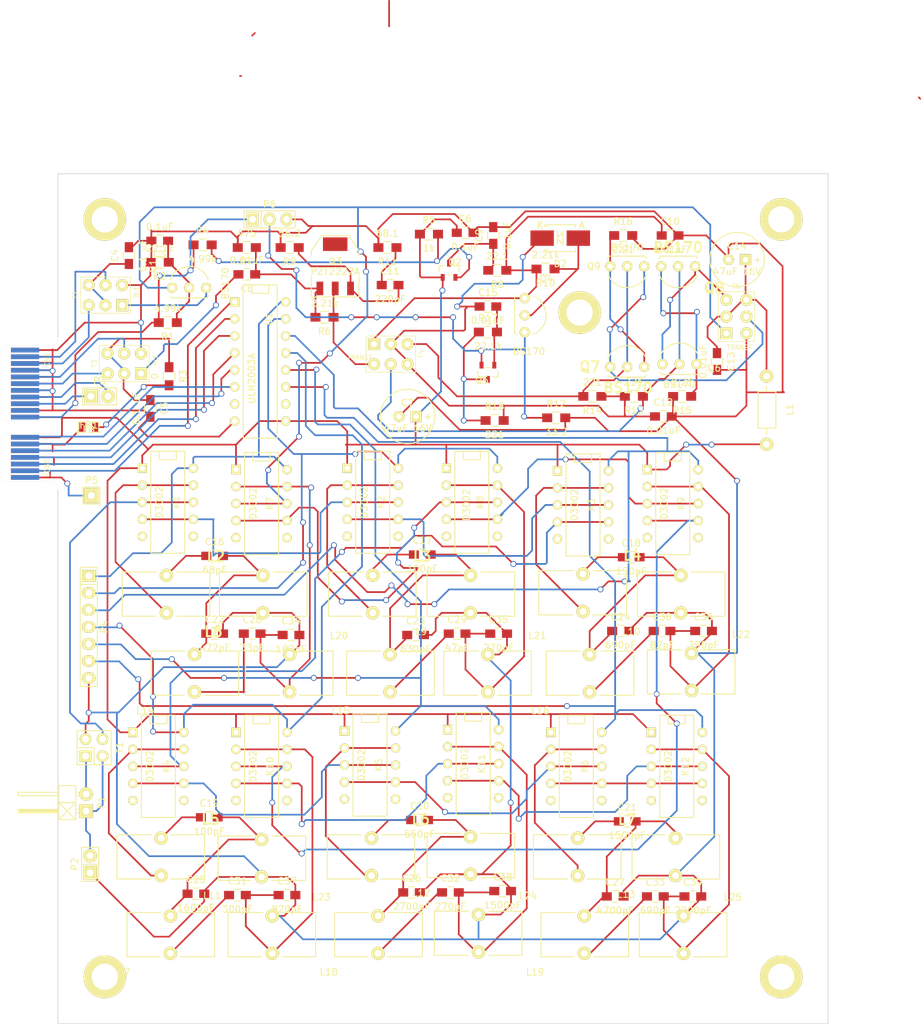
<source format=kicad_pcb>
(kicad_pcb (version 4) (host pcbnew "(2014-10-27 BZR 5228)-product")
  (layers (0 F.Cu signal) (31 B.Cu signal) (34 B.Paste user) (35 F.Paste user) (36 B.SilkS user) (37 F.SilkS user) (38 B.Mask user hide) (39 F.Mask user hide) (44 Edge.Cuts user))
  (net 0 "")
  (net 1 GND)
  (net 2 "Net-(C3-Pad1)")
  (net 3 "Net-(C5-Pad1)")
  (net 4 "Net-(C10-Pad1)")
  (net 5 "Net-(C11-Pad1)")
  (net 6 "Net-(C11-Pad2)")
  (net 7 "Net-(C12-Pad1)")
  (net 8 "Net-(C17-Pad1)")
  (net 9 "Net-(C18-Pad1)")
  (net 10 "Net-(C20-Pad1)")
  (net 11 "Net-(C21-Pad1)")
  (net 12 "Net-(C21-Pad2)")
  (net 13 "Net-(CN1-PadA13)")
  (net 14 "Net-(CN1-PadA17)")
  (net 15 "Net-(CN1-PadB2)")
  (net 16 "Net-(CN1-PadB3)")
  (net 17 "Net-(CN1-PadB5)")
  (net 18 "Net-(CN1-PadB6)")
  (net 19 "Net-(CN1-PadB8)")
  (net 20 "Net-(CN1-PadB9)")
  (net 21 PTT#)
  (net 22 "Net-(CN1-PadB18)")
  (net 23 "Net-(FB1-Pad2)")
  (net 24 "Net-(Q5-Pad3)")
  (net 25 "Net-(Q6-Pad3)")
  (net 26 "Net-(C4-Pad1)")
  (net 27 "Net-(C8-Pad1)")
  (net 28 "Net-(C8-Pad2)")
  (net 29 "Net-(C13-Pad1)")
  (net 30 "Net-(C16-Pad1)")
  (net 31 "Net-(C16-Pad2)")
  (net 32 "Net-(C17-Pad2)")
  (net 33 "Net-(C18-Pad2)")
  (net 34 "Net-(C19-Pad1)")
  (net 35 "Net-(C19-Pad2)")
  (net 36 "Net-(C20-Pad2)")
  (net 37 "Net-(C28-Pad1)")
  (net 38 "Net-(C28-Pad2)")
  (net 39 "Net-(C29-Pad1)")
  (net 40 "Net-(C29-Pad2)")
  (net 41 "Net-(C30-Pad1)")
  (net 42 "Net-(C30-Pad2)")
  (net 43 "Net-(C31-Pad1)")
  (net 44 "Net-(C31-Pad2)")
  (net 45 "Net-(C32-Pad1)")
  (net 46 "Net-(C32-Pad2)")
  (net 47 "Net-(C33-Pad1)")
  (net 48 "Net-(C33-Pad2)")
  (net 49 +3V)
  (net 50 160M)
  (net 51 80/75M)
  (net 52 60/40M)
  (net 53 30/20M)
  (net 54 17/15M)
  (net 55 10/12M)
  (net 56 "Net-(D2-Pad1)")
  (net 57 "Net-(Q1-Pad3)")
  (net 58 RX/TX)
  (net 59 "Net-(Q2-Pad2)")
  (net 60 "Net-(Q3-Pad2)")
  (net 61 "Net-(Q6-Pad2)")
  (net 62 "Net-(Q6-Pad1)")
  (net 63 "Net-(Q7-Pad2)")
  (net 64 "Net-(Q7-Pad3)")
  (net 65 "Net-(Q7-Pad1)")
  (net 66 ANT)
  (net 67 +12V)
  (net 68 "Net-(K1-Pad2)")
  (net 69 "Net-(K1-Pad4)")
  (net 70 "Net-(K1-Pad10)")
  (net 71 "Net-(K2-Pad2)")
  (net 72 "Net-(K2-Pad4)")
  (net 73 "Net-(K2-Pad10)")
  (net 74 "Net-(K3-Pad2)")
  (net 75 "Net-(K3-Pad4)")
  (net 76 "Net-(K3-Pad10)")
  (net 77 "Net-(K4-Pad2)")
  (net 78 "Net-(K4-Pad4)")
  (net 79 "Net-(K10-Pad10)")
  (net 80 "Net-(K5-Pad2)")
  (net 81 "Net-(K5-Pad4)")
  (net 82 "Net-(K11-Pad10)")
  (net 83 "Net-(K6-Pad2)")
  (net 84 "Net-(K12-Pad4)")
  (net 85 "Net-(K12-Pad10)")
  (net 86 "Net-(K7-Pad4)")
  (net 87 "Net-(K8-Pad4)")
  (net 88 "Net-(K10-Pad3)")
  (net 89 "Net-(K10-Pad4)")
  (net 90 "Net-(K11-Pad4)")
  (net 91 "Net-(P1-Pad2)")
  (net 92 "Net-(P1-Pad1)")
  (net 93 "Net-(U1-Pad7)")
  (net 94 "Net-(U1-Pad10)")
  (net 95 S12V)
  (net 96 "Net-(P6-Pad2)")
  (module HERMESLITE:EDGE (layer F.Cu) (at 92.6 85 270)
    (fp_text reference CN1 (at -10.1 -6.8 270) (layer F.SilkS) (effects (font (size 0.7 0.7) (thickness 0.1))))
    (fp_text value EDGE (at 6.1 -6.8 270) (layer F.SilkS) (effects (font (size 0.7 0.7) (thickness 0.1))))
    (fp_line (start -13 -8.4) (end -14 -8.4) (layer Edge.Cuts) (width 0.02))
    (fp_line (start 9.05 -8.4) (end 10 -8.4) (layer Edge.Cuts) (width 0.02))
    (fp_arc (start -13.05 -7.45) (end -13.05 -8.4) (angle 90) (layer Edge.Cuts) (width 0.02))
    (fp_line (start -11.75 0) (end -12.1 -0.35) (layer Edge.Cuts) (width 0.02))
    (fp_line (start -12.1 -0.35) (end -12.1 -7.45) (layer Edge.Cuts) (width 0.02))
    (fp_line (start -1.3 0) (end -11.75 0) (layer Edge.Cuts) (width 0.02))
    (fp_arc (start 9.05 -7.45) (end 8.1 -7.45) (angle 90) (layer Edge.Cuts) (width 0.02))
    (fp_line (start 7.75 0) (end 8.1 -0.35) (layer Edge.Cuts) (width 0.02))
    (fp_line (start 8.1 -0.35) (end 8.1 -7.45) (layer Edge.Cuts) (width 0.02))
    (fp_line (start 0.95 -7.45) (end 0.95 -0.35) (layer Edge.Cuts) (width 0.02))
    (fp_line (start 0.95 -0.35) (end 1.3 0) (layer Edge.Cuts) (width 0.02))
    (fp_line (start 1.3 0) (end 7.75 0) (layer Edge.Cuts) (width 0.02))
    (fp_line (start -0.95 -0.35) (end -0.95 -7.45) (layer Edge.Cuts) (width 0.02))
    (fp_line (start -0.95 -0.35) (end -1.3 0) (layer Edge.Cuts) (width 0.02))
    (fp_arc (start 0 -7.45) (end -0.95 -7.45) (angle 90) (layer Edge.Cuts) (width 0.02))
    (fp_arc (start 0 -7.45) (end 0 -8.4) (angle 90) (layer Edge.Cuts) (width 0.02))
    (pad A1 smd rect (at -11.5 -3.5 270) (size 0.7 4.2) (layers F.Cu F.Mask) (net 1 GND))
    (pad A2 smd rect (at -10.5 -3.5 270) (size 0.7 4.2) (layers F.Cu F.Mask) (net 1 GND))
    (pad A3 smd rect (at -9.5 -3.5 270) (size 0.7 4.2) (layers F.Cu F.Mask) (net 1 GND))
    (pad A4 smd rect (at -8.5 -3.5 270) (size 0.7 4.2) (layers F.Cu F.Mask) (net 1 GND))
    (pad A5 smd rect (at -7.5 -3.5 270) (size 0.7 4.2) (layers F.Cu F.Mask) (net 1 GND))
    (pad A6 smd rect (at -6.5 -3.5 270) (size 0.7 4.2) (layers F.Cu F.Mask) (net 1 GND))
    (pad A7 smd rect (at -5.5 -3.5 270) (size 0.7 4.2) (layers F.Cu F.Mask) (net 1 GND))
    (pad A8 smd rect (at -4.5 -3.5 270) (size 0.7 4.2) (layers F.Cu F.Mask) (net 1 GND))
    (pad A9 smd rect (at -3.5 -3.5 270) (size 0.7 4.2) (layers F.Cu F.Mask) (net 1 GND))
    (pad A10 smd rect (at -2.5 -3.5 270) (size 0.7 4.2) (layers F.Cu F.Mask) (net 1 GND))
    (pad A11 smd rect (at -1.5 -3.5 270) (size 0.7 4.2) (layers F.Cu F.Mask) (net 67 +12V))
    (pad A12 smd rect (at 1.5 -3.5 270) (size 0.7 4.2) (layers F.Cu F.Mask) (net 67 +12V))
    (pad A13 smd rect (at 2.5 -3.5 270) (size 0.7 4.2) (layers F.Cu F.Mask) (net 13 "Net-(CN1-PadA13)"))
    (pad A14 smd rect (at 3.5 -3.5 270) (size 0.7 4.2) (layers F.Cu F.Mask) (net 13 "Net-(CN1-PadA13)"))
    (pad A15 smd rect (at 4.5 -3.5 270) (size 0.7 4.2) (layers F.Cu F.Mask) (net 49 +3V))
    (pad A16 smd rect (at 5.5 -3.5 270) (size 0.7 4.2) (layers F.Cu F.Mask) (net 49 +3V))
    (pad A17 smd rect (at 6.5 -3.5 270) (size 0.7 4.2) (layers F.Cu F.Mask) (net 14 "Net-(CN1-PadA17)"))
    (pad A18 smd rect (at 7.5 -3.5 270) (size 0.7 4.2) (layers F.Cu F.Mask) (net 14 "Net-(CN1-PadA17)"))
    (pad B1 smd rect (at -11.5 -3.5 270) (size 0.7 4.2) (layers B.Cu B.Mask) (net 1 GND))
    (pad B2 smd rect (at -10.5 -3.5 270) (size 0.7 4.2) (layers B.Cu B.Mask) (net 15 "Net-(CN1-PadB2)"))
    (pad B3 smd rect (at -9.5 -3.5 270) (size 0.7 4.2) (layers B.Cu B.Mask) (net 16 "Net-(CN1-PadB3)"))
    (pad B4 smd rect (at -8.5 -3.5 270) (size 0.7 4.2) (layers B.Cu B.Mask) (net 1 GND))
    (pad B5 smd rect (at -7.5 -3.5 270) (size 0.7 4.2) (layers B.Cu B.Mask) (net 17 "Net-(CN1-PadB5)"))
    (pad B6 smd rect (at -6.5 -3.5 270) (size 0.7 4.2) (layers B.Cu B.Mask) (net 18 "Net-(CN1-PadB6)"))
    (pad B7 smd rect (at -5.5 -3.5 270) (size 0.7 4.2) (layers B.Cu B.Mask) (net 1 GND))
    (pad B8 smd rect (at -4.5 -3.5 270) (size 0.7 4.2) (layers B.Cu B.Mask) (net 19 "Net-(CN1-PadB8)"))
    (pad B9 smd rect (at -3.5 -3.5 270) (size 0.7 4.2) (layers B.Cu B.Mask) (net 20 "Net-(CN1-PadB9)"))
    (pad B10 smd rect (at -2.5 -3.5 270) (size 0.7 4.2) (layers B.Cu B.Mask) (net 1 GND))
    (pad B11 smd rect (at -1.5 -3.5 270) (size 0.7 4.2) (layers B.Cu B.Mask) (net 21 PTT#))
    (pad B12 smd rect (at 1.5 -3.5 270) (size 0.7 4.2) (layers B.Cu B.Mask) (net 50 160M))
    (pad B13 smd rect (at 2.5 -3.5 270) (size 0.7 4.2) (layers B.Cu B.Mask) (net 51 80/75M))
    (pad B14 smd rect (at 3.5 -3.5 270) (size 0.7 4.2) (layers B.Cu B.Mask) (net 52 60/40M))
    (pad B15 smd rect (at 4.5 -3.5 270) (size 0.7 4.2) (layers B.Cu B.Mask) (net 53 30/20M))
    (pad B16 smd rect (at 5.5 -3.5 270) (size 0.7 4.2) (layers B.Cu B.Mask) (net 54 17/15M))
    (pad B17 smd rect (at 6.5 -3.5 270) (size 0.7 4.2) (layers B.Cu B.Mask) (net 55 10/12M))
    (pad B18 smd rect (at 7.5 -3.5 270) (size 0.7 4.2) (layers B.Cu B.Mask) (net 22 "Net-(CN1-PadB18)"))
  )
  (module Choke_Toroid_ThroughHole:Choke_Toroid_6,5x13mm_Vertical (layer F.Cu) (at 110.6 113.2)
    (fp_text reference L2 (at 13.97 -8.89) (layer F.SilkS) (effects (font (thickness 0.3048))))
    (fp_text value 507nH hide)
    (pad 1 thru_hole circle (at 6.604 -0.508) (size 1.99898 1.99898) (drill 1.00076) (layers *.Cu *.Mask F.SilkS) (net 68 "Net-(K1-Pad2)"))
    (pad 2 thru_hole circle (at 6.604 -6.096) (size 1.99898 1.99898) (drill 1.00076) (layers *.Cu *.Mask F.SilkS) (net 30 "Net-(C16-Pad1)"))
  )
  (module Choke_Toroid_ThroughHole:Choke_Toroid_6,5x13mm_Vertical (layer F.Cu) (at 141.4 113.2)
    (fp_text reference L3 (at 13.97 -8.89) (layer F.SilkS) (effects (font (thickness 0.3048))))
    (fp_text value 675nH hide)
    (pad 1 thru_hole circle (at 6.604 -0.508) (size 1.99898 1.99898) (drill 1.00076) (layers *.Cu *.Mask F.SilkS) (net 71 "Net-(K2-Pad2)"))
    (pad 2 thru_hole circle (at 6.604 -6.096) (size 1.99898 1.99898) (drill 1.00076) (layers *.Cu *.Mask F.SilkS) (net 8 "Net-(C17-Pad1)"))
  )
  (module Choke_Toroid_ThroughHole:Choke_Toroid_6,5x13mm_Vertical (layer F.Cu) (at 172.8 113)
    (fp_text reference L4 (at 13.97 -8.89) (layer F.SilkS) (effects (font (thickness 0.3048))))
    (fp_text value 1.083uH hide)
    (pad 1 thru_hole circle (at 6.604 -0.508) (size 1.99898 1.99898) (drill 1.00076) (layers *.Cu *.Mask F.SilkS) (net 74 "Net-(K3-Pad2)"))
    (pad 2 thru_hole circle (at 6.604 -6.096) (size 1.99898 1.99898) (drill 1.00076) (layers *.Cu *.Mask F.SilkS) (net 9 "Net-(C18-Pad1)"))
  )
  (module Choke_Toroid_ThroughHole:Choke_Toroid_6,5x13mm_Vertical (layer F.Cu) (at 109.8 152.4)
    (fp_text reference L5 (at 13.97 -8.89) (layer F.SilkS) (effects (font (thickness 0.3048))))
    (fp_text value 1.936uH hide)
    (pad 1 thru_hole circle (at 6.604 -0.508) (size 1.99898 1.99898) (drill 1.00076) (layers *.Cu *.Mask F.SilkS) (net 77 "Net-(K4-Pad2)"))
    (pad 2 thru_hole circle (at 6.604 -6.096) (size 1.99898 1.99898) (drill 1.00076) (layers *.Cu *.Mask F.SilkS) (net 34 "Net-(C19-Pad1)"))
  )
  (module Choke_Toroid_ThroughHole:Choke_Toroid_6,5x13mm_Vertical (layer F.Cu) (at 141.2 152.4)
    (fp_text reference L6 (at 13.97 -8.89) (layer F.SilkS) (effects (font (thickness 0.3048))))
    (fp_text value 3.364uH hide)
    (pad 1 thru_hole circle (at 6.604 -0.508) (size 1.99898 1.99898) (drill 1.00076) (layers *.Cu *.Mask F.SilkS) (net 80 "Net-(K5-Pad2)"))
    (pad 2 thru_hole circle (at 6.604 -6.096) (size 1.99898 1.99898) (drill 1.00076) (layers *.Cu *.Mask F.SilkS) (net 10 "Net-(C20-Pad1)"))
  )
  (module Choke_Toroid_ThroughHole:Choke_Toroid_6,5x13mm_Vertical (layer F.Cu) (at 172 152.4)
    (fp_text reference L7 (at 13.97 -8.89) (layer F.SilkS) (effects (font (thickness 0.3048))))
    (fp_text value 5.184uH hide)
    (pad 1 thru_hole circle (at 6.604 -0.508) (size 1.99898 1.99898) (drill 1.00076) (layers *.Cu *.Mask F.SilkS) (net 83 "Net-(K6-Pad2)"))
    (pad 2 thru_hole circle (at 6.604 -6.096) (size 1.99898 1.99898) (drill 1.00076) (layers *.Cu *.Mask F.SilkS) (net 11 "Net-(C21-Pad1)"))
  )
  (module Choke_Toroid_ThroughHole:Choke_Toroid_6,5x13mm_Vertical (layer F.Cu) (at 138.2 106.6 180)
    (fp_text reference L8 (at 13.97 -8.89 180) (layer F.SilkS) (effects (font (thickness 0.3048))))
    (fp_text value 75nH hide)
    (pad 1 thru_hole circle (at 6.604 -0.508 180) (size 1.99898 1.99898) (drill 1.00076) (layers *.Cu *.Mask F.SilkS) (net 31 "Net-(C16-Pad2)"))
    (pad 2 thru_hole circle (at 6.604 -6.096 180) (size 1.99898 1.99898) (drill 1.00076) (layers *.Cu *.Mask F.SilkS) (net 1 GND))
  )
  (module Housings_TO-92:TO-92-Free-inline-wide (layer F.Cu) (at 186 76 90)
    (fp_text reference Q7 (at 0 -5.6 180) (layer F.SilkS) (effects (font (thickness 0.3048))))
    (fp_text value BS170 (at -3.1 0.1 180) (layer F.SilkS) (effects (font (thickness 0.3048))))
    (pad 2 thru_hole circle (at 0 0 90) (size 1.524 1.524) (drill 0.8128) (layers *.Cu *.Mask F.SilkS) (net 63 "Net-(Q7-Pad2)"))
    (pad 3 thru_hole circle (at 0 2.54 90) (size 1.524 1.524) (drill 0.8128) (layers *.Cu *.Mask F.SilkS) (net 64 "Net-(Q7-Pad3)"))
    (pad 1 thru_hole circle (at 0 -2.54 90) (size 1.524 1.524) (drill 0.8128) (layers *.Cu *.Mask F.SilkS) (net 65 "Net-(Q7-Pad1)"))
  )
  (module Housings_TO-92:TO-92-Free-inline-wide (layer F.Cu) (at 193.6 61 270)
    (fp_text reference Q8 (at 3.2385 -5.3975 360) (layer F.SilkS) (effects (font (thickness 0.3048))))
    (fp_text value BS170 (at -2.8 0 360) (layer F.SilkS) (effects (font (thickness 0.3048))))
    (pad 2 thru_hole circle (at 0 0 270) (size 1.524 1.524) (drill 0.8128) (layers *.Cu *.Mask F.SilkS) (net 61 "Net-(Q6-Pad2)"))
    (pad 3 thru_hole circle (at 0 2.54 270) (size 1.524 1.524) (drill 0.8128) (layers *.Cu *.Mask F.SilkS) (net 25 "Net-(Q6-Pad3)"))
    (pad 1 thru_hole circle (at 0 -2.54 270) (size 1.524 1.524) (drill 0.8128) (layers *.Cu *.Mask F.SilkS) (net 62 "Net-(Q6-Pad1)"))
  )
  (module HERMESLITE:TRANSF (layer F.Cu) (at 110.6 66.8 90)
    (fp_text reference T2 (at 1.5 -7 90) (layer F.SilkS) (effects (font (size 0.7 0.7) (thickness 0.1))))
    (fp_text value 8:1 (at 2 2.1 90) (layer F.SilkS) (effects (font (size 0.7 0.7) (thickness 0.1))))
    (pad 1 thru_hole rect (at 0 0 90) (size 1.8 1.8) (drill 0.9) (layers *.Cu *.Mask F.SilkS) (net 57 "Net-(Q1-Pad3)"))
    (pad 3 thru_hole circle (at 0 -2.5 90) (size 1.8 1.8) (drill 0.9) (layers *.Cu *.Mask F.SilkS) (net 26 "Net-(C4-Pad1)"))
    (pad 2 thru_hole circle (at 3 0 90) (size 1.8 1.8) (drill 0.9) (layers *.Cu *.Mask F.SilkS) (net 1 GND))
    (pad 5 thru_hole circle (at 0 -5 90) (size 1.8 1.8) (drill 0.9) (layers *.Cu *.Mask F.SilkS) (net 16 "Net-(CN1-PadB3)"))
    (pad 6 thru_hole circle (at 3 -5 90) (size 1.8 1.8) (drill 0.9) (layers *.Cu *.Mask F.SilkS) (net 26 "Net-(C4-Pad1)"))
    (pad 4 thru_hole circle (at 3 -2.5 90) (size 1.8 1.8) (drill 0.9) (layers *.Cu *.Mask F.SilkS) (net 15 "Net-(CN1-PadB2)"))
  )
  (module HERMESLITE:TRANSF (layer F.Cu) (at 113.4 77 90)
    (fp_text reference T3 (at 1.5 -7 90) (layer F.SilkS) (effects (font (size 0.7 0.7) (thickness 0.1))))
    (fp_text value 4:1 (at 2 2.1 90) (layer F.SilkS) (effects (font (size 0.7 0.7) (thickness 0.1))))
    (pad 1 thru_hole rect (at 0 0 90) (size 1.8 1.8) (drill 0.9) (layers *.Cu *.Mask F.SilkS) (net 28 "Net-(C8-Pad2)"))
    (pad 3 thru_hole circle (at 0 -2.5 90) (size 1.8 1.8) (drill 0.9) (layers *.Cu *.Mask F.SilkS) (net 3 "Net-(C5-Pad1)"))
    (pad 2 thru_hole circle (at 3 0 90) (size 1.8 1.8) (drill 0.9) (layers *.Cu *.Mask F.SilkS) (net 1 GND))
    (pad 5 thru_hole circle (at 0 -5 90) (size 1.8 1.8) (drill 0.9) (layers *.Cu *.Mask F.SilkS) (net 18 "Net-(CN1-PadB6)"))
    (pad 6 thru_hole circle (at 3 -5 90) (size 1.8 1.8) (drill 0.9) (layers *.Cu *.Mask F.SilkS) (net 3 "Net-(C5-Pad1)"))
    (pad 4 thru_hole circle (at 3 -2.5 90) (size 1.8 1.8) (drill 0.9) (layers *.Cu *.Mask F.SilkS) (net 17 "Net-(CN1-PadB5)"))
  )
  (module HERMESLITE:TRANSF (layer F.Cu) (at 148.2 72.6 270)
    (fp_text reference T4 (at 1.5 -7 270) (layer F.SilkS) (effects (font (size 0.7 0.7) (thickness 0.1))))
    (fp_text value TRANSF (at 2 2.1 360) (layer F.SilkS) (effects (font (size 0.7 0.7) (thickness 0.1))))
    (pad 1 thru_hole rect (at 0 0 270) (size 1.8 1.8) (drill 0.9) (layers *.Cu *.Mask F.SilkS) (net 4 "Net-(C10-Pad1)"))
    (pad 3 thru_hole circle (at 0 -2.5 270) (size 1.8 1.8) (drill 0.9) (layers *.Cu *.Mask F.SilkS) (net 7 "Net-(C12-Pad1)"))
    (pad 2 thru_hole circle (at 3 0 270) (size 1.8 1.8) (drill 0.9) (layers *.Cu *.Mask F.SilkS) (net 60 "Net-(Q3-Pad2)"))
    (pad 5 thru_hole circle (at 0 -5 270) (size 1.8 1.8) (drill 0.9) (layers *.Cu *.Mask F.SilkS) (net 63 "Net-(Q7-Pad2)"))
    (pad 6 thru_hole circle (at 3 -5 270) (size 1.8 1.8) (drill 0.9) (layers *.Cu *.Mask F.SilkS) (net 7 "Net-(C12-Pad1)"))
    (pad 4 thru_hole circle (at 3 -2.5 270) (size 1.8 1.8) (drill 0.9) (layers *.Cu *.Mask F.SilkS) (net 61 "Net-(Q6-Pad2)"))
  )
  (module HERMESLITE:MH (layer F.Cu) (at 178.9 67.9 90)
    (fp_text reference MH hide)
    (fp_text value VAL** hide)
    (pad "" np_thru_hole circle (at 0 0 90) (size 6.35 6.35) (drill 3.9) (layers *.Cu *.Mask F.SilkS))
  )
  (module Capacitors_SMD:C_0805_HandSoldering (layer F.Cu) (at 116.2 57.2 180)
    (fp_text reference C3 (at 0 -2.1 180) (layer F.SilkS))
    (fp_text value 0.1uF (at 0 2.1 180) (layer F.SilkS))
    (pad 1 smd rect (at -1.25 0 180) (size 1.5 1.25) (layers F.Cu F.Paste F.Mask) (net 2 "Net-(C3-Pad1)"))
    (pad 2 smd rect (at 1.25 0 180) (size 1.5 1.25) (layers F.Cu F.Paste F.Mask) (net 1 GND))
  )
  (module Capacitors_SMD:C_0805_HandSoldering (layer F.Cu) (at 111.6 59.4 90)
    (fp_text reference C4 (at 0 -2.1 90) (layer F.SilkS))
    (fp_text value "0.1 uF" (at 0 2.1 90) (layer F.SilkS))
    (pad 1 smd rect (at -1.25 0 90) (size 1.5 1.25) (layers F.Cu F.Paste F.Mask) (net 26 "Net-(C4-Pad1)"))
    (pad 2 smd rect (at 1.25 0 90) (size 1.5 1.25) (layers F.Cu F.Paste F.Mask) (net 1 GND))
  )
  (module Capacitors_SMD:C_0805_HandSoldering (layer F.Cu) (at 114.8 82.2 270)
    (fp_text reference C5 (at 0 -2.1 270) (layer F.SilkS))
    (fp_text value "0.1 uF" (at 0 2.1 270) (layer F.SilkS))
    (pad 1 smd rect (at -1.25 0 270) (size 1.5 1.25) (layers F.Cu F.Paste F.Mask) (net 3 "Net-(C5-Pad1)"))
    (pad 2 smd rect (at 1.25 0 270) (size 1.5 1.25) (layers F.Cu F.Paste F.Mask) (net 1 GND))
  )
  (module Capacitors_SMD:C_0805_HandSoldering (layer F.Cu) (at 161.8 56)
    (fp_text reference C6 (at 0 -2.1) (layer F.SilkS))
    (fp_text value 0.1uF (at 0 2.1) (layer F.SilkS))
    (pad 1 smd rect (at -1.25 0) (size 1.5 1.25) (layers F.Cu F.Paste F.Mask) (net 67 +12V))
    (pad 2 smd rect (at 1.25 0) (size 1.5 1.25) (layers F.Cu F.Paste F.Mask) (net 1 GND))
  )
  (module Capacitors_SMD:C_0805_HandSoldering (layer F.Cu) (at 129.2 62.2 180)
    (fp_text reference C8 (at 0 -2.1 180) (layer F.SilkS))
    (fp_text value 0.01uF (at 0 2.1 180) (layer F.SilkS))
    (pad 1 smd rect (at -1.25 0 180) (size 1.5 1.25) (layers F.Cu F.Paste F.Mask) (net 27 "Net-(C8-Pad1)"))
    (pad 2 smd rect (at 1.25 0 180) (size 1.5 1.25) (layers F.Cu F.Paste F.Mask) (net 28 "Net-(C8-Pad2)"))
  )
  (module Capacitors_SMD:C_0805_HandSoldering (layer F.Cu) (at 166 56.4 90)
    (fp_text reference C9 (at 0 -2.1 90) (layer F.SilkS))
    (fp_text value 0.1uF (at 0 2.1 90) (layer F.SilkS))
    (pad 1 smd rect (at -1.25 0 90) (size 1.5 1.25) (layers F.Cu F.Paste F.Mask) (net 95 S12V))
    (pad 2 smd rect (at 1.25 0 90) (size 1.5 1.25) (layers F.Cu F.Paste F.Mask) (net 1 GND))
  )
  (module Capacitors_SMD:C_0805_HandSoldering (layer F.Cu) (at 192.4 56.4)
    (fp_text reference C10 (at 0 -2.1) (layer F.SilkS))
    (fp_text value 0.01uF (at 0 2.1) (layer F.SilkS))
    (pad 1 smd rect (at -1.25 0) (size 1.5 1.25) (layers F.Cu F.Paste F.Mask) (net 4 "Net-(C10-Pad1)"))
    (pad 2 smd rect (at 1.25 0) (size 1.5 1.25) (layers F.Cu F.Paste F.Mask) (net 1 GND))
  )
  (module Capacitors_SMD:C_0805_HandSoldering (layer F.Cu) (at 150.6 63.8)
    (fp_text reference C11 (at 0 -2.1) (layer F.SilkS))
    (fp_text value 220pF (at 0 2.1) (layer F.SilkS))
    (pad 1 smd rect (at -1.25 0) (size 1.5 1.25) (layers F.Cu F.Paste F.Mask) (net 5 "Net-(C11-Pad1)"))
    (pad 2 smd rect (at 1.25 0) (size 1.5 1.25) (layers F.Cu F.Paste F.Mask) (net 6 "Net-(C11-Pad2)"))
  )
  (module Capacitors_SMD:C_0805_HandSoldering (layer F.Cu) (at 191.4 83.4)
    (fp_text reference C12 (at 0 -2.1) (layer F.SilkS))
    (fp_text value 0.01uF (at 0 2.1) (layer F.SilkS))
    (pad 1 smd rect (at -1.25 0) (size 1.5 1.25) (layers F.Cu F.Paste F.Mask) (net 7 "Net-(C12-Pad1)"))
    (pad 2 smd rect (at 1.25 0) (size 1.5 1.25) (layers F.Cu F.Paste F.Mask) (net 1 GND))
  )
  (module Capacitors_SMD:C_0805_HandSoldering (layer F.Cu) (at 199.4 75.2 270)
    (fp_text reference C13 (at 0 -2.1 270) (layer F.SilkS))
    (fp_text value 0.01uF (at 0 2.1 270) (layer F.SilkS))
    (pad 1 smd rect (at -1.25 0 270) (size 1.5 1.25) (layers F.Cu F.Paste F.Mask) (net 29 "Net-(C13-Pad1)"))
    (pad 2 smd rect (at 1.25 0 270) (size 1.5 1.25) (layers F.Cu F.Paste F.Mask) (net 1 GND))
  )
  (module Capacitors_SMD:C_0805_HandSoldering (layer F.Cu) (at 165.2 67)
    (fp_text reference C15 (at 0 -2.1) (layer F.SilkS))
    (fp_text value 0.01uF (at 0 2.1) (layer F.SilkS))
    (pad 1 smd rect (at -1.25 0) (size 1.5 1.25) (layers F.Cu F.Paste F.Mask) (net 7 "Net-(C12-Pad1)"))
    (pad 2 smd rect (at 1.25 0) (size 1.5 1.25) (layers F.Cu F.Paste F.Mask) (net 1 GND))
  )
  (module Capacitors_SMD:C_0805_HandSoldering (layer F.Cu) (at 155.4 104)
    (fp_text reference C17 (at 0 -2.1) (layer F.SilkS))
    (fp_text value 100pF (at 0 2.1) (layer F.SilkS))
    (pad 1 smd rect (at -1.25 0) (size 1.5 1.25) (layers F.Cu F.Paste F.Mask) (net 8 "Net-(C17-Pad1)"))
    (pad 2 smd rect (at 1.25 0) (size 1.5 1.25) (layers F.Cu F.Paste F.Mask) (net 32 "Net-(C17-Pad2)"))
  )
  (module Capacitors_SMD:C_0805_HandSoldering (layer F.Cu) (at 186.6 104.4)
    (fp_text reference C18 (at 0 -2.1) (layer F.SilkS))
    (fp_text value 150pF (at 0 2.1) (layer F.SilkS))
    (pad 1 smd rect (at -1.25 0) (size 1.5 1.25) (layers F.Cu F.Paste F.Mask) (net 9 "Net-(C18-Pad1)"))
    (pad 2 smd rect (at 1.25 0) (size 1.5 1.25) (layers F.Cu F.Paste F.Mask) (net 33 "Net-(C18-Pad2)"))
  )
  (module Capacitors_SMD:C_0805_HandSoldering (layer F.Cu) (at 123.6 143.2)
    (fp_text reference C19 (at 0 -2.1) (layer F.SilkS))
    (fp_text value 100pF (at 0 2.1) (layer F.SilkS))
    (pad 1 smd rect (at -1.25 0) (size 1.5 1.25) (layers F.Cu F.Paste F.Mask) (net 34 "Net-(C19-Pad1)"))
    (pad 2 smd rect (at 1.25 0) (size 1.5 1.25) (layers F.Cu F.Paste F.Mask) (net 35 "Net-(C19-Pad2)"))
  )
  (module Capacitors_SMD:C_0805_HandSoldering (layer F.Cu) (at 155 143.6)
    (fp_text reference C20 (at 0 -2.1) (layer F.SilkS))
    (fp_text value 550pF (at 0 2.1) (layer F.SilkS))
    (pad 1 smd rect (at -1.25 0) (size 1.5 1.25) (layers F.Cu F.Paste F.Mask) (net 10 "Net-(C20-Pad1)"))
    (pad 2 smd rect (at 1.25 0) (size 1.5 1.25) (layers F.Cu F.Paste F.Mask) (net 36 "Net-(C20-Pad2)"))
  )
  (module Capacitors_SMD:C_0805_HandSoldering (layer F.Cu) (at 186 143.8)
    (fp_text reference C21 (at 0 -2.1) (layer F.SilkS))
    (fp_text value 1500pF (at 0 2.1) (layer F.SilkS))
    (pad 1 smd rect (at -1.25 0) (size 1.5 1.25) (layers F.Cu F.Paste F.Mask) (net 11 "Net-(C21-Pad1)"))
    (pad 2 smd rect (at 1.25 0) (size 1.5 1.25) (layers F.Cu F.Paste F.Mask) (net 12 "Net-(C21-Pad2)"))
  )
  (module Capacitors_SMD:C_0805_HandSoldering (layer F.Cu) (at 124.4 115.8)
    (fp_text reference C22 (at 0 -2.1) (layer F.SilkS))
    (fp_text value 472pF (at 0 2.1) (layer F.SilkS))
    (pad 1 smd rect (at -1.25 0) (size 1.5 1.25) (layers F.Cu F.Paste F.Mask) (net 31 "Net-(C16-Pad2)"))
    (pad 2 smd rect (at 1.25 0) (size 1.5 1.25) (layers F.Cu F.Paste F.Mask) (net 1 GND))
  )
  (module Capacitors_SMD:C_0805_HandSoldering (layer F.Cu) (at 154.4 116)
    (fp_text reference C23 (at 0 -2.1) (layer F.SilkS))
    (fp_text value 630pF (at 0 2.1) (layer F.SilkS))
    (pad 1 smd rect (at -1.25 0) (size 1.5 1.25) (layers F.Cu F.Paste F.Mask) (net 32 "Net-(C17-Pad2)"))
    (pad 2 smd rect (at 1.25 0) (size 1.5 1.25) (layers F.Cu F.Paste F.Mask) (net 1 GND))
  )
  (module Capacitors_SMD:C_0805_HandSoldering (layer F.Cu) (at 121.6 154.6)
    (fp_text reference C25 (at 0 -2.1) (layer F.SilkS))
    (fp_text value 1600pF (at 0 2.1) (layer F.SilkS))
    (pad 1 smd rect (at -1.25 0) (size 1.5 1.25) (layers F.Cu F.Paste F.Mask) (net 35 "Net-(C19-Pad2)"))
    (pad 2 smd rect (at 1.25 0) (size 1.5 1.25) (layers F.Cu F.Paste F.Mask) (net 1 GND))
  )
  (module Resistors_SMD:R_0805_HandSoldering (layer F.Cu) (at 117.4 69.4 180)
    (fp_text reference R1 (at 0 -2.1 180) (layer F.SilkS))
    (fp_text value 4.99k (at 0 2.1 180) (layer F.SilkS))
    (pad 1 smd rect (at -1.35 0 180) (size 1.5 1.3) (layers F.Cu F.Paste F.Mask) (net 2 "Net-(C3-Pad1)"))
    (pad 2 smd rect (at 1.35 0 180) (size 1.5 1.3) (layers F.Cu F.Paste F.Mask) (net 21 PTT#))
  )
  (module Resistors_SMD:R_0805_HandSoldering (layer F.Cu) (at 116.2 60.4 180)
    (fp_text reference R2 (at 0 -2.1 180) (layer F.SilkS))
    (fp_text value 22.1k (at 0 2.1 180) (layer F.SilkS))
    (pad 1 smd rect (at -1.35 0 180) (size 1.5 1.3) (layers F.Cu F.Paste F.Mask) (net 2 "Net-(C3-Pad1)"))
    (pad 2 smd rect (at 1.35 0 180) (size 1.5 1.3) (layers F.Cu F.Paste F.Mask) (net 1 GND))
  )
  (module Resistors_SMD:R_0805_HandSoldering (layer F.Cu) (at 117.6 77.4 270)
    (fp_text reference R3 (at 0 -2.1 270) (layer F.SilkS))
    (fp_text value 0 (at 0 2.1 270) (layer F.SilkS))
    (pad 1 smd rect (at -1.35 0 270) (size 1.5 1.3) (layers F.Cu F.Paste F.Mask) (net 3 "Net-(C5-Pad1)"))
    (pad 2 smd rect (at 1.35 0 270) (size 1.5 1.3) (layers F.Cu F.Paste F.Mask) (net 23 "Net-(FB1-Pad2)"))
  )
  (module Resistors_SMD:R_0805_HandSoldering (layer F.Cu) (at 122.6 57.8)
    (fp_text reference R4 (at 0 -2.1) (layer F.SilkS))
    (fp_text value 4.99k (at 0 2.1) (layer F.SilkS))
    (pad 1 smd rect (at -1.35 0) (size 1.5 1.3) (layers F.Cu F.Paste F.Mask) (net 21 PTT#))
    (pad 2 smd rect (at 1.35 0) (size 1.5 1.3) (layers F.Cu F.Paste F.Mask) (net 59 "Net-(Q2-Pad2)"))
  )
  (module Resistors_SMD:R_0805_HandSoldering (layer F.Cu) (at 156.4 56.2)
    (fp_text reference R5 (at 0 -2.1) (layer F.SilkS))
    (fp_text value 1k (at 0 2.1) (layer F.SilkS))
    (pad 1 smd rect (at -1.35 0) (size 1.5 1.3) (layers F.Cu F.Paste F.Mask) (net 67 +12V))
    (pad 2 smd rect (at 1.35 0) (size 1.5 1.3) (layers F.Cu F.Paste F.Mask) (net 59 "Net-(Q2-Pad2)"))
  )
  (module Resistors_SMD:R_0805_HandSoldering (layer F.Cu) (at 140.8 68.6 180)
    (fp_text reference R6 (at 0 -2.1 180) (layer F.SilkS))
    (fp_text value 2.21k (at 0 2.1 180) (layer F.SilkS))
    (pad 1 smd rect (at -1.35 0 180) (size 1.5 1.3) (layers F.Cu F.Paste F.Mask) (net 60 "Net-(Q3-Pad2)"))
    (pad 2 smd rect (at 1.35 0 180) (size 1.5 1.3) (layers F.Cu F.Paste F.Mask) (net 27 "Net-(C8-Pad1)"))
  )
  (module Resistors_SMD:R_0805_HandSoldering (layer F.Cu) (at 129.2 58.2 180)
    (fp_text reference R7 (at 0 -2.1 180) (layer F.SilkS))
    (fp_text value 475 (at 0 2.1 180) (layer F.SilkS))
    (pad 1 smd rect (at -1.35 0 180) (size 1.5 1.3) (layers F.Cu F.Paste F.Mask) (net 27 "Net-(C8-Pad1)"))
    (pad 2 smd rect (at 1.35 0 180) (size 1.5 1.3) (layers F.Cu F.Paste F.Mask) (net 1 GND))
  )
  (module Resistors_SMD:R_0805_HandSoldering (layer F.Cu) (at 166.6 61.6 180)
    (fp_text reference R8 (at 0 -2.1 180) (layer F.SilkS))
    (fp_text value 22.1 (at 0 2.1 180) (layer F.SilkS))
    (pad 1 smd rect (at -1.35 0 180) (size 1.5 1.3) (layers F.Cu F.Paste F.Mask) (net 4 "Net-(C10-Pad1)"))
    (pad 2 smd rect (at 1.35 0 180) (size 1.5 1.3) (layers F.Cu F.Paste F.Mask) (net 95 S12V))
  )
  (module Resistors_SMD:R_0805_HandSoldering (layer F.Cu) (at 135.6 58.2 180)
    (fp_text reference R9 (at 0 -2.1 180) (layer F.SilkS))
    (fp_text value 56.2 (at 0 2.1 180) (layer F.SilkS))
    (pad 1 smd rect (at -1.35 0 180) (size 1.5 1.3) (layers F.Cu F.Paste F.Mask) (net 6 "Net-(C11-Pad2)"))
    (pad 2 smd rect (at 1.35 0 180) (size 1.5 1.3) (layers F.Cu F.Paste F.Mask) (net 1 GND))
  )
  (module Resistors_SMD:R_0805_HandSoldering (layer F.Cu) (at 173.8 61.4 180)
    (fp_text reference R10 (at 0 -2.1 180) (layer F.SilkS))
    (fp_text value 2.21k (at 0 2.1 180) (layer F.SilkS))
    (pad 1 smd rect (at -1.35 0 180) (size 1.5 1.3) (layers F.Cu F.Paste F.Mask) (net 56 "Net-(D2-Pad1)"))
    (pad 2 smd rect (at 1.35 0 180) (size 1.5 1.3) (layers F.Cu F.Paste F.Mask) (net 4 "Net-(C10-Pad1)"))
  )
  (module Resistors_SMD:R_0805_HandSoldering (layer F.Cu) (at 150.2 58.2 180)
    (fp_text reference R11 (at 0 -2.1 180) (layer F.SilkS))
    (fp_text value 68.1 (at 0 2.1 180) (layer F.SilkS))
    (pad 1 smd rect (at -1.35 0 180) (size 1.5 1.3) (layers F.Cu F.Paste F.Mask) (net 5 "Net-(C11-Pad1)"))
    (pad 2 smd rect (at 1.35 0 180) (size 1.5 1.3) (layers F.Cu F.Paste F.Mask) (net 1 GND))
  )
  (module Resistors_SMD:R_0805_HandSoldering (layer F.Cu) (at 175.4 83.6)
    (fp_text reference R12 (at 0 -2.1) (layer F.SilkS))
    (fp_text value 33.2 (at 0 2.1) (layer F.SilkS))
    (pad 1 smd rect (at -1.35 0) (size 1.5 1.3) (layers F.Cu F.Paste F.Mask) (net 96 "Net-(P6-Pad2)"))
    (pad 2 smd rect (at 1.35 0) (size 1.5 1.3) (layers F.Cu F.Paste F.Mask) (net 1 GND))
  )
  (module Resistors_SMD:R_0805_HandSoldering (layer F.Cu) (at 187 80.4 180)
    (fp_text reference R13 (at 0 -2.1 180) (layer F.SilkS))
    (fp_text value 221 (at 0 2.1 180) (layer F.SilkS))
    (pad 1 smd rect (at -1.35 0 180) (size 1.5 1.3) (layers F.Cu F.Paste F.Mask) (net 61 "Net-(Q6-Pad2)"))
    (pad 2 smd rect (at 1.35 0 180) (size 1.5 1.3) (layers F.Cu F.Paste F.Mask) (net 7 "Net-(C12-Pad1)"))
  )
  (module Resistors_SMD:R_0805_HandSoldering (layer F.Cu) (at 180.8 80.4 180)
    (fp_text reference R14 (at 0 -2.1 180) (layer F.SilkS))
    (fp_text value 221 (at 0 2.1 180) (layer F.SilkS))
    (pad 1 smd rect (at -1.35 0 180) (size 1.5 1.3) (layers F.Cu F.Paste F.Mask) (net 7 "Net-(C12-Pad1)"))
    (pad 2 smd rect (at 1.35 0 180) (size 1.5 1.3) (layers F.Cu F.Paste F.Mask) (net 63 "Net-(Q7-Pad2)"))
  )
  (module Resistors_SMD:R_0805_HandSoldering (layer F.Cu) (at 194.2 80.4 180)
    (fp_text reference R15 (at 0 -2.1 180) (layer F.SilkS))
    (fp_text value 2.21 (at 0 2.1 180) (layer F.SilkS))
    (pad 1 smd rect (at -1.35 0 180) (size 1.5 1.3) (layers F.Cu F.Paste F.Mask) (net 25 "Net-(Q6-Pad3)"))
    (pad 2 smd rect (at 1.35 0 180) (size 1.5 1.3) (layers F.Cu F.Paste F.Mask) (net 1 GND))
  )
  (module Resistors_SMD:R_0805_HandSoldering (layer F.Cu) (at 185.4 56.4)
    (fp_text reference R16 (at 0 -2.1) (layer F.SilkS))
    (fp_text value 2.21 (at 0 2.1) (layer F.SilkS))
    (pad 1 smd rect (at -1.35 0) (size 1.5 1.3) (layers F.Cu F.Paste F.Mask) (net 64 "Net-(Q7-Pad3)"))
    (pad 2 smd rect (at 1.35 0) (size 1.5 1.3) (layers F.Cu F.Paste F.Mask) (net 1 GND))
  )
  (module Resistors_SMD:R_0805_HandSoldering (layer F.Cu) (at 165.2 70.8)
    (fp_text reference R17 (at 0 -2.1) (layer F.SilkS))
    (fp_text value 22.1k (at 0 2.1) (layer F.SilkS))
    (pad 1 smd rect (at -1.35 0) (size 1.5 1.3) (layers F.Cu F.Paste F.Mask) (net 24 "Net-(Q5-Pad3)"))
    (pad 2 smd rect (at 1.35 0) (size 1.5 1.3) (layers F.Cu F.Paste F.Mask) (net 1 GND))
  )
  (module Resistors_SMD:R_0805_HandSoldering (layer F.Cu) (at 166.2 84)
    (fp_text reference R18 (at 0 -2.1) (layer F.SilkS))
    (fp_text value 221 (at 0 2.1) (layer F.SilkS))
    (pad 1 smd rect (at -1.35 0) (size 1.5 1.3) (layers F.Cu F.Paste F.Mask) (net 24 "Net-(Q5-Pad3)"))
    (pad 2 smd rect (at 1.35 0) (size 1.5 1.3) (layers F.Cu F.Paste F.Mask) (net 7 "Net-(C12-Pad1)"))
  )
  (module Pin_Headers:Pin_Header_Straight_1x02 (layer F.Cu) (at 105.8 150.2 90)
    (fp_text reference P2 (at 0 -2.286 90) (layer F.SilkS))
    (fp_text value CONN_02X01 hide)
    (pad 1 thru_hole rect (at -1.27 0 90) (size 2.032 2.032) (drill 1.016) (layers *.Cu *.Mask F.SilkS) (net 1 GND))
    (pad 2 thru_hole oval (at 1.27 0 90) (size 2.032 2.032) (drill 1.016) (layers *.Cu *.Mask F.SilkS) (net 92 "Net-(P1-Pad1)"))
  )
  (module Pin_Headers:Pin_Header_Straight_1x02 (layer F.Cu) (at 107.2 80.4)
    (fp_text reference P3 (at 0 -2.286) (layer F.SilkS))
    (fp_text value CONN_01X02 hide)
    (pad 1 thru_hole rect (at -1.27 0) (size 2.032 2.032) (drill 1.016) (layers *.Cu *.Mask F.SilkS) (net 20 "Net-(CN1-PadB9)"))
    (pad 2 thru_hole oval (at 1.27 0) (size 2.032 2.032) (drill 1.016) (layers *.Cu *.Mask F.SilkS) (net 19 "Net-(CN1-PadB8)"))
  )
  (module Discret:C1V8 (layer F.Cu) (at 153.2 83.4 180)
    (fp_text reference C7 (at 0 2.032 180) (layer F.SilkS))
    (fp_text value "47uF 16V" (at 0 -1.77546 180) (layer F.SilkS))
    (fp_text user + (at -3.04546 0 180) (layer F.SilkS))
    (pad 1 thru_hole rect (at -1.27 0 180) (size 1.651 1.651) (drill 0.8128) (layers *.Cu *.Mask F.SilkS) (net 67 +12V))
    (pad 2 thru_hole circle (at 1.27 0 180) (size 1.651 1.651) (drill 0.8128) (layers *.Cu *.Mask F.SilkS) (net 1 GND))
  )
  (module Discret:C1V8 (layer F.Cu) (at 202.4 60 180)
    (fp_text reference C14 (at 0 2.032 180) (layer F.SilkS))
    (fp_text value "47uF 16V" (at 0 -1.77546 180) (layer F.SilkS))
    (fp_text user + (at -3.04546 0 180) (layer F.SilkS))
    (pad 1 thru_hole rect (at -1.27 0 180) (size 1.651 1.651) (drill 0.8128) (layers *.Cu *.Mask F.SilkS) (net 29 "Net-(C13-Pad1)"))
    (pad 2 thru_hole circle (at 1.27 0 180) (size 1.651 1.651) (drill 0.8128) (layers *.Cu *.Mask F.SilkS) (net 1 GND))
  )
  (module Capacitors_SMD:C_0805_HandSoldering (layer F.Cu) (at 153.8 154.4)
    (fp_text reference C26 (at 0 -2.1) (layer F.SilkS))
    (fp_text value 2700pF (at 0 2.1) (layer F.SilkS))
    (pad 1 smd rect (at -1.25 0) (size 1.5 1.25) (layers F.Cu F.Paste F.Mask) (net 36 "Net-(C20-Pad2)"))
    (pad 2 smd rect (at 1.25 0) (size 1.5 1.25) (layers F.Cu F.Paste F.Mask) (net 1 GND))
  )
  (module Capacitors_SMD:C_0805_HandSoldering (layer F.Cu) (at 184.2 155)
    (fp_text reference C27 (at 0 -2.1) (layer F.SilkS))
    (fp_text value 4700pF (at 0 2.1) (layer F.SilkS))
    (pad 1 smd rect (at -1.25 0) (size 1.5 1.25) (layers F.Cu F.Paste F.Mask) (net 12 "Net-(C21-Pad2)"))
    (pad 2 smd rect (at 1.25 0) (size 1.5 1.25) (layers F.Cu F.Paste F.Mask) (net 1 GND))
  )
  (module Capacitors_SMD:C_0805_HandSoldering (layer F.Cu) (at 130 115.8)
    (fp_text reference C28 (at 0 -2.1) (layer F.SilkS))
    (fp_text value 33pF (at 0 2.1) (layer F.SilkS))
    (pad 1 smd rect (at -1.25 0) (size 1.5 1.25) (layers F.Cu F.Paste F.Mask) (net 37 "Net-(C28-Pad1)"))
    (pad 2 smd rect (at 1.25 0) (size 1.5 1.25) (layers F.Cu F.Paste F.Mask) (net 38 "Net-(C28-Pad2)"))
  )
  (module Capacitors_SMD:C_0805_HandSoldering (layer F.Cu) (at 160.6 115.8)
    (fp_text reference C29 (at 0 -2.1) (layer F.SilkS))
    (fp_text value 47pF (at 0 2.1) (layer F.SilkS))
    (pad 1 smd rect (at -1.25 0) (size 1.5 1.25) (layers F.Cu F.Paste F.Mask) (net 39 "Net-(C29-Pad1)"))
    (pad 2 smd rect (at 1.25 0) (size 1.5 1.25) (layers F.Cu F.Paste F.Mask) (net 40 "Net-(C29-Pad2)"))
  )
  (module Capacitors_SMD:C_0805_HandSoldering (layer F.Cu) (at 191.2 115.4)
    (fp_text reference C30 (at 0 -2.1) (layer F.SilkS))
    (fp_text value 82pF (at 0 2.1) (layer F.SilkS))
    (pad 1 smd rect (at -1.25 0) (size 1.5 1.25) (layers F.Cu F.Paste F.Mask) (net 41 "Net-(C30-Pad1)"))
    (pad 2 smd rect (at 1.25 0) (size 1.5 1.25) (layers F.Cu F.Paste F.Mask) (net 42 "Net-(C30-Pad2)"))
  )
  (module Capacitors_SMD:C_0805_HandSoldering (layer F.Cu) (at 127.8 154.8)
    (fp_text reference C31 (at 0 -2.1) (layer F.SilkS))
    (fp_text value 300pF (at 0 2.1) (layer F.SilkS))
    (pad 1 smd rect (at -1.25 0) (size 1.5 1.25) (layers F.Cu F.Paste F.Mask) (net 43 "Net-(C31-Pad1)"))
    (pad 2 smd rect (at 1.25 0) (size 1.5 1.25) (layers F.Cu F.Paste F.Mask) (net 44 "Net-(C31-Pad2)"))
  )
  (module Capacitors_SMD:C_0805_HandSoldering (layer F.Cu) (at 159.6 154.4)
    (fp_text reference C32 (at 0 -2.1) (layer F.SilkS))
    (fp_text value 270pF (at 0 2.1) (layer F.SilkS))
    (pad 1 smd rect (at -1.25 0) (size 1.5 1.25) (layers F.Cu F.Paste F.Mask) (net 45 "Net-(C32-Pad1)"))
    (pad 2 smd rect (at 1.25 0) (size 1.5 1.25) (layers F.Cu F.Paste F.Mask) (net 46 "Net-(C32-Pad2)"))
  )
  (module Capacitors_SMD:C_0805_HandSoldering (layer F.Cu) (at 190.2 155)
    (fp_text reference C33 (at 0 -2.1) (layer F.SilkS))
    (fp_text value 690pF (at 0 2.1) (layer F.SilkS))
    (pad 1 smd rect (at -1.25 0) (size 1.5 1.25) (layers F.Cu F.Paste F.Mask) (net 47 "Net-(C33-Pad1)"))
    (pad 2 smd rect (at 1.25 0) (size 1.5 1.25) (layers F.Cu F.Paste F.Mask) (net 48 "Net-(C33-Pad2)"))
  )
  (module Capacitors_SMD:C_0805_HandSoldering (layer F.Cu) (at 135.8 116)
    (fp_text reference C34 (at 0 -2.1) (layer F.SilkS))
    (fp_text value 182pF (at 0 2.1) (layer F.SilkS))
    (pad 1 smd rect (at -1.25 0) (size 1.5 1.25) (layers F.Cu F.Paste F.Mask) (net 38 "Net-(C28-Pad2)"))
    (pad 2 smd rect (at 1.25 0) (size 1.5 1.25) (layers F.Cu F.Paste F.Mask) (net 1 GND))
  )
  (module Capacitors_SMD:C_0805_HandSoldering (layer F.Cu) (at 166.8 115.8)
    (fp_text reference C35 (at 0 -2.1) (layer F.SilkS))
    (fp_text value 270pF (at 0 2.1) (layer F.SilkS))
    (pad 1 smd rect (at -1.25 0) (size 1.5 1.25) (layers F.Cu F.Paste F.Mask) (net 40 "Net-(C29-Pad2)"))
    (pad 2 smd rect (at 1.25 0) (size 1.5 1.25) (layers F.Cu F.Paste F.Mask) (net 1 GND))
  )
  (module Capacitors_SMD:C_0805_HandSoldering (layer F.Cu) (at 197.4 115.4)
    (fp_text reference C36 (at 0 -2.1) (layer F.SilkS))
    (fp_text value 390pF (at 0 2.1) (layer F.SilkS))
    (pad 1 smd rect (at -1.25 0) (size 1.5 1.25) (layers F.Cu F.Paste F.Mask) (net 42 "Net-(C30-Pad2)"))
    (pad 2 smd rect (at 1.25 0) (size 1.5 1.25) (layers F.Cu F.Paste F.Mask) (net 1 GND))
  )
  (module Capacitors_SMD:C_0805_HandSoldering (layer F.Cu) (at 135.2 154.8)
    (fp_text reference C37 (at 0 -2.1) (layer F.SilkS))
    (fp_text value 820pF (at 0 2.1) (layer F.SilkS))
    (pad 1 smd rect (at -1.25 0) (size 1.5 1.25) (layers F.Cu F.Paste F.Mask) (net 44 "Net-(C31-Pad2)"))
    (pad 2 smd rect (at 1.25 0) (size 1.5 1.25) (layers F.Cu F.Paste F.Mask) (net 1 GND))
  )
  (module Capacitors_SMD:C_0805_HandSoldering (layer F.Cu) (at 167.4 154.2)
    (fp_text reference C38 (at 0 -2.1) (layer F.SilkS))
    (fp_text value 1500pF (at 0 2.1) (layer F.SilkS))
    (pad 1 smd rect (at -1.25 0) (size 1.5 1.25) (layers F.Cu F.Paste F.Mask) (net 46 "Net-(C32-Pad2)"))
    (pad 2 smd rect (at 1.25 0) (size 1.5 1.25) (layers F.Cu F.Paste F.Mask) (net 1 GND))
  )
  (module Capacitors_SMD:C_0805_HandSoldering (layer F.Cu) (at 195.8 155)
    (fp_text reference C39 (at 0 -2.1) (layer F.SilkS))
    (fp_text value 2200pF (at 0 2.1) (layer F.SilkS))
    (pad 1 smd rect (at -1.25 0) (size 1.5 1.25) (layers F.Cu F.Paste F.Mask) (net 48 "Net-(C33-Pad2)"))
    (pad 2 smd rect (at 1.25 0) (size 1.5 1.25) (layers F.Cu F.Paste F.Mask) (net 1 GND))
  )
  (module Diodes_SMD:Diode-SMB_Handsoldering (layer F.Cu) (at 176 56.8 180)
    (fp_text reference D2 (at 0 -3.81 180) (layer F.SilkS))
    (fp_text value 1N4003 hide)
    (fp_text user A (at -3.2004 1.95072 180) (layer F.SilkS))
    (fp_text user K (at 2.99974 1.95072 180) (layer F.SilkS))
    (pad 1 smd rect (at -2.70002 0 180) (size 3.50012 2.30124) (layers F.Cu F.Paste F.Mask) (net 56 "Net-(D2-Pad1)"))
    (pad 2 smd rect (at 2.70002 0 180) (size 3.50012 2.30124) (layers F.Cu F.Paste F.Mask) (net 7 "Net-(C12-Pad1)"))
  )
  (module Choke_Toroid_ThroughHole:Choke_Toroid_6,5x13mm_Vertical (layer F.Cu) (at 169.2 106.6 180)
    (fp_text reference L9 (at 13.97 -8.89 180) (layer F.SilkS))
    (fp_text value 108nH hide)
    (pad 1 thru_hole circle (at 6.604 -0.508 180) (size 1.99898 1.99898) (drill 1.00076) (layers *.Cu *.Mask F.SilkS) (net 32 "Net-(C17-Pad2)"))
    (pad 2 thru_hole circle (at 6.604 -6.096 180) (size 1.99898 1.99898) (drill 1.00076) (layers *.Cu *.Mask F.SilkS) (net 1 GND))
  )
  (module Choke_Toroid_ThroughHole:Choke_Toroid_6,5x13mm_Vertical (layer F.Cu) (at 138 146 180)
    (fp_text reference L11 (at 13.97 -8.89 180) (layer F.SilkS))
    (fp_text value 400nH hide)
    (pad 1 thru_hole circle (at 6.604 -0.508 180) (size 1.99898 1.99898) (drill 1.00076) (layers *.Cu *.Mask F.SilkS) (net 35 "Net-(C19-Pad2)"))
    (pad 2 thru_hole circle (at 6.604 -6.096 180) (size 1.99898 1.99898) (drill 1.00076) (layers *.Cu *.Mask F.SilkS) (net 1 GND))
  )
  (module Choke_Toroid_ThroughHole:Choke_Toroid_6,5x13mm_Vertical (layer F.Cu) (at 169.2 145.6 180)
    (fp_text reference L12 (at 13.97 -8.89 180) (layer F.SilkS))
    (fp_text value 676nH hide)
    (pad 1 thru_hole circle (at 6.604 -0.508 180) (size 1.99898 1.99898) (drill 1.00076) (layers *.Cu *.Mask F.SilkS) (net 36 "Net-(C20-Pad2)"))
    (pad 2 thru_hole circle (at 6.604 -6.096 180) (size 1.99898 1.99898) (drill 1.00076) (layers *.Cu *.Mask F.SilkS) (net 1 GND))
  )
  (module Choke_Toroid_ThroughHole:Choke_Toroid_6,5x13mm_Vertical (layer F.Cu) (at 199.8 145.8 180)
    (fp_text reference L13 (at 13.97 -8.89 180) (layer F.SilkS))
    (fp_text value 1.6uH hide)
    (pad 1 thru_hole circle (at 6.604 -0.508 180) (size 1.99898 1.99898) (drill 1.00076) (layers *.Cu *.Mask F.SilkS) (net 12 "Net-(C21-Pad2)"))
    (pad 2 thru_hole circle (at 6.604 -6.096 180) (size 1.99898 1.99898) (drill 1.00076) (layers *.Cu *.Mask F.SilkS) (net 1 GND))
  )
  (module Choke_Toroid_ThroughHole:Choke_Toroid_6,5x13mm_Vertical (layer F.Cu) (at 128 118.4 180)
    (fp_text reference L14 (at 13.97 -8.89 180) (layer F.SilkS))
    (fp_text value 1.083uH hide)
    (pad 1 thru_hole circle (at 6.604 -0.508 180) (size 1.99898 1.99898) (drill 1.00076) (layers *.Cu *.Mask F.SilkS) (net 31 "Net-(C16-Pad2)"))
    (pad 2 thru_hole circle (at 6.604 -6.096 180) (size 1.99898 1.99898) (drill 1.00076) (layers *.Cu *.Mask F.SilkS) (net 37 "Net-(C28-Pad1)"))
  )
  (module Choke_Toroid_ThroughHole:Choke_Toroid_6,5x13mm_Vertical (layer F.Cu) (at 157.2 118.4 180)
    (fp_text reference L15 (at 13.97 -8.89 180) (layer F.SilkS))
    (fp_text value 1.452uH hide)
    (pad 1 thru_hole circle (at 6.604 -0.508 180) (size 1.99898 1.99898) (drill 1.00076) (layers *.Cu *.Mask F.SilkS) (net 32 "Net-(C17-Pad2)"))
    (pad 2 thru_hole circle (at 6.604 -6.096 180) (size 1.99898 1.99898) (drill 1.00076) (layers *.Cu *.Mask F.SilkS) (net 39 "Net-(C29-Pad1)"))
  )
  (module Choke_Toroid_ThroughHole:Choke_Toroid_6,5x13mm_Vertical (layer F.Cu) (at 187 118.4 180)
    (fp_text reference L16 (at 13.97 -8.89 180) (layer F.SilkS))
    (fp_text value 2.028uH hide)
    (pad 1 thru_hole circle (at 6.604 -0.508 180) (size 1.99898 1.99898) (drill 1.00076) (layers *.Cu *.Mask F.SilkS) (net 33 "Net-(C18-Pad2)"))
    (pad 2 thru_hole circle (at 6.604 -6.096 180) (size 1.99898 1.99898) (drill 1.00076) (layers *.Cu *.Mask F.SilkS) (net 41 "Net-(C30-Pad1)"))
  )
  (module Choke_Toroid_ThroughHole:Choke_Toroid_6,5x13mm_Vertical (layer F.Cu) (at 124.4 157.4 180)
    (fp_text reference L17 (at 13.97 -8.89 180) (layer F.SilkS))
    (fp_text value 3.6uH hide)
    (pad 1 thru_hole circle (at 6.604 -0.508 180) (size 1.99898 1.99898) (drill 1.00076) (layers *.Cu *.Mask F.SilkS) (net 35 "Net-(C19-Pad2)"))
    (pad 2 thru_hole circle (at 6.604 -6.096 180) (size 1.99898 1.99898) (drill 1.00076) (layers *.Cu *.Mask F.SilkS) (net 43 "Net-(C31-Pad1)"))
  )
  (module Choke_Toroid_ThroughHole:Choke_Toroid_6,5x13mm_Vertical (layer F.Cu) (at 155.4 157.4 180)
    (fp_text reference L18 (at 13.97 -8.89 180) (layer F.SilkS))
    (fp_text value 7.396uH hide)
    (pad 1 thru_hole circle (at 6.604 -0.508 180) (size 1.99898 1.99898) (drill 1.00076) (layers *.Cu *.Mask F.SilkS) (net 36 "Net-(C20-Pad2)"))
    (pad 2 thru_hole circle (at 6.604 -6.096 180) (size 1.99898 1.99898) (drill 1.00076) (layers *.Cu *.Mask F.SilkS) (net 45 "Net-(C32-Pad1)"))
  )
  (module Choke_Toroid_ThroughHole:Choke_Toroid_6,5x13mm_Vertical (layer F.Cu) (at 186.2 157.4 180)
    (fp_text reference L19 (at 13.97 -8.89 180) (layer F.SilkS))
    (fp_text value 11.664uH hide)
    (pad 1 thru_hole circle (at 6.604 -0.508 180) (size 1.99898 1.99898) (drill 1.00076) (layers *.Cu *.Mask F.SilkS) (net 12 "Net-(C21-Pad2)"))
    (pad 2 thru_hole circle (at 6.604 -6.096 180) (size 1.99898 1.99898) (drill 1.00076) (layers *.Cu *.Mask F.SilkS) (net 47 "Net-(C33-Pad1)"))
  )
  (module Choke_Toroid_ThroughHole:Choke_Toroid_6,5x13mm_Vertical (layer F.Cu) (at 129 125)
    (fp_text reference L20 (at 13.97 -8.89) (layer F.SilkS))
    (fp_text value 192nH hide)
    (pad 1 thru_hole circle (at 6.604 -0.508) (size 1.99898 1.99898) (drill 1.00076) (layers *.Cu *.Mask F.SilkS) (net 38 "Net-(C28-Pad2)"))
    (pad 2 thru_hole circle (at 6.604 -6.096) (size 1.99898 1.99898) (drill 1.00076) (layers *.Cu *.Mask F.SilkS) (net 1 GND))
  )
  (module Choke_Toroid_ThroughHole:Choke_Toroid_6,5x13mm_Vertical (layer F.Cu) (at 158.6 125)
    (fp_text reference L21 (at 13.97 -8.89) (layer F.SilkS))
    (fp_text value 243nH hide)
    (pad 1 thru_hole circle (at 6.604 -0.508) (size 1.99898 1.99898) (drill 1.00076) (layers *.Cu *.Mask F.SilkS) (net 40 "Net-(C29-Pad2)"))
    (pad 2 thru_hole circle (at 6.604 -6.096) (size 1.99898 1.99898) (drill 1.00076) (layers *.Cu *.Mask F.SilkS) (net 1 GND))
  )
  (module Choke_Toroid_ThroughHole:Choke_Toroid_6,5x13mm_Vertical (layer F.Cu) (at 189 124.8)
    (fp_text reference L22 (at 13.97 -8.89) (layer F.SilkS))
    (fp_text value 432nH hide)
    (pad 1 thru_hole circle (at 6.604 -0.508) (size 1.99898 1.99898) (drill 1.00076) (layers *.Cu *.Mask F.SilkS) (net 42 "Net-(C30-Pad2)"))
    (pad 2 thru_hole circle (at 6.604 -6.096) (size 1.99898 1.99898) (drill 1.00076) (layers *.Cu *.Mask F.SilkS) (net 1 GND))
  )
  (module Choke_Toroid_ThroughHole:Choke_Toroid_6,5x13mm_Vertical (layer F.Cu) (at 126.4 164)
    (fp_text reference L23 (at 13.97 -8.89) (layer F.SilkS))
    (fp_text value 784nH hide)
    (pad 1 thru_hole circle (at 6.604 -0.508) (size 1.99898 1.99898) (drill 1.00076) (layers *.Cu *.Mask F.SilkS) (net 44 "Net-(C31-Pad2)"))
    (pad 2 thru_hole circle (at 6.604 -6.096) (size 1.99898 1.99898) (drill 1.00076) (layers *.Cu *.Mask F.SilkS) (net 1 GND))
  )
  (module Choke_Toroid_ThroughHole:Choke_Toroid_6,5x13mm_Vertical (layer F.Cu) (at 157.2 163.8)
    (fp_text reference L24 (at 13.97 -8.89) (layer F.SilkS))
    (fp_text value 1.296uH hide)
    (pad 1 thru_hole circle (at 6.604 -0.508) (size 1.99898 1.99898) (drill 1.00076) (layers *.Cu *.Mask F.SilkS) (net 46 "Net-(C32-Pad2)"))
    (pad 2 thru_hole circle (at 6.604 -6.096) (size 1.99898 1.99898) (drill 1.00076) (layers *.Cu *.Mask F.SilkS) (net 1 GND))
  )
  (module Choke_Toroid_ThroughHole:Choke_Toroid_6,5x13mm_Vertical (layer F.Cu) (at 187.8 164)
    (fp_text reference L25 (at 13.97 -8.89) (layer F.SilkS))
    (fp_text value 3.364uH hide)
    (pad 1 thru_hole circle (at 6.604 -0.508) (size 1.99898 1.99898) (drill 1.00076) (layers *.Cu *.Mask F.SilkS) (net 48 "Net-(C33-Pad2)"))
    (pad 2 thru_hole circle (at 6.604 -6.096) (size 1.99898 1.99898) (drill 1.00076) (layers *.Cu *.Mask F.SilkS) (net 1 GND))
  )
  (module Housings_TO-92:TO-92-Free-inline-wide (layer F.Cu) (at 120.6 64.2 90)
    (fp_text reference Q1 (at 3.2385 -5.3975 90) (layer F.SilkS))
    (fp_text value BS170 (at 0.635 5.3975 90) (layer F.SilkS))
    (pad 2 thru_hole circle (at 0 0 90) (size 1.524 1.524) (drill 0.8128) (layers *.Cu *.Mask F.SilkS) (net 2 "Net-(C3-Pad1)"))
    (pad 3 thru_hole circle (at 0 2.54 90) (size 1.524 1.524) (drill 0.8128) (layers *.Cu *.Mask F.SilkS) (net 57 "Net-(Q1-Pad3)"))
    (pad 1 thru_hole circle (at 0 -2.54 90) (size 1.524 1.524) (drill 0.8128) (layers *.Cu *.Mask F.SilkS) (net 58 RX/TX))
  )
  (module Transistors_SMD:sot23 (layer F.Cu) (at 159.4 61.6)
    (fp_text reference Q2 (at 0.9 -1.2) (layer F.SilkS))
    (fp_text value 2N3906 hide)
    (pad 1 smd rect (at -0.9525 1.05664) (size 0.59944 1.00076) (layers F.Cu F.Paste F.Mask) (net 67 +12V))
    (pad 3 smd rect (at 0 -1.05664) (size 0.59944 1.00076) (layers F.Cu F.Paste F.Mask) (net 95 S12V))
    (pad 2 smd rect (at 0.9525 1.05664) (size 0.59944 1.00076) (layers F.Cu F.Paste F.Mask) (net 59 "Net-(Q2-Pad2)"))
  )
  (module SMD_Packages:SOT-223 (layer F.Cu) (at 142.4 61)
    (fp_text reference Q3 (at 0 -0.762) (layer F.SilkS))
    (fp_text value PZT2222A (at 0 0.762) (layer F.SilkS))
    (pad 4 smd rect (at 0 -3.302) (size 3.6576 2.032) (layers F.Cu F.Paste F.Mask))
    (pad 2 smd rect (at 0 3.302) (size 1.016 2.032) (layers F.Cu F.Paste F.Mask) (net 60 "Net-(Q3-Pad2)"))
    (pad 3 smd rect (at 2.286 3.302) (size 1.016 2.032) (layers F.Cu F.Paste F.Mask) (net 6 "Net-(C11-Pad2)"))
    (pad 1 smd rect (at -2.286 3.302) (size 1.016 2.032) (layers F.Cu F.Paste F.Mask) (net 27 "Net-(C8-Pad1)"))
  )
  (module Housings_TO-92:TO-92-Free-inline-wide (layer F.Cu) (at 170.7 68.3)
    (fp_text reference Q4 (at 3.2385 -5.3975) (layer F.SilkS))
    (fp_text value BS170 (at 0.635 5.3975) (layer F.SilkS))
    (pad 2 thru_hole circle (at 0 0) (size 1.524 1.524) (drill 0.8128) (layers *.Cu *.Mask F.SilkS) (net 56 "Net-(D2-Pad1)"))
    (pad 3 thru_hole circle (at 0 2.54) (size 1.524 1.524) (drill 0.8128) (layers *.Cu *.Mask F.SilkS) (net 96 "Net-(P6-Pad2)"))
    (pad 1 thru_hole circle (at 0 -2.54) (size 1.524 1.524) (drill 0.8128) (layers *.Cu *.Mask F.SilkS) (net 4 "Net-(C10-Pad1)"))
  )
  (module Transistors_SMD:sot23 (layer F.Cu) (at 165.2 76.8 180)
    (fp_text reference Q5 (at 0.9 -1.2 180) (layer F.SilkS))
    (fp_text value 2N3904 hide)
    (pad 1 smd rect (at -0.9525 1.05664 180) (size 0.59944 1.00076) (layers F.Cu F.Paste F.Mask) (net 1 GND))
    (pad 3 smd rect (at 0 -1.05664 180) (size 0.59944 1.00076) (layers F.Cu F.Paste F.Mask) (net 24 "Net-(Q5-Pad3)"))
    (pad 2 smd rect (at 0.9525 1.05664 180) (size 0.59944 1.00076) (layers F.Cu F.Paste F.Mask) (net 96 "Net-(P6-Pad2)"))
  )
  (module Housings_TO-92:TO-92-Free-inline-wide (layer F.Cu) (at 193.8 75.6 90)
    (fp_text reference Q6 (at -0.6 5.2 180) (layer F.SilkS))
    (fp_text value BS170 (at -3 0 180) (layer F.SilkS))
    (pad 2 thru_hole circle (at 0 0 90) (size 1.524 1.524) (drill 0.8128) (layers *.Cu *.Mask F.SilkS) (net 61 "Net-(Q6-Pad2)"))
    (pad 3 thru_hole circle (at 0 2.54 90) (size 1.524 1.524) (drill 0.8128) (layers *.Cu *.Mask F.SilkS) (net 25 "Net-(Q6-Pad3)"))
    (pad 1 thru_hole circle (at 0 -2.54 90) (size 1.524 1.524) (drill 0.8128) (layers *.Cu *.Mask F.SilkS) (net 62 "Net-(Q6-Pad1)"))
  )
  (module Housings_TO-92:TO-92-Free-inline-wide (layer F.Cu) (at 186 61 270)
    (fp_text reference Q9 (at 0 5 360) (layer F.SilkS))
    (fp_text value BS170 (at -2.8 0 360) (layer F.SilkS))
    (pad 2 thru_hole circle (at 0 0 270) (size 1.524 1.524) (drill 0.8128) (layers *.Cu *.Mask F.SilkS) (net 63 "Net-(Q7-Pad2)"))
    (pad 3 thru_hole circle (at 0 2.54 270) (size 1.524 1.524) (drill 0.8128) (layers *.Cu *.Mask F.SilkS) (net 64 "Net-(Q7-Pad3)"))
    (pad 1 thru_hole circle (at 0 -2.54 270) (size 1.524 1.524) (drill 0.8128) (layers *.Cu *.Mask F.SilkS) (net 65 "Net-(Q7-Pad1)"))
  )
  (module Choke_Axial_ThroughHole:Choke_Horizontal_RM10mm (layer F.Cu) (at 206.8 82.4 270)
    (fp_text reference L1 (at 0 -3.50012 270) (layer F.SilkS))
    (fp_text value INDUCTOR hide)
    (pad 1 thru_hole circle (at -5.00126 0 270) (size 1.99898 1.99898) (drill 1.00076) (layers *.Cu *.Mask F.SilkS) (net 29 "Net-(C13-Pad1)"))
    (pad 2 thru_hole circle (at 5.15874 0 270) (size 1.99898 1.99898) (drill 1.00076) (layers *.Cu *.Mask F.SilkS) (net 67 +12V))
  )
  (module Choke_Toroid_ThroughHole:Choke_Toroid_6,5x13mm_Vertical (layer F.Cu) (at 200.6 106.6 180)
    (fp_text reference L10 (at 13.97 -8.89 180) (layer F.SilkS))
    (fp_text value 243nH hide)
    (pad 1 thru_hole circle (at 6.604 -0.508 180) (size 1.99898 1.99898) (drill 1.00076) (layers *.Cu *.Mask F.SilkS) (net 33 "Net-(C18-Pad2)"))
    (pad 2 thru_hole circle (at 6.604 -6.096 180) (size 1.99898 1.99898) (drill 1.00076) (layers *.Cu *.Mask F.SilkS) (net 1 GND))
  )
  (module Capacitors_SMD:C_0805_HandSoldering (layer F.Cu) (at 124.4 104.2)
    (fp_text reference C16 (at 0 -2.1) (layer F.SilkS))
    (fp_text value 68pF (at 0 2.1) (layer F.SilkS))
    (pad 1 smd rect (at -1.25 0) (size 1.5 1.25) (layers F.Cu F.Paste F.Mask) (net 30 "Net-(C16-Pad1)"))
    (pad 2 smd rect (at 1.25 0) (size 1.5 1.25) (layers F.Cu F.Paste F.Mask) (net 31 "Net-(C16-Pad2)"))
  )
  (module Capacitors_SMD:C_0805_HandSoldering (layer F.Cu) (at 185 115.4)
    (fp_text reference C24 (at 0 -2.1) (layer F.SilkS))
    (fp_text value 690pF (at 0 2.1) (layer F.SilkS))
    (pad 1 smd rect (at -1.25 0) (size 1.5 1.25) (layers F.Cu F.Paste F.Mask) (net 33 "Net-(C18-Pad2)"))
    (pad 2 smd rect (at 1.25 0) (size 1.5 1.25) (layers F.Cu F.Paste F.Mask) (net 1 GND))
  )
  (module SMD_Packages:SMD-0805 (layer F.Cu) (at 105.6 85)
    (fp_text reference FB1 (at 0 -0.3175) (layer F.SilkS))
    (fp_text value FB (at 0 0.381) (layer F.SilkS))
    (pad 1 smd rect (at -0.9525 0) (size 0.889 1.397) (layers F.Cu F.Paste F.Mask) (net 13 "Net-(CN1-PadA13)"))
    (pad 2 smd rect (at 0.9525 0) (size 0.889 1.397) (layers F.Cu F.Paste F.Mask) (net 23 "Net-(FB1-Pad2)"))
  )
  (module Pin_Headers:Pin_Header_Straight_1x01 (layer F.Cu) (at 106 95.2)
    (fp_text reference P5 (at 0 -2.286) (layer F.SilkS))
    (fp_text value DGND hide)
    (pad 1 thru_hole rect (at 0 0) (size 2.2352 2.2352) (drill 1.016) (layers *.Cu *.Mask F.SilkS) (net 14 "Net-(CN1-PadA17)"))
  )
  (module Socket_Strips:Socket_Strip_Straight_2x02 (layer F.Cu) (at 106.4 132.8 270)
    (fp_text reference T1 (at 0 -3.81 270) (layer F.SilkS))
    (fp_text value TRANSFO hide)
    (pad 1 thru_hole rect (at 1.27 1.27 90) (size 1.7272 1.7272) (drill 1.016) (layers *.Cu *.Mask F.SilkS) (net 91 "Net-(P1-Pad2)"))
    (pad 2 thru_hole oval (at 1.27 -1.27 90) (size 1.7272 1.7272) (drill 1.016) (layers *.Cu *.Mask F.SilkS) (net 92 "Net-(P1-Pad1)"))
    (pad 3 thru_hole oval (at -1.27 1.27 90) (size 1.7272 1.7272) (drill 1.016) (layers *.Cu *.Mask F.SilkS) (net 1 GND))
    (pad 4 thru_hole oval (at -1.27 -1.27 90) (size 1.7272 1.7272) (drill 1.016) (layers *.Cu *.Mask F.SilkS) (net 66 ANT))
  )
  (module HERMESLITE:TRANSF (layer F.Cu) (at 200.8 71)
    (fp_text reference T5 (at 1.5 -7) (layer F.SilkS) (effects (font (size 0.7 0.7) (thickness 0.1))))
    (fp_text value TRANSF (at 2 2.1) (layer F.SilkS) (effects (font (size 0.7 0.7) (thickness 0.1))))
    (pad 1 thru_hole rect (at 0 0) (size 1.8 1.8) (drill 0.9) (layers *.Cu *.Mask F.SilkS) (net 58 RX/TX))
    (pad 3 thru_hole circle (at 0 -2.5) (size 1.8 1.8) (drill 0.9) (layers *.Cu *.Mask F.SilkS) (net 29 "Net-(C13-Pad1)"))
    (pad 2 thru_hole circle (at 3 0) (size 1.8 1.8) (drill 0.9) (layers *.Cu *.Mask F.SilkS) (net 1 GND))
    (pad 5 thru_hole circle (at 0 -5) (size 1.8 1.8) (drill 0.9) (layers *.Cu *.Mask F.SilkS) (net 62 "Net-(Q6-Pad1)"))
    (pad 6 thru_hole circle (at 3 -5) (size 1.8 1.8) (drill 0.9) (layers *.Cu *.Mask F.SilkS) (net 29 "Net-(C13-Pad1)"))
    (pad 4 thru_hole circle (at 3 -2.5) (size 1.8 1.8) (drill 0.9) (layers *.Cu *.Mask F.SilkS) (net 65 "Net-(Q7-Pad1)"))
  )
  (module Sockets_DIP:DIP-10__300 (layer F.Cu) (at 117.4 96.2 270)
    (fp_text reference K1 (at 0 -1.27 270) (layer F.SilkS))
    (fp_text value D3002 (at 0 1.27 270) (layer F.SilkS))
    (pad 1 thru_hole rect (at -5.08 3.81 270) (size 1.397 1.397) (drill 0.8128) (layers *.Cu *.Mask F.SilkS) (net 67 +12V))
    (pad 2 thru_hole circle (at -2.54 3.81 270) (size 1.397 1.397) (drill 0.8128) (layers *.Cu *.Mask F.SilkS) (net 68 "Net-(K1-Pad2)"))
    (pad 3 thru_hole circle (at 0 3.81 270) (size 1.397 1.397) (drill 0.8128) (layers *.Cu *.Mask F.SilkS) (net 66 ANT))
    (pad 4 thru_hole circle (at 2.54 3.81 270) (size 1.397 1.397) (drill 0.8128) (layers *.Cu *.Mask F.SilkS) (net 69 "Net-(K1-Pad4)"))
    (pad 5 thru_hole circle (at 5.08 3.81 270) (size 1.397 1.397) (drill 0.8128) (layers *.Cu *.Mask F.SilkS))
    (pad 6 thru_hole circle (at 5.08 -3.81 270) (size 1.397 1.397) (drill 0.8128) (layers *.Cu *.Mask F.SilkS))
    (pad 7 thru_hole circle (at 2.54 -3.81 270) (size 1.397 1.397) (drill 0.8128) (layers *.Cu *.Mask F.SilkS) (net 69 "Net-(K1-Pad4)"))
    (pad 8 thru_hole circle (at 0 -3.81 270) (size 1.397 1.397) (drill 0.8128) (layers *.Cu *.Mask F.SilkS) (net 66 ANT))
    (pad 9 thru_hole circle (at -2.54 -3.81 270) (size 1.397 1.397) (drill 0.8128) (layers *.Cu *.Mask F.SilkS) (net 68 "Net-(K1-Pad2)"))
    (pad 10 thru_hole circle (at -5.08 -3.81 270) (size 1.397 1.397) (drill 0.8128) (layers *.Cu *.Mask F.SilkS) (net 70 "Net-(K1-Pad10)"))
  )
  (module Sockets_DIP:DIP-10__300 (layer F.Cu) (at 148 96.2 270)
    (fp_text reference K2 (at 0 -1.27 270) (layer F.SilkS))
    (fp_text value D3002 (at 0 1.27 270) (layer F.SilkS))
    (pad 1 thru_hole rect (at -5.08 3.81 270) (size 1.397 1.397) (drill 0.8128) (layers *.Cu *.Mask F.SilkS) (net 67 +12V))
    (pad 2 thru_hole circle (at -2.54 3.81 270) (size 1.397 1.397) (drill 0.8128) (layers *.Cu *.Mask F.SilkS) (net 71 "Net-(K2-Pad2)"))
    (pad 3 thru_hole circle (at 0 3.81 270) (size 1.397 1.397) (drill 0.8128) (layers *.Cu *.Mask F.SilkS) (net 69 "Net-(K1-Pad4)"))
    (pad 4 thru_hole circle (at 2.54 3.81 270) (size 1.397 1.397) (drill 0.8128) (layers *.Cu *.Mask F.SilkS) (net 72 "Net-(K2-Pad4)"))
    (pad 5 thru_hole circle (at 5.08 3.81 270) (size 1.397 1.397) (drill 0.8128) (layers *.Cu *.Mask F.SilkS))
    (pad 6 thru_hole circle (at 5.08 -3.81 270) (size 1.397 1.397) (drill 0.8128) (layers *.Cu *.Mask F.SilkS))
    (pad 7 thru_hole circle (at 2.54 -3.81 270) (size 1.397 1.397) (drill 0.8128) (layers *.Cu *.Mask F.SilkS) (net 72 "Net-(K2-Pad4)"))
    (pad 8 thru_hole circle (at 0 -3.81 270) (size 1.397 1.397) (drill 0.8128) (layers *.Cu *.Mask F.SilkS) (net 69 "Net-(K1-Pad4)"))
    (pad 9 thru_hole circle (at -2.54 -3.81 270) (size 1.397 1.397) (drill 0.8128) (layers *.Cu *.Mask F.SilkS) (net 71 "Net-(K2-Pad2)"))
    (pad 10 thru_hole circle (at -5.08 -3.81 270) (size 1.397 1.397) (drill 0.8128) (layers *.Cu *.Mask F.SilkS) (net 73 "Net-(K2-Pad10)"))
  )
  (module Sockets_DIP:DIP-10__300 (layer F.Cu) (at 179.4 96.6 270)
    (fp_text reference K3 (at 0 -1.27 270) (layer F.SilkS))
    (fp_text value D3002 (at 0 1.27 270) (layer F.SilkS))
    (pad 1 thru_hole rect (at -5.08 3.81 270) (size 1.397 1.397) (drill 0.8128) (layers *.Cu *.Mask F.SilkS) (net 67 +12V))
    (pad 2 thru_hole circle (at -2.54 3.81 270) (size 1.397 1.397) (drill 0.8128) (layers *.Cu *.Mask F.SilkS) (net 74 "Net-(K3-Pad2)"))
    (pad 3 thru_hole circle (at 0 3.81 270) (size 1.397 1.397) (drill 0.8128) (layers *.Cu *.Mask F.SilkS) (net 72 "Net-(K2-Pad4)"))
    (pad 4 thru_hole circle (at 2.54 3.81 270) (size 1.397 1.397) (drill 0.8128) (layers *.Cu *.Mask F.SilkS) (net 75 "Net-(K3-Pad4)"))
    (pad 5 thru_hole circle (at 5.08 3.81 270) (size 1.397 1.397) (drill 0.8128) (layers *.Cu *.Mask F.SilkS))
    (pad 6 thru_hole circle (at 5.08 -3.81 270) (size 1.397 1.397) (drill 0.8128) (layers *.Cu *.Mask F.SilkS))
    (pad 7 thru_hole circle (at 2.54 -3.81 270) (size 1.397 1.397) (drill 0.8128) (layers *.Cu *.Mask F.SilkS) (net 75 "Net-(K3-Pad4)"))
    (pad 8 thru_hole circle (at 0 -3.81 270) (size 1.397 1.397) (drill 0.8128) (layers *.Cu *.Mask F.SilkS) (net 72 "Net-(K2-Pad4)"))
    (pad 9 thru_hole circle (at -2.54 -3.81 270) (size 1.397 1.397) (drill 0.8128) (layers *.Cu *.Mask F.SilkS) (net 74 "Net-(K3-Pad2)"))
    (pad 10 thru_hole circle (at -5.08 -3.81 270) (size 1.397 1.397) (drill 0.8128) (layers *.Cu *.Mask F.SilkS) (net 76 "Net-(K3-Pad10)"))
  )
  (module Sockets_DIP:DIP-10__300 (layer F.Cu) (at 116 135.6 270)
    (fp_text reference K4 (at 0 -1.27 270) (layer F.SilkS))
    (fp_text value D3002 (at 0 1.27 270) (layer F.SilkS))
    (pad 1 thru_hole rect (at -5.08 3.81 270) (size 1.397 1.397) (drill 0.8128) (layers *.Cu *.Mask F.SilkS) (net 67 +12V))
    (pad 2 thru_hole circle (at -2.54 3.81 270) (size 1.397 1.397) (drill 0.8128) (layers *.Cu *.Mask F.SilkS) (net 77 "Net-(K4-Pad2)"))
    (pad 3 thru_hole circle (at 0 3.81 270) (size 1.397 1.397) (drill 0.8128) (layers *.Cu *.Mask F.SilkS) (net 75 "Net-(K3-Pad4)"))
    (pad 4 thru_hole circle (at 2.54 3.81 270) (size 1.397 1.397) (drill 0.8128) (layers *.Cu *.Mask F.SilkS) (net 78 "Net-(K4-Pad4)"))
    (pad 5 thru_hole circle (at 5.08 3.81 270) (size 1.397 1.397) (drill 0.8128) (layers *.Cu *.Mask F.SilkS))
    (pad 6 thru_hole circle (at 5.08 -3.81 270) (size 1.397 1.397) (drill 0.8128) (layers *.Cu *.Mask F.SilkS))
    (pad 7 thru_hole circle (at 2.54 -3.81 270) (size 1.397 1.397) (drill 0.8128) (layers *.Cu *.Mask F.SilkS) (net 78 "Net-(K4-Pad4)"))
    (pad 8 thru_hole circle (at 0 -3.81 270) (size 1.397 1.397) (drill 0.8128) (layers *.Cu *.Mask F.SilkS) (net 75 "Net-(K3-Pad4)"))
    (pad 9 thru_hole circle (at -2.54 -3.81 270) (size 1.397 1.397) (drill 0.8128) (layers *.Cu *.Mask F.SilkS) (net 77 "Net-(K4-Pad2)"))
    (pad 10 thru_hole circle (at -5.08 -3.81 270) (size 1.397 1.397) (drill 0.8128) (layers *.Cu *.Mask F.SilkS) (net 79 "Net-(K10-Pad10)"))
  )
  (module Sockets_DIP:DIP-10__300 (layer F.Cu) (at 147.6 135.4 270)
    (fp_text reference K5 (at 0 -1.27 270) (layer F.SilkS))
    (fp_text value D3002 (at 0 1.27 270) (layer F.SilkS))
    (pad 1 thru_hole rect (at -5.08 3.81 270) (size 1.397 1.397) (drill 0.8128) (layers *.Cu *.Mask F.SilkS) (net 67 +12V))
    (pad 2 thru_hole circle (at -2.54 3.81 270) (size 1.397 1.397) (drill 0.8128) (layers *.Cu *.Mask F.SilkS) (net 80 "Net-(K5-Pad2)"))
    (pad 3 thru_hole circle (at 0 3.81 270) (size 1.397 1.397) (drill 0.8128) (layers *.Cu *.Mask F.SilkS) (net 78 "Net-(K4-Pad4)"))
    (pad 4 thru_hole circle (at 2.54 3.81 270) (size 1.397 1.397) (drill 0.8128) (layers *.Cu *.Mask F.SilkS) (net 81 "Net-(K5-Pad4)"))
    (pad 5 thru_hole circle (at 5.08 3.81 270) (size 1.397 1.397) (drill 0.8128) (layers *.Cu *.Mask F.SilkS))
    (pad 6 thru_hole circle (at 5.08 -3.81 270) (size 1.397 1.397) (drill 0.8128) (layers *.Cu *.Mask F.SilkS))
    (pad 7 thru_hole circle (at 2.54 -3.81 270) (size 1.397 1.397) (drill 0.8128) (layers *.Cu *.Mask F.SilkS) (net 81 "Net-(K5-Pad4)"))
    (pad 8 thru_hole circle (at 0 -3.81 270) (size 1.397 1.397) (drill 0.8128) (layers *.Cu *.Mask F.SilkS) (net 78 "Net-(K4-Pad4)"))
    (pad 9 thru_hole circle (at -2.54 -3.81 270) (size 1.397 1.397) (drill 0.8128) (layers *.Cu *.Mask F.SilkS) (net 80 "Net-(K5-Pad2)"))
    (pad 10 thru_hole circle (at -5.08 -3.81 270) (size 1.397 1.397) (drill 0.8128) (layers *.Cu *.Mask F.SilkS) (net 82 "Net-(K11-Pad10)"))
  )
  (module Sockets_DIP:DIP-10__300 (layer F.Cu) (at 178.4 135.6 270)
    (fp_text reference K6 (at 0 -1.27 450) (layer F.SilkS))
    (fp_text value D3002 (at 0 1.27 270) (layer F.SilkS))
    (pad 1 thru_hole rect (at -5.08 3.81 270) (size 1.397 1.397) (drill 0.8128) (layers *.Cu *.Mask F.SilkS) (net 67 +12V))
    (pad 2 thru_hole circle (at -2.54 3.81 270) (size 1.397 1.397) (drill 0.8128) (layers *.Cu *.Mask F.SilkS) (net 83 "Net-(K6-Pad2)"))
    (pad 3 thru_hole circle (at 0 3.81 270) (size 1.397 1.397) (drill 0.8128) (layers *.Cu *.Mask F.SilkS) (net 81 "Net-(K5-Pad4)"))
    (pad 4 thru_hole circle (at 2.54 3.81 270) (size 1.397 1.397) (drill 0.8128) (layers *.Cu *.Mask F.SilkS) (net 84 "Net-(K12-Pad4)"))
    (pad 5 thru_hole circle (at 5.08 3.81 270) (size 1.397 1.397) (drill 0.8128) (layers *.Cu *.Mask F.SilkS))
    (pad 6 thru_hole circle (at 5.08 -3.81 270) (size 1.397 1.397) (drill 0.8128) (layers *.Cu *.Mask F.SilkS))
    (pad 7 thru_hole circle (at 2.54 -3.81 270) (size 1.397 1.397) (drill 0.8128) (layers *.Cu *.Mask F.SilkS) (net 84 "Net-(K12-Pad4)"))
    (pad 8 thru_hole circle (at 0 -3.81 270) (size 1.397 1.397) (drill 0.8128) (layers *.Cu *.Mask F.SilkS) (net 81 "Net-(K5-Pad4)"))
    (pad 9 thru_hole circle (at -2.54 -3.81 270) (size 1.397 1.397) (drill 0.8128) (layers *.Cu *.Mask F.SilkS) (net 83 "Net-(K6-Pad2)"))
    (pad 10 thru_hole circle (at -5.08 -3.81 270) (size 1.397 1.397) (drill 0.8128) (layers *.Cu *.Mask F.SilkS) (net 85 "Net-(K12-Pad10)"))
  )
  (module Sockets_DIP:DIP-10__300 (layer F.Cu) (at 131.4 96.4 270)
    (fp_text reference K7 (at 0 -1.27 270) (layer F.SilkS))
    (fp_text value D3002 (at 0 1.27 270) (layer F.SilkS))
    (pad 1 thru_hole rect (at -5.08 3.81 270) (size 1.397 1.397) (drill 0.8128) (layers *.Cu *.Mask F.SilkS) (net 67 +12V))
    (pad 2 thru_hole circle (at -2.54 3.81 270) (size 1.397 1.397) (drill 0.8128) (layers *.Cu *.Mask F.SilkS) (net 38 "Net-(C28-Pad2)"))
    (pad 3 thru_hole circle (at 0 3.81 270) (size 1.397 1.397) (drill 0.8128) (layers *.Cu *.Mask F.SilkS) (net 58 RX/TX))
    (pad 4 thru_hole circle (at 2.54 3.81 270) (size 1.397 1.397) (drill 0.8128) (layers *.Cu *.Mask F.SilkS) (net 86 "Net-(K7-Pad4)"))
    (pad 5 thru_hole circle (at 5.08 3.81 270) (size 1.397 1.397) (drill 0.8128) (layers *.Cu *.Mask F.SilkS))
    (pad 6 thru_hole circle (at 5.08 -3.81 270) (size 1.397 1.397) (drill 0.8128) (layers *.Cu *.Mask F.SilkS))
    (pad 7 thru_hole circle (at 2.54 -3.81 270) (size 1.397 1.397) (drill 0.8128) (layers *.Cu *.Mask F.SilkS) (net 86 "Net-(K7-Pad4)"))
    (pad 8 thru_hole circle (at 0 -3.81 270) (size 1.397 1.397) (drill 0.8128) (layers *.Cu *.Mask F.SilkS) (net 58 RX/TX))
    (pad 9 thru_hole circle (at -2.54 -3.81 270) (size 1.397 1.397) (drill 0.8128) (layers *.Cu *.Mask F.SilkS) (net 38 "Net-(C28-Pad2)"))
    (pad 10 thru_hole circle (at -5.08 -3.81 270) (size 1.397 1.397) (drill 0.8128) (layers *.Cu *.Mask F.SilkS) (net 70 "Net-(K1-Pad10)"))
  )
  (module Sockets_DIP:DIP-10__300 (layer F.Cu) (at 162.8 96.2 270)
    (fp_text reference K8 (at 0 -1.27 270) (layer F.SilkS))
    (fp_text value D3002 (at 0.4 0.8 450) (layer F.SilkS))
    (pad 1 thru_hole rect (at -5.08 3.81 270) (size 1.397 1.397) (drill 0.8128) (layers *.Cu *.Mask F.SilkS) (net 67 +12V))
    (pad 2 thru_hole circle (at -2.54 3.81 270) (size 1.397 1.397) (drill 0.8128) (layers *.Cu *.Mask F.SilkS) (net 40 "Net-(C29-Pad2)"))
    (pad 3 thru_hole circle (at 0 3.81 270) (size 1.397 1.397) (drill 0.8128) (layers *.Cu *.Mask F.SilkS) (net 86 "Net-(K7-Pad4)"))
    (pad 4 thru_hole circle (at 2.54 3.81 270) (size 1.397 1.397) (drill 0.8128) (layers *.Cu *.Mask F.SilkS) (net 87 "Net-(K8-Pad4)"))
    (pad 5 thru_hole circle (at 5.08 3.81 270) (size 1.397 1.397) (drill 0.8128) (layers *.Cu *.Mask F.SilkS))
    (pad 6 thru_hole circle (at 5.08 -3.81 270) (size 1.397 1.397) (drill 0.8128) (layers *.Cu *.Mask F.SilkS))
    (pad 7 thru_hole circle (at 2.54 -3.81 270) (size 1.397 1.397) (drill 0.8128) (layers *.Cu *.Mask F.SilkS) (net 87 "Net-(K8-Pad4)"))
    (pad 8 thru_hole circle (at 0 -3.81 270) (size 1.397 1.397) (drill 0.8128) (layers *.Cu *.Mask F.SilkS) (net 86 "Net-(K7-Pad4)"))
    (pad 9 thru_hole circle (at -2.54 -3.81 270) (size 1.397 1.397) (drill 0.8128) (layers *.Cu *.Mask F.SilkS) (net 40 "Net-(C29-Pad2)"))
    (pad 10 thru_hole circle (at -5.08 -3.81 270) (size 1.397 1.397) (drill 0.8128) (layers *.Cu *.Mask F.SilkS) (net 73 "Net-(K2-Pad10)"))
  )
  (module Sockets_DIP:DIP-10__300 (layer F.Cu) (at 192.8 96.4 270)
    (fp_text reference K9 (at 0 -1.27 270) (layer F.SilkS))
    (fp_text value D3002 (at 0 1.27 270) (layer F.SilkS))
    (pad 1 thru_hole rect (at -5.08 3.81 270) (size 1.397 1.397) (drill 0.8128) (layers *.Cu *.Mask F.SilkS) (net 67 +12V))
    (pad 2 thru_hole circle (at -2.54 3.81 270) (size 1.397 1.397) (drill 0.8128) (layers *.Cu *.Mask F.SilkS) (net 42 "Net-(C30-Pad2)"))
    (pad 3 thru_hole circle (at 0 3.81 270) (size 1.397 1.397) (drill 0.8128) (layers *.Cu *.Mask F.SilkS) (net 87 "Net-(K8-Pad4)"))
    (pad 4 thru_hole circle (at 2.54 3.81 270) (size 1.397 1.397) (drill 0.8128) (layers *.Cu *.Mask F.SilkS) (net 88 "Net-(K10-Pad3)"))
    (pad 5 thru_hole circle (at 5.08 3.81 270) (size 1.397 1.397) (drill 0.8128) (layers *.Cu *.Mask F.SilkS))
    (pad 6 thru_hole circle (at 5.08 -3.81 270) (size 1.397 1.397) (drill 0.8128) (layers *.Cu *.Mask F.SilkS))
    (pad 7 thru_hole circle (at 2.54 -3.81 270) (size 1.397 1.397) (drill 0.8128) (layers *.Cu *.Mask F.SilkS) (net 88 "Net-(K10-Pad3)"))
    (pad 8 thru_hole circle (at 0 -3.81 270) (size 1.397 1.397) (drill 0.8128) (layers *.Cu *.Mask F.SilkS) (net 87 "Net-(K8-Pad4)"))
    (pad 9 thru_hole circle (at -2.54 -3.81 270) (size 1.397 1.397) (drill 0.8128) (layers *.Cu *.Mask F.SilkS) (net 42 "Net-(C30-Pad2)"))
    (pad 10 thru_hole circle (at -5.08 -3.81 270) (size 1.397 1.397) (drill 0.8128) (layers *.Cu *.Mask F.SilkS) (net 76 "Net-(K3-Pad10)"))
  )
  (module Sockets_DIP:DIP-10__300 (layer F.Cu) (at 131.4 135.6 270)
    (fp_text reference K10 (at 0 -1.27 270) (layer F.SilkS))
    (fp_text value D3002 (at 0 1.27 270) (layer F.SilkS))
    (pad 1 thru_hole rect (at -5.08 3.81 270) (size 1.397 1.397) (drill 0.8128) (layers *.Cu *.Mask F.SilkS) (net 67 +12V))
    (pad 2 thru_hole circle (at -2.54 3.81 270) (size 1.397 1.397) (drill 0.8128) (layers *.Cu *.Mask F.SilkS) (net 44 "Net-(C31-Pad2)"))
    (pad 3 thru_hole circle (at 0 3.81 270) (size 1.397 1.397) (drill 0.8128) (layers *.Cu *.Mask F.SilkS) (net 88 "Net-(K10-Pad3)"))
    (pad 4 thru_hole circle (at 2.54 3.81 270) (size 1.397 1.397) (drill 0.8128) (layers *.Cu *.Mask F.SilkS) (net 89 "Net-(K10-Pad4)"))
    (pad 5 thru_hole circle (at 5.08 3.81 270) (size 1.397 1.397) (drill 0.8128) (layers *.Cu *.Mask F.SilkS))
    (pad 6 thru_hole circle (at 5.08 -3.81 270) (size 1.397 1.397) (drill 0.8128) (layers *.Cu *.Mask F.SilkS))
    (pad 7 thru_hole circle (at 2.54 -3.81 270) (size 1.397 1.397) (drill 0.8128) (layers *.Cu *.Mask F.SilkS) (net 89 "Net-(K10-Pad4)"))
    (pad 8 thru_hole circle (at 0 -3.81 270) (size 1.397 1.397) (drill 0.8128) (layers *.Cu *.Mask F.SilkS) (net 88 "Net-(K10-Pad3)"))
    (pad 9 thru_hole circle (at -2.54 -3.81 270) (size 1.397 1.397) (drill 0.8128) (layers *.Cu *.Mask F.SilkS) (net 44 "Net-(C31-Pad2)"))
    (pad 10 thru_hole circle (at -5.08 -3.81 270) (size 1.397 1.397) (drill 0.8128) (layers *.Cu *.Mask F.SilkS) (net 79 "Net-(K10-Pad10)"))
  )
  (module Sockets_DIP:DIP-10__300 (layer F.Cu) (at 163 135.2 270)
    (fp_text reference K11 (at 0 -1.27 270) (layer F.SilkS))
    (fp_text value D3002 (at 0 1.27 270) (layer F.SilkS))
    (pad 1 thru_hole rect (at -5.08 3.81 270) (size 1.397 1.397) (drill 0.8128) (layers *.Cu *.Mask F.SilkS) (net 67 +12V))
    (pad 2 thru_hole circle (at -2.54 3.81 270) (size 1.397 1.397) (drill 0.8128) (layers *.Cu *.Mask F.SilkS) (net 46 "Net-(C32-Pad2)"))
    (pad 3 thru_hole circle (at 0 3.81 270) (size 1.397 1.397) (drill 0.8128) (layers *.Cu *.Mask F.SilkS) (net 89 "Net-(K10-Pad4)"))
    (pad 4 thru_hole circle (at 2.54 3.81 270) (size 1.397 1.397) (drill 0.8128) (layers *.Cu *.Mask F.SilkS) (net 90 "Net-(K11-Pad4)"))
    (pad 5 thru_hole circle (at 5.08 3.81 270) (size 1.397 1.397) (drill 0.8128) (layers *.Cu *.Mask F.SilkS))
    (pad 6 thru_hole circle (at 5.08 -3.81 270) (size 1.397 1.397) (drill 0.8128) (layers *.Cu *.Mask F.SilkS))
    (pad 7 thru_hole circle (at 2.54 -3.81 270) (size 1.397 1.397) (drill 0.8128) (layers *.Cu *.Mask F.SilkS) (net 90 "Net-(K11-Pad4)"))
    (pad 8 thru_hole circle (at 0 -3.81 270) (size 1.397 1.397) (drill 0.8128) (layers *.Cu *.Mask F.SilkS) (net 89 "Net-(K10-Pad4)"))
    (pad 9 thru_hole circle (at -2.54 -3.81 270) (size 1.397 1.397) (drill 0.8128) (layers *.Cu *.Mask F.SilkS) (net 46 "Net-(C32-Pad2)"))
    (pad 10 thru_hole circle (at -5.08 -3.81 270) (size 1.397 1.397) (drill 0.8128) (layers *.Cu *.Mask F.SilkS) (net 82 "Net-(K11-Pad10)"))
  )
  (module Sockets_DIP:DIP-10__300 (layer F.Cu) (at 193.4 135.6 270)
    (fp_text reference K12 (at 0 -1.27 270) (layer F.SilkS))
    (fp_text value D3002 (at 0 1.27 270) (layer F.SilkS))
    (pad 1 thru_hole rect (at -5.08 3.81 270) (size 1.397 1.397) (drill 0.8128) (layers *.Cu *.Mask F.SilkS) (net 67 +12V))
    (pad 2 thru_hole circle (at -2.54 3.81 270) (size 1.397 1.397) (drill 0.8128) (layers *.Cu *.Mask F.SilkS) (net 48 "Net-(C33-Pad2)"))
    (pad 3 thru_hole circle (at 0 3.81 270) (size 1.397 1.397) (drill 0.8128) (layers *.Cu *.Mask F.SilkS) (net 90 "Net-(K11-Pad4)"))
    (pad 4 thru_hole circle (at 2.54 3.81 270) (size 1.397 1.397) (drill 0.8128) (layers *.Cu *.Mask F.SilkS) (net 84 "Net-(K12-Pad4)"))
    (pad 5 thru_hole circle (at 5.08 3.81 270) (size 1.397 1.397) (drill 0.8128) (layers *.Cu *.Mask F.SilkS))
    (pad 6 thru_hole circle (at 5.08 -3.81 270) (size 1.397 1.397) (drill 0.8128) (layers *.Cu *.Mask F.SilkS))
    (pad 7 thru_hole circle (at 2.54 -3.81 270) (size 1.397 1.397) (drill 0.8128) (layers *.Cu *.Mask F.SilkS) (net 84 "Net-(K12-Pad4)"))
    (pad 8 thru_hole circle (at 0 -3.81 270) (size 1.397 1.397) (drill 0.8128) (layers *.Cu *.Mask F.SilkS) (net 90 "Net-(K11-Pad4)"))
    (pad 9 thru_hole circle (at -2.54 -3.81 270) (size 1.397 1.397) (drill 0.8128) (layers *.Cu *.Mask F.SilkS) (net 48 "Net-(C33-Pad2)"))
    (pad 10 thru_hole circle (at -5.08 -3.81 270) (size 1.397 1.397) (drill 0.8128) (layers *.Cu *.Mask F.SilkS) (net 85 "Net-(K12-Pad10)"))
  )
  (module Sockets_DIP:DIP-16__300 (layer F.Cu) (at 131.2 75.2 270)
    (fp_text reference U1 (at -6.35 -1.27 270) (layer F.SilkS))
    (fp_text value ULN2003A (at 2.54 1.27 270) (layer F.SilkS))
    (pad 1 thru_hole rect (at -8.89 3.81 270) (size 1.397 1.397) (drill 0.8128) (layers *.Cu *.Mask F.SilkS) (net 55 10/12M))
    (pad 2 thru_hole circle (at -6.35 3.81 270) (size 1.397 1.397) (drill 0.8128) (layers *.Cu *.Mask F.SilkS) (net 54 17/15M))
    (pad 3 thru_hole circle (at -3.81 3.81 270) (size 1.397 1.397) (drill 0.8128) (layers *.Cu *.Mask F.SilkS) (net 53 30/20M))
    (pad 4 thru_hole circle (at -1.27 3.81 270) (size 1.397 1.397) (drill 0.8128) (layers *.Cu *.Mask F.SilkS) (net 52 60/40M))
    (pad 5 thru_hole circle (at 1.27 3.81 270) (size 1.397 1.397) (drill 0.8128) (layers *.Cu *.Mask F.SilkS) (net 51 80/75M))
    (pad 6 thru_hole circle (at 3.81 3.81 270) (size 1.397 1.397) (drill 0.8128) (layers *.Cu *.Mask F.SilkS) (net 50 160M))
    (pad 7 thru_hole circle (at 6.35 3.81 270) (size 1.397 1.397) (drill 0.8128) (layers *.Cu *.Mask F.SilkS) (net 93 "Net-(U1-Pad7)"))
    (pad 8 thru_hole circle (at 8.89 3.81 270) (size 1.397 1.397) (drill 0.8128) (layers *.Cu *.Mask F.SilkS) (net 1 GND))
    (pad 9 thru_hole circle (at 8.89 -3.81 270) (size 1.397 1.397) (drill 0.8128) (layers *.Cu *.Mask F.SilkS) (net 67 +12V))
    (pad 10 thru_hole circle (at 6.35 -3.81 270) (size 1.397 1.397) (drill 0.8128) (layers *.Cu *.Mask F.SilkS) (net 94 "Net-(U1-Pad10)"))
    (pad 11 thru_hole circle (at 3.81 -3.81 270) (size 1.397 1.397) (drill 0.8128) (layers *.Cu *.Mask F.SilkS) (net 85 "Net-(K12-Pad10)"))
    (pad 12 thru_hole circle (at 1.27 -3.81 270) (size 1.397 1.397) (drill 0.8128) (layers *.Cu *.Mask F.SilkS) (net 82 "Net-(K11-Pad10)"))
    (pad 13 thru_hole circle (at -1.27 -3.81 270) (size 1.397 1.397) (drill 0.8128) (layers *.Cu *.Mask F.SilkS) (net 79 "Net-(K10-Pad10)"))
    (pad 14 thru_hole circle (at -3.81 -3.81 270) (size 1.397 1.397) (drill 0.8128) (layers *.Cu *.Mask F.SilkS) (net 76 "Net-(K3-Pad10)"))
    (pad 15 thru_hole circle (at -6.35 -3.81 270) (size 1.397 1.397) (drill 0.8128) (layers *.Cu *.Mask F.SilkS) (net 73 "Net-(K2-Pad10)"))
    (pad 16 thru_hole circle (at -8.89 -3.81 270) (size 1.397 1.397) (drill 0.8128) (layers *.Cu *.Mask F.SilkS) (net 70 "Net-(K1-Pad10)"))
  )
  (module HERMESLITE:MH (layer F.Cu) (at 209 54)
    (fp_text reference MH hide)
    (fp_text value VAL** hide)
    (pad "" np_thru_hole circle (at 0 0) (size 6.35 6.35) (drill 3.9) (layers *.Cu *.Mask F.SilkS))
  )
  (module HERMESLITE:MH (layer F.Cu) (at 108 54)
    (fp_text reference MH hide)
    (fp_text value VAL** hide)
    (pad "" np_thru_hole circle (at 0 0) (size 6.35 6.35) (drill 3.9) (layers *.Cu *.Mask F.SilkS))
  )
  (module HERMESLITE:MH (layer F.Cu) (at 108 167)
    (fp_text reference MH hide)
    (fp_text value VAL** hide)
    (pad "" np_thru_hole circle (at 0 0) (size 6.35 6.35) (drill 3.9) (layers *.Cu *.Mask F.SilkS))
  )
  (module HERMESLITE:MH (layer F.Cu) (at 209 167)
    (fp_text reference MH hide)
    (fp_text value VAL** hide)
    (pad "" np_thru_hole circle (at 0 0) (size 6.35 6.35) (drill 3.9) (layers *.Cu *.Mask F.SilkS))
  )
  (module Pin_Headers:Pin_Header_Angled_1x02 (layer F.Cu) (at 105.2 141 90)
    (fp_text reference P1 (at 0 2.286 90) (layer F.SilkS))
    (fp_text value CONN_01X02 hide)
    (pad 1 thru_hole rect (at -1.27 0 90) (size 2.032 2.032) (drill 1.016) (layers *.Cu *.Mask F.SilkS) (net 92 "Net-(P1-Pad1)"))
    (pad 2 thru_hole oval (at 1.27 0 90) (size 2.032 2.032) (drill 1.016) (layers *.Cu *.Mask F.SilkS) (net 91 "Net-(P1-Pad2)"))
  )
  (module Pin_Headers:Pin_Header_Straight_1x03 (layer F.Cu) (at 132.6 54)
    (fp_text reference P6 (at 0 -2.286) (layer F.SilkS))
    (fp_text value CONN_01X03 hide)
    (pad 1 thru_hole rect (at -2.54 0) (size 1.7272 2.032) (drill 1.016) (layers *.Cu *.Mask F.SilkS) (net 21 PTT#))
    (pad 2 thru_hole oval (at 0 0) (size 1.7272 2.032) (drill 1.016) (layers *.Cu *.Mask F.SilkS) (net 96 "Net-(P6-Pad2)"))
    (pad 3 thru_hole oval (at 2.54 0) (size 1.7272 2.032) (drill 1.016) (layers *.Cu *.Mask F.SilkS) (net 1 GND))
  )
  (module Pin_Headers:Pin_Header_Straight_1x07 (layer F.Cu) (at 105.6 114.8 270)
    (fp_text reference P4 (at 0 -2.286 270) (layer F.SilkS))
    (fp_text value CONN_01X07 hide)
    (pad 1 thru_hole rect (at -7.62 0 270) (size 1.7272 2.032) (drill 1.016) (layers *.Cu *.Mask F.SilkS) (net 70 "Net-(K1-Pad10)"))
    (pad 2 thru_hole oval (at -5.08 0 270) (size 1.7272 2.032) (drill 1.016) (layers *.Cu *.Mask F.SilkS) (net 73 "Net-(K2-Pad10)"))
    (pad 3 thru_hole oval (at -2.54 0 270) (size 1.7272 2.032) (drill 1.016) (layers *.Cu *.Mask F.SilkS) (net 76 "Net-(K3-Pad10)"))
    (pad 4 thru_hole oval (at 0 0 270) (size 1.7272 2.032) (drill 1.016) (layers *.Cu *.Mask F.SilkS) (net 79 "Net-(K10-Pad10)"))
    (pad 5 thru_hole oval (at 2.54 0 270) (size 1.7272 2.032) (drill 1.016) (layers *.Cu *.Mask F.SilkS) (net 82 "Net-(K11-Pad10)"))
    (pad 6 thru_hole oval (at 5.08 0 270) (size 1.7272 2.032) (drill 1.016) (layers *.Cu *.Mask F.SilkS) (net 85 "Net-(K12-Pad10)"))
    (pad 7 thru_hole oval (at 7.62 0 270) (size 1.7272 2.032) (drill 1.016) (layers *.Cu *.Mask F.SilkS) (net 1 GND))
  )
  (gr_line (start 101 47.2) (end 101 71.6) (angle 90) (layer Edge.Cuts) (width 0.1))
  (gr_line (start 216 47.2) (end 101 47.2) (angle 90) (layer Edge.Cuts) (width 0.1))
  (gr_line (start 216 174) (end 216 47.2) (angle 90) (layer Edge.Cuts) (width 0.1))
  (gr_line (start 101 174) (end 216 174) (angle 90) (layer Edge.Cuts) (width 0.1))
  (gr_line (start 101 94.4) (end 101 174) (angle 90) (layer Edge.Cuts) (width 0.1))
  (segment (start 128.2 32.6) (end 128.35 32.6) (width 0.254) (layer F.Cu) (net 0))
  (segment (start 130 26.6) (end 130.4 26.2) (width 0.254) (layer F.Cu) (net 0))
  (segment (start 150.45 21.4) (end 150.45 25.2) (width 0.254) (layer F.Cu) (net 0))
  (segment (start 229.75 36) (end 229.55 35.8) (width 0.254) (layer F.Cu) (net 0))
  (segment (start 203.8 79.8) (end 209.4 79.8) (width 0.254) (layer F.Cu) (net 1))
  (segment (start 201.13 58.07) (end 201.13 60) (width 0.254) (layer F.Cu) (net 1))
  (segment (start 201.6 57.6) (end 201.13 58.07) (width 0.254) (layer F.Cu) (net 1))
  (segment (start 205.8 57.6) (end 201.6 57.6) (width 0.254) (layer F.Cu) (net 1))
  (segment (start 209.2 61) (end 205.8 57.6) (width 0.254) (layer F.Cu) (net 1))
  (segment (start 209.2 79.6) (end 209.2 61) (width 0.254) (layer F.Cu) (net 1))
  (segment (start 209.4 79.8) (end 209.2 79.6) (width 0.254) (layer F.Cu) (net 1))
  (segment (start 163.8 159.8) (end 163.8 157.708) (width 0.254) (layer B.Cu) (net 1))
  (segment (start 163.8 157.708) (end 163.804 157.704) (width 0.254) (layer B.Cu) (net 1))
  (segment (start 160.8 151.696) (end 162.596 151.696) (width 0.254) (layer F.Cu) (net 1))
  (segment (start 165.2 157.704) (end 163.804 157.704) (width 0.254) (layer F.Cu) (net 1))
  (segment (start 198.65 115.4) (end 198.65 113.85) (width 0.254) (layer F.Cu) (net 1))
  (segment (start 197.496 112.696) (end 193.996 112.696) (width 0.254) (layer F.Cu) (net 1))
  (segment (start 198.65 113.85) (end 197.496 112.696) (width 0.254) (layer F.Cu) (net 1))
  (segment (start 198.65 115.4) (end 198.65 115.658) (width 0.254) (layer F.Cu) (net 1))
  (segment (start 198.65 115.658) (end 195.604 118.704) (width 0.254) (layer F.Cu) (net 1))
  (segment (start 192.4 112.696) (end 193.996 112.696) (width 0.254) (layer F.Cu) (net 1))
  (segment (start 188.904 112.696) (end 192.4 112.696) (width 0.254) (layer F.Cu) (net 1))
  (segment (start 186.25 115.35) (end 188.904 112.696) (width 0.254) (layer F.Cu) (net 1))
  (segment (start 127.85 58.2) (end 127.85 56.55) (width 0.254) (layer F.Cu) (net 1))
  (segment (start 133.8 55.8) (end 134.25 56.25) (width 0.254) (layer F.Cu) (net 1))
  (segment (start 128.6 55.8) (end 133.8 55.8) (width 0.254) (layer F.Cu) (net 1))
  (segment (start 127.85 56.55) (end 128.6 55.8) (width 0.254) (layer F.Cu) (net 1))
  (segment (start 134.25 56.25) (end 134.25 58.2) (width 0.254) (layer F.Cu) (net 1))
  (segment (start 139.2 55) (end 138.4 55) (width 0.254) (layer F.Cu) (net 1))
  (segment (start 137.4 54) (end 135.14 54) (width 0.254) (layer F.Cu) (net 1))
  (segment (start 138.4 55) (end 137.4 54) (width 0.254) (layer F.Cu) (net 1))
  (segment (start 122.85 154.6) (end 122.85 155.75) (width 0.254) (layer F.Cu) (net 1))
  (segment (start 115.33 161) (end 105.8 151.47) (width 0.254) (layer F.Cu) (net 1))
  (segment (start 117.6 161) (end 115.33 161) (width 0.254) (layer F.Cu) (net 1))
  (segment (start 122.85 155.75) (end 117.6 161) (width 0.254) (layer F.Cu) (net 1))
  (segment (start 122.85 154.6) (end 122.85 154.15) (width 0.254) (layer F.Cu) (net 1))
  (segment (start 122.85 154.15) (end 124.904 152.096) (width 0.254) (layer F.Cu) (net 1))
  (segment (start 124.904 152.096) (end 131.396 152.096) (width 0.254) (layer F.Cu) (net 1))
  (via (at 105.6 127.6) (size 0.889) (layers F.Cu B.Cu) (net 1))
  (segment (start 105.6 127.6) (end 105.6 127.56) (width 0.254) (layer B.Cu) (net 1))
  (segment (start 105.6 127.6) (end 105.6 122.42) (width 0.254) (layer F.Cu) (net 1))
  (segment (start 100.1 82.5) (end 113.85 82.5) (width 0.254) (layer F.Cu) (net 1))
  (segment (start 113.85 82.5) (end 114.8 83.45) (width 0.254) (layer F.Cu) (net 1))
  (segment (start 163.05 56) (end 163.05 55.75) (width 0.254) (layer F.Cu) (net 1))
  (segment (start 163.05 55.75) (end 163.65 55.15) (width 0.254) (layer F.Cu) (net 1))
  (segment (start 163.65 55.15) (end 166 55.15) (width 0.254) (layer F.Cu) (net 1))
  (segment (start 162.596 112.696) (end 164.946 112.696) (width 0.254) (layer F.Cu) (net 1))
  (segment (start 164.946 112.696) (end 168.05 115.8) (width 0.254) (layer F.Cu) (net 1))
  (segment (start 155.65 116) (end 156.8 116) (width 0.254) (layer F.Cu) (net 1))
  (segment (start 158.304 112.696) (end 162.596 112.696) (width 0.254) (layer F.Cu) (net 1))
  (segment (start 157.4 113.6) (end 158.304 112.696) (width 0.254) (layer F.Cu) (net 1))
  (segment (start 157.4 115.4) (end 157.4 113.6) (width 0.254) (layer F.Cu) (net 1))
  (segment (start 156.8 116) (end 157.4 115.4) (width 0.254) (layer F.Cu) (net 1))
  (segment (start 148.85 58.2) (end 148.85 55.35) (width 0.254) (layer F.Cu) (net 1))
  (segment (start 160.25 53.2) (end 163.05 56) (width 0.254) (layer F.Cu) (net 1))
  (segment (start 151 53.2) (end 160.25 53.2) (width 0.254) (layer F.Cu) (net 1))
  (segment (start 148.85 55.35) (end 151 53.2) (width 0.254) (layer F.Cu) (net 1))
  (segment (start 114.8 83.45) (end 114.75 83.45) (width 0.254) (layer F.Cu) (net 1))
  (segment (start 114.75 83.45) (end 113.1 85.1) (width 0.254) (layer F.Cu) (net 1))
  (segment (start 105.6 127.6) (end 105.6 128.8) (width 0.254) (layer F.Cu) (net 1))
  (segment (start 105.13 129.27) (end 105.13 131.53) (width 0.254) (layer F.Cu) (net 1))
  (segment (start 105.6 128.8) (end 105.13 129.27) (width 0.254) (layer F.Cu) (net 1))
  (segment (start 176.75 83.6) (end 176.75 85.25) (width 0.254) (layer F.Cu) (net 1))
  (segment (start 154.73 80.6) (end 151.93 83.4) (width 0.254) (layer F.Cu) (net 1))
  (segment (start 156.2 80.6) (end 154.73 80.6) (width 0.254) (layer F.Cu) (net 1))
  (segment (start 161 85.4) (end 156.2 80.6) (width 0.254) (layer F.Cu) (net 1))
  (segment (start 176.6 85.4) (end 161 85.4) (width 0.254) (layer F.Cu) (net 1))
  (segment (start 176.75 85.25) (end 176.6 85.4) (width 0.254) (layer F.Cu) (net 1))
  (segment (start 201.13 60) (end 201.13 59.73) (width 0.254) (layer F.Cu) (net 1))
  (segment (start 201.13 59.73) (end 197.8 56.4) (width 0.254) (layer F.Cu) (net 1))
  (segment (start 197.8 56.4) (end 193.65 56.4) (width 0.254) (layer F.Cu) (net 1))
  (segment (start 199.4 76.45) (end 203.8 76.45) (width 0.254) (layer F.Cu) (net 1))
  (segment (start 203.8 76.45) (end 203.8 76.2) (width 0.254) (layer F.Cu) (net 1))
  (segment (start 192.65 83.4) (end 202.2 83.4) (width 0.254) (layer F.Cu) (net 1))
  (segment (start 203.8 81.8) (end 203.8 79.8) (width 0.254) (layer F.Cu) (net 1))
  (segment (start 203.8 79.8) (end 203.8 76.2) (width 0.254) (layer F.Cu) (net 1))
  (segment (start 203.8 76.2) (end 203.8 71) (width 0.254) (layer F.Cu) (net 1))
  (segment (start 202.2 83.4) (end 203.8 81.8) (width 0.254) (layer F.Cu) (net 1))
  (segment (start 111.6 58.15) (end 112.05 58.15) (width 0.254) (layer F.Cu) (net 1))
  (segment (start 112.05 58.15) (end 113 57.2) (width 0.254) (layer F.Cu) (net 1))
  (segment (start 113 57.2) (end 114.95 57.2) (width 0.254) (layer F.Cu) (net 1))
  (segment (start 166 55.15) (end 168.45 55.15) (width 0.254) (layer F.Cu) (net 1))
  (segment (start 190.05 52.8) (end 193.65 56.4) (width 0.254) (layer F.Cu) (net 1))
  (segment (start 170.8 52.8) (end 190.05 52.8) (width 0.254) (layer F.Cu) (net 1))
  (segment (start 168.45 55.15) (end 170.8 52.8) (width 0.254) (layer F.Cu) (net 1))
  (segment (start 186.75 56.4) (end 186.75 56.75) (width 0.254) (layer F.Cu) (net 1))
  (segment (start 186.75 56.75) (end 188.4 58.4) (width 0.254) (layer F.Cu) (net 1))
  (segment (start 188.4 58.4) (end 191.65 58.4) (width 0.254) (layer F.Cu) (net 1))
  (segment (start 191.65 58.4) (end 193.65 56.4) (width 0.254) (layer F.Cu) (net 1))
  (segment (start 166.1525 75.74336) (end 166.1525 71.1975) (width 0.254) (layer F.Cu) (net 1))
  (segment (start 166.1525 71.1975) (end 166.55 70.8) (width 0.254) (layer F.Cu) (net 1))
  (segment (start 166.55 70.8) (end 166.55 67.1) (width 0.254) (layer F.Cu) (net 1))
  (segment (start 166.55 67.1) (end 166.45 67) (width 0.254) (layer F.Cu) (net 1))
  (segment (start 195.604 118.704) (end 202.296 118.704) (width 0.254) (layer B.Cu) (net 1))
  (segment (start 202.4 93) (end 192.8 83.4) (width 0.254) (layer F.Cu) (net 1))
  (via (at 202.4 93) (size 0.889) (layers F.Cu B.Cu) (net 1))
  (segment (start 202.4 118.6) (end 202.4 93) (width 0.254) (layer B.Cu) (net 1))
  (segment (start 202.296 118.704) (end 202.4 118.6) (width 0.254) (layer B.Cu) (net 1))
  (segment (start 192.8 83.4) (end 192.65 83.4) (width 0.254) (layer F.Cu) (net 1))
  (segment (start 176.75 83.6) (end 181.2 83.6) (width 0.254) (layer F.Cu) (net 1))
  (segment (start 190.45 85.6) (end 192.65 83.4) (width 0.254) (layer F.Cu) (net 1))
  (segment (start 183.2 85.6) (end 190.45 85.6) (width 0.254) (layer F.Cu) (net 1))
  (segment (start 181.2 83.6) (end 183.2 85.6) (width 0.254) (layer F.Cu) (net 1))
  (segment (start 192.85 80.4) (end 192.85 83.2) (width 0.254) (layer F.Cu) (net 1))
  (segment (start 192.85 83.2) (end 192.65 83.4) (width 0.254) (layer F.Cu) (net 1))
  (segment (start 109.8 127.56) (end 110.04 127.56) (width 0.254) (layer B.Cu) (net 1))
  (segment (start 133.708 120.8) (end 135.604 118.904) (width 0.254) (layer B.Cu) (net 1))
  (segment (start 116.8 120.8) (end 133.708 120.8) (width 0.254) (layer B.Cu) (net 1))
  (segment (start 110.04 127.56) (end 116.8 120.8) (width 0.254) (layer B.Cu) (net 1))
  (segment (start 131.596 112.696) (end 131.596 112.596) (width 0.254) (layer B.Cu) (net 1))
  (segment (start 105.6 127.56) (end 109.8 127.56) (width 0.254) (layer B.Cu) (net 1))
  (segment (start 109.8 127.56) (end 109.8 127.6) (width 0.254) (layer B.Cu) (net 1))
  (segment (start 186.25 115.4) (end 186.25 115.35) (width 0.254) (layer F.Cu) (net 1))
  (segment (start 168.05 115.8) (end 168.05 117.75) (width 0.254) (layer F.Cu) (net 1))
  (segment (start 168.05 117.75) (end 166.896 118.904) (width 0.254) (layer F.Cu) (net 1))
  (segment (start 166.896 118.904) (end 165.204 118.904) (width 0.254) (layer F.Cu) (net 1))
  (segment (start 135.604 118.904) (end 135.696 118.904) (width 0.254) (layer F.Cu) (net 1))
  (segment (start 135.696 118.904) (end 137.05 117.55) (width 0.254) (layer F.Cu) (net 1))
  (segment (start 137.05 117.55) (end 137.05 116) (width 0.254) (layer F.Cu) (net 1))
  (segment (start 131.596 112.696) (end 135.896 112.696) (width 0.254) (layer F.Cu) (net 1))
  (segment (start 137.05 113.85) (end 137.05 116) (width 0.254) (layer F.Cu) (net 1))
  (segment (start 135.896 112.696) (end 137.05 113.85) (width 0.254) (layer F.Cu) (net 1))
  (segment (start 125.65 115.8) (end 125.65 114.15) (width 0.254) (layer F.Cu) (net 1))
  (segment (start 127.104 112.696) (end 131.596 112.696) (width 0.254) (layer F.Cu) (net 1))
  (segment (start 125.65 114.15) (end 127.104 112.696) (width 0.254) (layer F.Cu) (net 1))
  (segment (start 100.2 74.6) (end 100.2 75.4) (width 0.254) (layer F.Cu) (net 1))
  (segment (start 100.2 73.4) (end 100.2 74.6) (width 0.254) (layer F.Cu) (net 1))
  (segment (start 100.1 73.5) (end 100.2 73.4) (width 0.254) (layer F.Cu) (net 1))
  (segment (start 96.1 73.5) (end 100.1 73.5) (width 0.254) (layer F.Cu) (net 1))
  (segment (start 100.2 74.5) (end 100.2 74.6) (width 0.254) (layer F.Cu) (net 1))
  (segment (start 96.1 74.5) (end 100.2 74.5) (width 0.254) (layer F.Cu) (net 1))
  (segment (start 96.2 76.6) (end 96.1 76.5) (width 0.254) (layer F.Cu) (net 1))
  (segment (start 96.2 75.4) (end 96.1 75.5) (width 0.254) (layer F.Cu) (net 1))
  (segment (start 100.2 75.4) (end 96.2 75.4) (width 0.254) (layer F.Cu) (net 1))
  (segment (start 100.2 77.4) (end 100.2 78.4) (width 0.254) (layer F.Cu) (net 1))
  (segment (start 100.2 76.4) (end 100.2 77.4) (width 0.254) (layer F.Cu) (net 1))
  (segment (start 100.2 75.4) (end 100.2 76.4) (width 0.254) (layer F.Cu) (net 1))
  (segment (start 100.2 77.5) (end 100.2 77.4) (width 0.254) (layer F.Cu) (net 1))
  (segment (start 96.1 77.5) (end 100.2 77.5) (width 0.254) (layer F.Cu) (net 1))
  (segment (start 100.2 78.5) (end 100.2 78.4) (width 0.254) (layer F.Cu) (net 1))
  (segment (start 96.1 78.5) (end 100.2 78.5) (width 0.254) (layer F.Cu) (net 1))
  (segment (start 100.2 76.5) (end 100.2 76.4) (width 0.254) (layer F.Cu) (net 1))
  (segment (start 96.1 76.5) (end 100.2 76.5) (width 0.254) (layer F.Cu) (net 1))
  (segment (start 100.1 82.5) (end 100.2 82.4) (width 0.254) (layer F.Cu) (net 1))
  (segment (start 100.2 79.4) (end 100.2 78.5) (width 0.254) (layer F.Cu) (net 1))
  (segment (start 100.2 80.4) (end 100.2 79.4) (width 0.254) (layer F.Cu) (net 1))
  (segment (start 100.2 81.6) (end 100.2 80.4) (width 0.254) (layer F.Cu) (net 1))
  (segment (start 100.2 82.4) (end 100.2 81.6) (width 0.254) (layer F.Cu) (net 1))
  (segment (start 96.1 82.5) (end 100.1 82.5) (width 0.254) (layer F.Cu) (net 1))
  (segment (start 100.2 81.5) (end 100.2 81.6) (width 0.254) (layer F.Cu) (net 1))
  (segment (start 96.1 81.5) (end 100.2 81.5) (width 0.254) (layer F.Cu) (net 1))
  (segment (start 100.2 80.5) (end 100.2 80.4) (width 0.254) (layer F.Cu) (net 1))
  (segment (start 96.1 80.5) (end 100.2 80.5) (width 0.254) (layer F.Cu) (net 1))
  (segment (start 100.2 79.5) (end 100.2 79.4) (width 0.254) (layer F.Cu) (net 1))
  (segment (start 96.1 79.5) (end 100.2 79.5) (width 0.254) (layer F.Cu) (net 1))
  (segment (start 100.2 76.6) (end 100.2 76.5) (width 0.254) (layer F.Cu) (net 1))
  (segment (start 100.1 79.5) (end 100.2 79.6) (width 0.254) (layer B.Cu) (net 1))
  (via (at 100.2 79.6) (size 0.889) (layers F.Cu B.Cu) (net 1))
  (segment (start 100.2 79.6) (end 100.2 79.5) (width 0.254) (layer F.Cu) (net 1))
  (segment (start 96.1 79.5) (end 100.1 79.5) (width 0.254) (layer B.Cu) (net 1))
  (segment (start 135.304 152.096) (end 136.45 153.242) (width 0.254) (layer F.Cu) (net 1))
  (segment (start 136.45 153.242) (end 136.45 154.8) (width 0.254) (layer F.Cu) (net 1))
  (segment (start 131.396 152.096) (end 135.304 152.096) (width 0.254) (layer F.Cu) (net 1))
  (segment (start 136.45 156.25) (end 134.796 157.904) (width 0.254) (layer F.Cu) (net 1))
  (segment (start 134.796 157.904) (end 133.004 157.904) (width 0.254) (layer F.Cu) (net 1))
  (segment (start 136.45 154.8) (end 136.45 156.25) (width 0.254) (layer F.Cu) (net 1))
  (segment (start 168.65 153.85) (end 168.65 154.2) (width 0.254) (layer F.Cu) (net 1))
  (segment (start 166.496 151.696) (end 168.65 153.85) (width 0.254) (layer F.Cu) (net 1))
  (segment (start 158.104 151.696) (end 160.8 151.696) (width 0.254) (layer F.Cu) (net 1))
  (segment (start 160.8 151.696) (end 166.496 151.696) (width 0.254) (layer F.Cu) (net 1))
  (segment (start 155.4 154.4) (end 158.104 151.696) (width 0.254) (layer F.Cu) (net 1))
  (segment (start 155.05 154.4) (end 155.4 154.4) (width 0.254) (layer F.Cu) (net 1))
  (segment (start 168.65 156.15) (end 167.096 157.704) (width 0.254) (layer F.Cu) (net 1))
  (segment (start 167.096 157.704) (end 165.2 157.704) (width 0.254) (layer F.Cu) (net 1))
  (segment (start 168.65 154.2) (end 168.65 156.15) (width 0.254) (layer F.Cu) (net 1))
  (segment (start 197.05 155.258) (end 194.404 157.904) (width 0.254) (layer F.Cu) (net 1))
  (segment (start 185.45 154.15) (end 187.704 151.896) (width 0.254) (layer F.Cu) (net 1))
  (segment (start 187.704 151.896) (end 195.904 151.896) (width 0.254) (layer F.Cu) (net 1))
  (segment (start 195.904 151.896) (end 197.05 153.042) (width 0.254) (layer F.Cu) (net 1))
  (segment (start 197.05 153.042) (end 197.05 155.258) (width 0.254) (layer F.Cu) (net 1))
  (segment (start 185.45 155) (end 185.45 154.15) (width 0.254) (layer F.Cu) (net 1))
  (segment (start 134.104 157.904) (end 137.6 161.4) (width 0.254) (layer B.Cu) (net 1))
  (segment (start 163.8 161.4) (end 190.908 161.4) (width 0.254) (layer B.Cu) (net 1))
  (segment (start 137.6 161.4) (end 163.8 161.4) (width 0.254) (layer B.Cu) (net 1))
  (segment (start 190.908 161.4) (end 194.404 157.904) (width 0.254) (layer B.Cu) (net 1))
  (segment (start 133.004 157.904) (end 134.104 157.904) (width 0.254) (layer B.Cu) (net 1))
  (segment (start 163.8 157.708) (end 163.804 157.704) (width 0.254) (layer B.Cu) (net 1))
  (segment (start 163.8 161.4) (end 163.8 159.8) (width 0.254) (layer B.Cu) (net 1))
  (segment (start 199 121.2) (end 199 146.092) (width 0.254) (layer B.Cu) (net 1))
  (segment (start 199 146.092) (end 193.196 151.896) (width 0.254) (layer B.Cu) (net 1))
  (segment (start 196.504 118.704) (end 199 121.2) (width 0.254) (layer B.Cu) (net 1))
  (segment (start 195.604 118.704) (end 196.504 118.704) (width 0.254) (layer B.Cu) (net 1))
  (segment (start 168.6 122.8) (end 168.6 141) (width 0.254) (layer B.Cu) (net 1))
  (segment (start 165.204 119.404) (end 168.6 122.8) (width 0.254) (layer B.Cu) (net 1))
  (segment (start 164.304 151.696) (end 162.596 151.696) (width 0.254) (layer F.Cu) (net 1))
  (segment (start 168.6 147.4) (end 164.304 151.696) (width 0.254) (layer F.Cu) (net 1))
  (segment (start 168.6 141) (end 168.6 147.4) (width 0.254) (layer F.Cu) (net 1))
  (via (at 168.6 141) (size 0.889) (layers F.Cu B.Cu) (net 1))
  (segment (start 165.204 118.904) (end 165.204 119.404) (width 0.254) (layer B.Cu) (net 1))
  (segment (start 128.8 149) (end 114.6 149) (width 0.254) (layer B.Cu) (net 1))
  (segment (start 114.6 149) (end 109.8 144.2) (width 0.254) (layer B.Cu) (net 1))
  (segment (start 109.8 144.2) (end 109.8 142.6) (width 0.254) (layer B.Cu) (net 1))
  (segment (start 109.8 142.6) (end 109.8 127.6) (width 0.254) (layer B.Cu) (net 1))
  (segment (start 131.396 151.596) (end 128.8 149) (width 0.254) (layer B.Cu) (net 1))
  (segment (start 131.396 152.096) (end 131.396 151.596) (width 0.254) (layer B.Cu) (net 1))
  (segment (start 113.1 85.1) (end 114.4 86.4) (width 0.254) (layer F.Cu) (net 1))
  (segment (start 114.4 86.4) (end 125.08 86.4) (width 0.254) (layer F.Cu) (net 1))
  (segment (start 125.08 86.4) (end 127.39 84.09) (width 0.254) (layer F.Cu) (net 1))
  (segment (start 100.1 76.5) (end 100.2 76.6) (width 0.254) (layer B.Cu) (net 1))
  (via (at 100.2 76.6) (size 0.889) (layers F.Cu B.Cu) (net 1))
  (segment (start 96.1 76.5) (end 100.1 76.5) (width 0.254) (layer B.Cu) (net 1))
  (via (at 113.4 69.4) (size 0.889) (layers F.Cu B.Cu) (net 1))
  (segment (start 113.4 69.4) (end 113.4 74) (width 0.254) (layer B.Cu) (net 1))
  (segment (start 105 69.4) (end 113.4 69.4) (width 0.254) (layer F.Cu) (net 1))
  (segment (start 100.9 73.5) (end 105 69.4) (width 0.254) (layer F.Cu) (net 1))
  (segment (start 100.1 73.5) (end 100.9 73.5) (width 0.254) (layer F.Cu) (net 1))
  (segment (start 113.4 63.8) (end 110.6 63.8) (width 0.254) (layer F.Cu) (net 1))
  (segment (start 114.8 62.4) (end 113.4 63.8) (width 0.254) (layer F.Cu) (net 1))
  (segment (start 114.8 60.45) (end 114.8 62.4) (width 0.254) (layer F.Cu) (net 1))
  (segment (start 114.95 60.3) (end 114.8 60.45) (width 0.254) (layer F.Cu) (net 1))
  (segment (start 114.95 57.2) (end 114.95 60.3) (width 0.254) (layer F.Cu) (net 1))
  (segment (start 113.4 63.8) (end 113.4 69.4) (width 0.254) (layer F.Cu) (net 1))
  (segment (start 114.95 55.65) (end 115.1 55.8) (width 0.254) (layer F.Cu) (net 1))
  (segment (start 115.1 55.8) (end 126.8 55.8) (width 0.254) (layer F.Cu) (net 1))
  (segment (start 126.8 55.8) (end 127.85 56.85) (width 0.254) (layer F.Cu) (net 1))
  (segment (start 127.85 56.85) (end 127.85 58.2) (width 0.254) (layer F.Cu) (net 1))
  (segment (start 114.95 57.2) (end 114.95 55.65) (width 0.254) (layer F.Cu) (net 1))
  (segment (start 134.25 56.25) (end 134 56) (width 0.254) (layer F.Cu) (net 1))
  (segment (start 134 56) (end 138 56) (width 0.254) (layer F.Cu) (net 1))
  (segment (start 139 55) (end 139.2 55) (width 0.254) (layer F.Cu) (net 1))
  (segment (start 138 56) (end 139 55) (width 0.254) (layer F.Cu) (net 1))
  (segment (start 134.25 58.2) (end 134.25 56.25) (width 0.254) (layer F.Cu) (net 1))
  (segment (start 139.2 55) (end 147 55) (width 0.254) (layer F.Cu) (net 1))
  (segment (start 147 55) (end 148.85 56.85) (width 0.254) (layer F.Cu) (net 1))
  (segment (start 148.85 56.85) (end 148.85 58.2) (width 0.254) (layer F.Cu) (net 1))
  (segment (start 127.39 84.09) (end 127.91 84.09) (width 0.254) (layer F.Cu) (net 1))
  (segment (start 118.75 68.05) (end 120.6 66.2) (width 0.254) (layer F.Cu) (net 2))
  (segment (start 120.6 66.2) (end 120.6 64.2) (width 0.254) (layer F.Cu) (net 2))
  (segment (start 118.75 69.4) (end 118.75 68.05) (width 0.254) (layer F.Cu) (net 2))
  (segment (start 120.6 63.45) (end 120.6 64.2) (width 0.254) (layer F.Cu) (net 2))
  (segment (start 117.45 60.3) (end 120.6 63.45) (width 0.254) (layer F.Cu) (net 2))
  (segment (start 117.45 57.2) (end 117.45 60.3) (width 0.254) (layer F.Cu) (net 2))
  (segment (start 114.8 80.95) (end 112.45 80.95) (width 0.254) (layer F.Cu) (net 3))
  (segment (start 110.8 79.3) (end 110.8 77.1) (width 0.254) (layer F.Cu) (net 3))
  (segment (start 112.45 80.95) (end 110.8 79.3) (width 0.254) (layer F.Cu) (net 3))
  (segment (start 110.8 77.1) (end 110.9 77) (width 0.254) (layer F.Cu) (net 3))
  (segment (start 110.9 76.5) (end 108.4 74) (width 0.254) (layer B.Cu) (net 3))
  (segment (start 110.9 77) (end 110.9 76.5) (width 0.254) (layer B.Cu) (net 3))
  (segment (start 108.4 73.6) (end 108.4 74) (width 0.254) (layer F.Cu) (net 3))
  (segment (start 117.6 71.8) (end 110.2 71.8) (width 0.254) (layer F.Cu) (net 3))
  (segment (start 110.2 71.8) (end 108.4 73.6) (width 0.254) (layer F.Cu) (net 3))
  (segment (start 117.6 76.05) (end 117.6 71.8) (width 0.254) (layer F.Cu) (net 3))
  (segment (start 191.15 56.4) (end 191.15 54.75) (width 0.254) (layer F.Cu) (net 4))
  (segment (start 167.95 56.85) (end 167.95 61.6) (width 0.254) (layer F.Cu) (net 4))
  (segment (start 171.2 53.6) (end 167.95 56.85) (width 0.254) (layer F.Cu) (net 4))
  (segment (start 190 53.6) (end 171.2 53.6) (width 0.254) (layer F.Cu) (net 4))
  (segment (start 191.15 54.75) (end 190 53.6) (width 0.254) (layer F.Cu) (net 4))
  (segment (start 167.95 61.6) (end 172.25 61.6) (width 0.254) (layer F.Cu) (net 4))
  (segment (start 172.25 61.6) (end 172.45 61.4) (width 0.254) (layer F.Cu) (net 4))
  (segment (start 172.45 61.4) (end 172.45 64.01) (width 0.254) (layer F.Cu) (net 4))
  (segment (start 172.45 64.01) (end 170.7 65.76) (width 0.254) (layer F.Cu) (net 4))
  (segment (start 170.7 65.76) (end 154.24 65.76) (width 0.254) (layer F.Cu) (net 4))
  (segment (start 154.24 65.76) (end 148.2 71.8) (width 0.254) (layer F.Cu) (net 4))
  (segment (start 148.2 71.8) (end 148.2 72.6) (width 0.254) (layer F.Cu) (net 4))
  (segment (start 151.4 58.35) (end 151.55 58.2) (width 0.254) (layer F.Cu) (net 5))
  (segment (start 149.35 61.85) (end 151.4 59.8) (width 0.254) (layer F.Cu) (net 5))
  (segment (start 151.4 59.8) (end 151.4 58.35) (width 0.254) (layer F.Cu) (net 5))
  (segment (start 149.35 63.8) (end 149.35 61.85) (width 0.254) (layer F.Cu) (net 5))
  (segment (start 136.95 59.15) (end 138.8 61) (width 0.254) (layer F.Cu) (net 6))
  (segment (start 138.8 61) (end 143.8 61) (width 0.254) (layer F.Cu) (net 6))
  (segment (start 143.8 61) (end 144.686 61.886) (width 0.254) (layer F.Cu) (net 6))
  (segment (start 144.686 61.886) (end 144.686 64.302) (width 0.254) (layer F.Cu) (net 6))
  (segment (start 136.95 58.2) (end 136.95 59.15) (width 0.254) (layer F.Cu) (net 6))
  (segment (start 151.85 65.95) (end 151.6 66.2) (width 0.254) (layer F.Cu) (net 6))
  (segment (start 151.6 66.2) (end 146.584 66.2) (width 0.254) (layer F.Cu) (net 6))
  (segment (start 146.584 66.2) (end 144.686 64.302) (width 0.254) (layer F.Cu) (net 6))
  (segment (start 151.85 63.8) (end 151.85 65.95) (width 0.254) (layer F.Cu) (net 6))
  (segment (start 162.6 67) (end 160.6 67) (width 0.254) (layer F.Cu) (net 7))
  (segment (start 170.4 59.6) (end 173.2 56.8) (width 0.254) (layer F.Cu) (net 7))
  (via (at 170.4 59.6) (size 0.889) (layers F.Cu B.Cu) (net 7))
  (segment (start 170.4 63) (end 170.4 59.6) (width 0.254) (layer B.Cu) (net 7))
  (segment (start 169.8 63.6) (end 170.4 63) (width 0.254) (layer B.Cu) (net 7))
  (segment (start 163.2 63.6) (end 169.8 63.6) (width 0.254) (layer B.Cu) (net 7))
  (segment (start 161.4 65.4) (end 163.2 63.6) (width 0.254) (layer B.Cu) (net 7))
  (segment (start 161.4 66.2) (end 161.4 65.4) (width 0.254) (layer B.Cu) (net 7))
  (segment (start 160.6 67) (end 161.4 66.2) (width 0.254) (layer B.Cu) (net 7))
  (via (at 160.6 67) (size 0.889) (layers F.Cu B.Cu) (net 7))
  (segment (start 173.2 56.8) (end 173.29998 56.8) (width 0.254) (layer F.Cu) (net 7))
  (segment (start 185.65 80.4) (end 185.65 83.4) (width 0.254) (layer F.Cu) (net 7))
  (segment (start 185.65 83.4) (end 185.6 83.4) (width 0.254) (layer F.Cu) (net 7))
  (segment (start 167.55 84) (end 167.55 81.8) (width 0.254) (layer F.Cu) (net 7))
  (segment (start 167.55 81.8) (end 167.6 81.8) (width 0.254) (layer F.Cu) (net 7))
  (segment (start 163.95 67) (end 162.6 67) (width 0.254) (layer F.Cu) (net 7))
  (segment (start 162.6 67) (end 162.2 67) (width 0.254) (layer F.Cu) (net 7))
  (segment (start 152.7 70.6) (end 150.7 72.6) (width 0.254) (layer F.Cu) (net 7))
  (segment (start 161.6 70.6) (end 152.7 70.6) (width 0.254) (layer F.Cu) (net 7))
  (segment (start 161.8 70.4) (end 161.6 70.6) (width 0.254) (layer F.Cu) (net 7))
  (segment (start 161.8 67.4) (end 161.8 70.4) (width 0.254) (layer F.Cu) (net 7))
  (segment (start 162.2 67) (end 161.8 67.4) (width 0.254) (layer F.Cu) (net 7))
  (segment (start 190.15 83.4) (end 185.6 83.4) (width 0.254) (layer F.Cu) (net 7))
  (segment (start 185.6 83.4) (end 183.2 83.4) (width 0.254) (layer F.Cu) (net 7))
  (segment (start 182.15 82.25) (end 181.7 81.8) (width 0.254) (layer F.Cu) (net 7))
  (segment (start 181.7 81.8) (end 167.6 81.8) (width 0.254) (layer F.Cu) (net 7))
  (segment (start 182.15 82.35) (end 182.15 82.25) (width 0.254) (layer F.Cu) (net 7))
  (segment (start 183.2 83.4) (end 182.15 82.35) (width 0.254) (layer F.Cu) (net 7))
  (segment (start 153.2 75.6) (end 153.2 75.1) (width 0.254) (layer F.Cu) (net 7))
  (segment (start 153.2 75.1) (end 150.7 72.6) (width 0.254) (layer F.Cu) (net 7))
  (segment (start 159.4 81.8) (end 153.2 75.6) (width 0.254) (layer F.Cu) (net 7))
  (segment (start 167.6 81.8) (end 159.4 81.8) (width 0.254) (layer F.Cu) (net 7))
  (segment (start 182.15 80.4) (end 185.65 80.4) (width 0.254) (layer F.Cu) (net 7))
  (segment (start 148.004 107.104) (end 148.004 106.196) (width 0.254) (layer F.Cu) (net 8))
  (segment (start 148.004 106.196) (end 150.2 104) (width 0.254) (layer F.Cu) (net 8))
  (segment (start 150.2 104) (end 154.15 104) (width 0.254) (layer F.Cu) (net 8))
  (segment (start 179.404 106.904) (end 179.404 106.596) (width 0.254) (layer F.Cu) (net 9))
  (segment (start 179.404 106.596) (end 181.6 104.4) (width 0.254) (layer F.Cu) (net 9))
  (segment (start 181.6 104.4) (end 185.35 104.4) (width 0.254) (layer F.Cu) (net 9))
  (segment (start 147.804 146.196) (end 147.804 146.304) (width 0.254) (layer F.Cu) (net 10))
  (segment (start 150.4 143.6) (end 147.804 146.196) (width 0.254) (layer F.Cu) (net 10))
  (segment (start 153.75 143.6) (end 150.4 143.6) (width 0.254) (layer F.Cu) (net 10))
  (segment (start 178.696 146.304) (end 178.604 146.304) (width 0.254) (layer F.Cu) (net 11))
  (segment (start 181.2 143.8) (end 178.696 146.304) (width 0.254) (layer F.Cu) (net 11))
  (segment (start 184.75 143.8) (end 181.2 143.8) (width 0.254) (layer F.Cu) (net 11))
  (segment (start 182.504 155) (end 179.596 157.908) (width 0.254) (layer F.Cu) (net 12))
  (segment (start 182.95 155) (end 182.504 155) (width 0.254) (layer F.Cu) (net 12))
  (segment (start 191.6 143.8) (end 187.25 143.8) (width 0.254) (layer F.Cu) (net 12))
  (segment (start 193.196 145.396) (end 191.6 143.8) (width 0.254) (layer F.Cu) (net 12))
  (segment (start 193.196 146.308) (end 193.196 145.396) (width 0.254) (layer F.Cu) (net 12))
  (segment (start 187.25 144.75) (end 182.95 149.05) (width 0.254) (layer F.Cu) (net 12))
  (segment (start 182.95 149.05) (end 182.95 155) (width 0.254) (layer F.Cu) (net 12))
  (segment (start 187.25 143.8) (end 187.25 144.75) (width 0.254) (layer F.Cu) (net 12))
  (segment (start 96.1 87.5) (end 100.2 87.5) (width 0.254) (layer F.Cu) (net 13))
  (segment (start 100.2 88.6) (end 100.1 88.5) (width 0.254) (layer F.Cu) (net 13))
  (segment (start 100.1 88.5) (end 96.1 88.5) (width 0.254) (layer F.Cu) (net 13))
  (segment (start 100.2 87.6) (end 100.2 88.6) (width 0.254) (layer F.Cu) (net 13))
  (segment (start 100.2 87.5) (end 100.2 87.6) (width 0.254) (layer F.Cu) (net 13))
  (segment (start 102.0475 87.6) (end 104.6475 85) (width 0.254) (layer F.Cu) (net 13))
  (segment (start 100.2 87.6) (end 102.0475 87.6) (width 0.254) (layer F.Cu) (net 13))
  (segment (start 96.1 91.5) (end 99.9 91.5) (width 0.254) (layer F.Cu) (net 14))
  (segment (start 99.8 91.6) (end 99.8 92.5) (width 0.254) (layer F.Cu) (net 14))
  (segment (start 99.9 91.5) (end 99.8 91.6) (width 0.254) (layer F.Cu) (net 14))
  (segment (start 96.1 92.5) (end 99.8 92.5) (width 0.254) (layer F.Cu) (net 14))
  (segment (start 99.8 92.5) (end 101.5 92.5) (width 0.254) (layer F.Cu) (net 14))
  (segment (start 102.6 95.2) (end 106 95.2) (width 0.254) (layer B.Cu) (net 14))
  (segment (start 102.6 93.6) (end 102.6 95.2) (width 0.254) (layer B.Cu) (net 14))
  (segment (start 102.4 93.4) (end 102.6 93.6) (width 0.254) (layer B.Cu) (net 14))
  (via (at 102.4 93.4) (size 0.889) (layers F.Cu B.Cu) (net 14))
  (segment (start 101.5 92.5) (end 102.4 93.4) (width 0.254) (layer F.Cu) (net 14))
  (segment (start 101.3 74.5) (end 103.6 72.2) (width 0.254) (layer B.Cu) (net 15))
  (segment (start 103.6 72.2) (end 103.6 61.8) (width 0.254) (layer B.Cu) (net 15))
  (segment (start 103.6 61.8) (end 108 61.8) (width 0.254) (layer B.Cu) (net 15))
  (segment (start 108 61.8) (end 108.1 61.9) (width 0.254) (layer B.Cu) (net 15))
  (segment (start 108.1 61.9) (end 108.1 63.8) (width 0.254) (layer B.Cu) (net 15))
  (segment (start 96.1 74.5) (end 101.3 74.5) (width 0.254) (layer B.Cu) (net 15))
  (segment (start 101.7 75.5) (end 105.6 71.6) (width 0.254) (layer B.Cu) (net 16))
  (segment (start 105.6 71.6) (end 105.6 66.8) (width 0.254) (layer B.Cu) (net 16))
  (segment (start 96.1 75.5) (end 101.7 75.5) (width 0.254) (layer B.Cu) (net 16))
  (segment (start 110.9 71.9) (end 110.9 74) (width 0.254) (layer B.Cu) (net 17))
  (segment (start 107 71.8) (end 110.8 71.8) (width 0.254) (layer B.Cu) (net 17))
  (segment (start 110.8 71.8) (end 110.9 71.9) (width 0.254) (layer B.Cu) (net 17))
  (segment (start 101.3 77.5) (end 107 71.8) (width 0.254) (layer B.Cu) (net 17))
  (segment (start 96.1 77.5) (end 101.3 77.5) (width 0.254) (layer B.Cu) (net 17))
  (segment (start 101.7 78.5) (end 103.2 77) (width 0.254) (layer B.Cu) (net 18))
  (segment (start 103.2 77) (end 108.4 77) (width 0.254) (layer B.Cu) (net 18))
  (segment (start 96.1 78.5) (end 101.7 78.5) (width 0.254) (layer B.Cu) (net 18))
  (segment (start 108.47 79.67) (end 108.47 80.4) (width 0.254) (layer B.Cu) (net 19))
  (segment (start 101.5 80.5) (end 103.6 78.4) (width 0.254) (layer B.Cu) (net 19))
  (segment (start 103.6 78.4) (end 107.2 78.4) (width 0.254) (layer B.Cu) (net 19))
  (segment (start 107.2 78.4) (end 108.47 79.67) (width 0.254) (layer B.Cu) (net 19))
  (segment (start 96.1 80.5) (end 101.5 80.5) (width 0.254) (layer B.Cu) (net 19))
  (segment (start 102.1 81.5) (end 103.2 80.4) (width 0.254) (layer B.Cu) (net 20))
  (segment (start 103.2 80.4) (end 105.93 80.4) (width 0.254) (layer B.Cu) (net 20))
  (segment (start 96.1 81.5) (end 102.1 81.5) (width 0.254) (layer B.Cu) (net 20))
  (segment (start 130.06 54) (end 123.4 54) (width 0.254) (layer B.Cu) (net 21))
  (segment (start 120.8 56.6) (end 120.8 61.6) (width 0.254) (layer B.Cu) (net 21))
  (segment (start 123.4 54) (end 120.8 56.6) (width 0.254) (layer B.Cu) (net 21))
  (segment (start 121.25 57.8) (end 121.25 61.15) (width 0.254) (layer F.Cu) (net 21))
  (segment (start 116.05 62.55) (end 116.05 69.4) (width 0.254) (layer F.Cu) (net 21))
  (segment (start 116.2 62.4) (end 116.05 62.55) (width 0.254) (layer F.Cu) (net 21))
  (via (at 116.2 62.4) (size 0.889) (layers F.Cu B.Cu) (net 21))
  (segment (start 120 62.4) (end 116.2 62.4) (width 0.254) (layer B.Cu) (net 21))
  (segment (start 120.8 61.6) (end 120 62.4) (width 0.254) (layer B.Cu) (net 21))
  (via (at 120.8 61.6) (size 0.889) (layers F.Cu B.Cu) (net 21))
  (segment (start 121.25 61.15) (end 120.8 61.6) (width 0.254) (layer F.Cu) (net 21))
  (segment (start 101.5 83.5) (end 103.6 81.4) (width 0.254) (layer B.Cu) (net 21))
  (via (at 103.6 81.4) (size 0.889) (layers F.Cu B.Cu) (net 21))
  (segment (start 103.6 81.4) (end 103.6 74.2) (width 0.254) (layer F.Cu) (net 21))
  (segment (start 103.6 74.2) (end 107 70.8) (width 0.254) (layer F.Cu) (net 21))
  (segment (start 107 70.8) (end 113.6 70.8) (width 0.254) (layer F.Cu) (net 21))
  (segment (start 113.6 70.8) (end 115 69.4) (width 0.254) (layer F.Cu) (net 21))
  (segment (start 115 69.4) (end 116.05 69.4) (width 0.254) (layer F.Cu) (net 21))
  (segment (start 96.1 83.5) (end 101.5 83.5) (width 0.254) (layer B.Cu) (net 21))
  (segment (start 106.5525 85) (end 107.8 85) (width 0.254) (layer F.Cu) (net 23))
  (segment (start 114.05 78.75) (end 117.6 78.75) (width 0.254) (layer F.Cu) (net 23))
  (segment (start 113.8 79) (end 114.05 78.75) (width 0.254) (layer F.Cu) (net 23))
  (via (at 113.8 79) (size 0.889) (layers F.Cu B.Cu) (net 23))
  (segment (start 108.2 84.6) (end 113.8 79) (width 0.254) (layer B.Cu) (net 23))
  (via (at 108.2 84.6) (size 0.889) (layers F.Cu B.Cu) (net 23))
  (segment (start 107.8 85) (end 108.2 84.6) (width 0.254) (layer F.Cu) (net 23))
  (segment (start 117.35 79) (end 117.6 78.75) (width 0.254) (layer F.Cu) (net 23))
  (segment (start 164.85 84) (end 161.6 84) (width 0.254) (layer F.Cu) (net 24))
  (via (at 161.6 77.8) (size 0.889) (layers F.Cu B.Cu) (net 24))
  (segment (start 161.6 84) (end 161.6 77.8) (width 0.254) (layer B.Cu) (net 24))
  (via (at 161.6 84) (size 0.889) (layers F.Cu B.Cu) (net 24))
  (segment (start 161.6 77.8) (end 161.65664 77.85664) (width 0.254) (layer F.Cu) (net 24))
  (segment (start 165.2 77.85664) (end 161.65664 77.85664) (width 0.254) (layer F.Cu) (net 24))
  (segment (start 161.6 73.05) (end 163.85 70.8) (width 0.254) (layer F.Cu) (net 24))
  (segment (start 161.6 77.8) (end 161.6 73.05) (width 0.254) (layer F.Cu) (net 24))
  (segment (start 161.65664 77.85664) (end 161.6 77.8) (width 0.254) (layer F.Cu) (net 24))
  (segment (start 195.55 80.4) (end 195.55 80.05) (width 0.254) (layer F.Cu) (net 25))
  (segment (start 195.55 80.05) (end 196.34 79.26) (width 0.254) (layer F.Cu) (net 25))
  (segment (start 196.34 79.26) (end 196.34 75.6) (width 0.254) (layer F.Cu) (net 25))
  (segment (start 196.34 67.94) (end 196.4 67.88) (width 0.254) (layer B.Cu) (net 25))
  (segment (start 196.4 67.88) (end 196.4 67.8) (width 0.254) (layer B.Cu) (net 25))
  (via (at 196.4 67.8) (size 0.889) (layers F.Cu B.Cu) (net 25))
  (segment (start 196.4 67.8) (end 196.2 68) (width 0.254) (layer F.Cu) (net 25))
  (segment (start 196.2 68) (end 191.4 68) (width 0.254) (layer F.Cu) (net 25))
  (via (at 191.4 68) (size 0.889) (layers F.Cu B.Cu) (net 25))
  (segment (start 191.4 68) (end 191.06 67.66) (width 0.254) (layer B.Cu) (net 25))
  (segment (start 191.06 67.66) (end 191.06 61) (width 0.254) (layer B.Cu) (net 25))
  (segment (start 196.34 75.6) (end 196.34 67.94) (width 0.254) (layer B.Cu) (net 25))
  (segment (start 111.6 60.65) (end 108.75 60.65) (width 0.254) (layer F.Cu) (net 26))
  (segment (start 108.75 60.65) (end 105.6 63.8) (width 0.254) (layer F.Cu) (net 26))
  (segment (start 108.1 66.3) (end 105.6 63.8) (width 0.254) (layer B.Cu) (net 26))
  (segment (start 108.1 66.8) (end 108.1 66.3) (width 0.254) (layer B.Cu) (net 26))
  (segment (start 135.8 62.2) (end 137.902 64.302) (width 0.254) (layer F.Cu) (net 27))
  (segment (start 137.902 64.302) (end 140.114 64.302) (width 0.254) (layer F.Cu) (net 27))
  (segment (start 130.45 62.2) (end 135.8 62.2) (width 0.254) (layer F.Cu) (net 27))
  (segment (start 130.55 62.1) (end 130.45 62.2) (width 0.254) (layer F.Cu) (net 27))
  (segment (start 130.55 58.2) (end 130.55 62.1) (width 0.254) (layer F.Cu) (net 27))
  (segment (start 139.45 64.966) (end 140.114 64.302) (width 0.254) (layer F.Cu) (net 27))
  (segment (start 139.45 68.6) (end 139.45 64.966) (width 0.254) (layer F.Cu) (net 27))
  (segment (start 113.4 76.8) (end 113.4 77) (width 0.254) (layer B.Cu) (net 28))
  (segment (start 116.8 73.6) (end 113.4 77) (width 0.254) (layer B.Cu) (net 28))
  (segment (start 116.8 72.8) (end 116.8 73.6) (width 0.254) (layer B.Cu) (net 28))
  (segment (start 117 72.6) (end 116.8 72.8) (width 0.254) (layer B.Cu) (net 28))
  (segment (start 118.8 72.6) (end 117 72.6) (width 0.254) (layer B.Cu) (net 28))
  (segment (start 124.6 66.8) (end 118.8 72.6) (width 0.254) (layer B.Cu) (net 28))
  (via (at 124.6 66.8) (size 0.889) (layers F.Cu B.Cu) (net 28))
  (segment (start 124.6 65.4) (end 124.6 66.8) (width 0.254) (layer F.Cu) (net 28))
  (segment (start 127.8 62.2) (end 124.6 65.4) (width 0.254) (layer F.Cu) (net 28))
  (segment (start 127.95 62.2) (end 127.8 62.2) (width 0.254) (layer F.Cu) (net 28))
  (segment (start 203.67 60) (end 203.67 65.87) (width 0.254) (layer F.Cu) (net 29))
  (segment (start 203.67 65.87) (end 203.8 66) (width 0.254) (layer F.Cu) (net 29))
  (segment (start 206.8 77.39874) (end 206.8 67.6) (width 0.254) (layer F.Cu) (net 29))
  (segment (start 205.2 66) (end 203.8 66) (width 0.254) (layer F.Cu) (net 29))
  (segment (start 206.8 67.6) (end 205.2 66) (width 0.254) (layer F.Cu) (net 29))
  (segment (start 199.4 73.95) (end 199.4 73) (width 0.254) (layer F.Cu) (net 29))
  (segment (start 199.5 68.5) (end 200.8 68.5) (width 0.254) (layer F.Cu) (net 29))
  (segment (start 198 70) (end 199.5 68.5) (width 0.254) (layer F.Cu) (net 29))
  (segment (start 198 71.6) (end 198 70) (width 0.254) (layer F.Cu) (net 29))
  (segment (start 199.4 73) (end 198 71.6) (width 0.254) (layer F.Cu) (net 29))
  (segment (start 203.8 66) (end 203.3 66) (width 0.254) (layer F.Cu) (net 29))
  (segment (start 203.3 66) (end 200.8 68.5) (width 0.254) (layer F.Cu) (net 29))
  (segment (start 123.15 104.2) (end 120.108 104.2) (width 0.254) (layer F.Cu) (net 30))
  (segment (start 120.108 104.2) (end 117.204 107.104) (width 0.254) (layer F.Cu) (net 30))
  (segment (start 123.15 115.8) (end 123.15 117.154) (width 0.254) (layer F.Cu) (net 31))
  (segment (start 123.15 117.154) (end 121.396 118.908) (width 0.254) (layer F.Cu) (net 31))
  (segment (start 131.596 107.108) (end 127.292 107.108) (width 0.254) (layer F.Cu) (net 31))
  (segment (start 123.15 111.25) (end 123.15 115.8) (width 0.254) (layer F.Cu) (net 31))
  (segment (start 127.292 107.108) (end 123.15 111.25) (width 0.254) (layer F.Cu) (net 31))
  (segment (start 125.65 104.2) (end 128.688 104.2) (width 0.254) (layer F.Cu) (net 31))
  (segment (start 128.688 104.2) (end 131.596 107.108) (width 0.254) (layer F.Cu) (net 31))
  (segment (start 162.596 107.108) (end 155.492 107.108) (width 0.254) (layer F.Cu) (net 32))
  (segment (start 150.596 112.004) (end 150.596 118.908) (width 0.254) (layer F.Cu) (net 32))
  (segment (start 155.492 107.108) (end 150.596 112.004) (width 0.254) (layer F.Cu) (net 32))
  (segment (start 150.596 118.908) (end 153.15 116.354) (width 0.254) (layer F.Cu) (net 32))
  (segment (start 153.15 116.354) (end 153.15 116) (width 0.254) (layer F.Cu) (net 32))
  (segment (start 156.65 104) (end 160.4 104) (width 0.254) (layer F.Cu) (net 32))
  (segment (start 160.4 104) (end 162.596 106.196) (width 0.254) (layer F.Cu) (net 32))
  (segment (start 162.596 106.196) (end 162.596 107.108) (width 0.254) (layer F.Cu) (net 32))
  (segment (start 183.75 115.4) (end 183.75 115.554) (width 0.254) (layer F.Cu) (net 33))
  (segment (start 183.75 115.554) (end 180.396 118.908) (width 0.254) (layer F.Cu) (net 33))
  (segment (start 180.396 118.908) (end 180.396 115.404) (width 0.254) (layer F.Cu) (net 33))
  (segment (start 188.692 107.108) (end 193.996 107.108) (width 0.254) (layer F.Cu) (net 33))
  (segment (start 180.396 115.404) (end 188.692 107.108) (width 0.254) (layer F.Cu) (net 33))
  (segment (start 187.85 104.4) (end 191.4 104.4) (width 0.254) (layer F.Cu) (net 33))
  (segment (start 191.4 104.4) (end 193.996 106.996) (width 0.254) (layer F.Cu) (net 33))
  (segment (start 193.996 106.996) (end 193.996 107.108) (width 0.254) (layer F.Cu) (net 33))
  (segment (start 119.508 143.2) (end 116.404 146.304) (width 0.254) (layer F.Cu) (net 34))
  (segment (start 122.35 143.2) (end 119.508 143.2) (width 0.254) (layer F.Cu) (net 34))
  (segment (start 128.088 143.2) (end 131.396 146.508) (width 0.254) (layer F.Cu) (net 35))
  (segment (start 124.85 143.2) (end 128.088 143.2) (width 0.254) (layer F.Cu) (net 35))
  (segment (start 126.492 146.508) (end 120.35 152.65) (width 0.254) (layer F.Cu) (net 35))
  (segment (start 120.35 152.65) (end 120.35 154.6) (width 0.254) (layer F.Cu) (net 35))
  (segment (start 131.396 146.508) (end 126.492 146.508) (width 0.254) (layer F.Cu) (net 35))
  (segment (start 117.796 157.154) (end 120.35 154.6) (width 0.254) (layer F.Cu) (net 35))
  (segment (start 117.796 157.908) (end 117.796 157.154) (width 0.254) (layer F.Cu) (net 35))
  (segment (start 149.042 157.908) (end 152.55 154.4) (width 0.254) (layer F.Cu) (net 36))
  (segment (start 148.796 157.908) (end 149.042 157.908) (width 0.254) (layer F.Cu) (net 36))
  (segment (start 152.55 151.75) (end 158.192 146.108) (width 0.254) (layer F.Cu) (net 36))
  (segment (start 158.192 146.108) (end 162.596 146.108) (width 0.254) (layer F.Cu) (net 36))
  (segment (start 152.55 154.4) (end 152.55 151.75) (width 0.254) (layer F.Cu) (net 36))
  (segment (start 160.4 143.6) (end 156.25 143.6) (width 0.254) (layer F.Cu) (net 36))
  (segment (start 162.596 145.796) (end 160.4 143.6) (width 0.254) (layer F.Cu) (net 36))
  (segment (start 162.596 146.108) (end 162.596 145.796) (width 0.254) (layer F.Cu) (net 36))
  (segment (start 128.75 115.8) (end 128.75 124.55) (width 0.254) (layer F.Cu) (net 37))
  (segment (start 128.696 124.496) (end 121.396 124.496) (width 0.254) (layer F.Cu) (net 37))
  (segment (start 128.75 124.55) (end 128.696 124.496) (width 0.254) (layer F.Cu) (net 37))
  (segment (start 135.21 93.86) (end 138.66 93.86) (width 0.254) (layer F.Cu) (net 38))
  (segment (start 135.604 122.596) (end 135.604 124.492) (width 0.254) (layer F.Cu) (net 38))
  (segment (start 138.6 119.6) (end 135.604 122.596) (width 0.254) (layer F.Cu) (net 38))
  (segment (start 138.6 102.6) (end 138.6 119.6) (width 0.254) (layer F.Cu) (net 38))
  (via (at 138.6 102.6) (size 0.889) (layers F.Cu B.Cu) (net 38))
  (segment (start 138.6 94.2) (end 138.6 102.6) (width 0.254) (layer B.Cu) (net 38))
  (segment (start 138.8 94) (end 138.6 94.2) (width 0.254) (layer B.Cu) (net 38))
  (via (at 138.8 94) (size 0.889) (layers F.Cu B.Cu) (net 38))
  (segment (start 138.66 93.86) (end 138.8 94) (width 0.254) (layer F.Cu) (net 38))
  (segment (start 127.59 93.86) (end 135.21 93.86) (width 0.254) (layer F.Cu) (net 38))
  (segment (start 131.25 115.8) (end 131.25 120.138) (width 0.254) (layer F.Cu) (net 38))
  (segment (start 131.25 120.138) (end 135.604 124.492) (width 0.254) (layer F.Cu) (net 38))
  (segment (start 134.55 116) (end 131.45 116) (width 0.254) (layer F.Cu) (net 38))
  (segment (start 131.45 116) (end 131.25 115.8) (width 0.254) (layer F.Cu) (net 38))
  (segment (start 150.596 124.496) (end 150.654 124.496) (width 0.254) (layer F.Cu) (net 39))
  (segment (start 150.654 124.496) (end 159.35 115.8) (width 0.254) (layer F.Cu) (net 39))
  (segment (start 165.204 124.492) (end 165.308 124.492) (width 0.254) (layer F.Cu) (net 40))
  (segment (start 165.308 124.492) (end 170.6 119.2) (width 0.254) (layer F.Cu) (net 40))
  (segment (start 170.6 97.65) (end 166.61 93.66) (width 0.254) (layer F.Cu) (net 40))
  (segment (start 170.6 119.2) (end 170.6 97.65) (width 0.254) (layer F.Cu) (net 40))
  (segment (start 166.61 93.66) (end 158.99 93.66) (width 0.254) (layer F.Cu) (net 40))
  (segment (start 161.85 115.8) (end 165.55 115.8) (width 0.254) (layer F.Cu) (net 40))
  (segment (start 161.85 115.8) (end 161.85 121.138) (width 0.254) (layer F.Cu) (net 40))
  (segment (start 161.85 121.138) (end 165.204 124.492) (width 0.254) (layer F.Cu) (net 40))
  (segment (start 180.396 124.496) (end 180.854 124.496) (width 0.254) (layer F.Cu) (net 41))
  (segment (start 180.854 124.496) (end 189.95 115.4) (width 0.254) (layer F.Cu) (net 41))
  (segment (start 196.15 115.4) (end 192.45 115.4) (width 0.254) (layer F.Cu) (net 42))
  (segment (start 196.61 93.86) (end 197.06 93.86) (width 0.254) (layer F.Cu) (net 42))
  (segment (start 197.06 93.86) (end 201.2 98) (width 0.254) (layer F.Cu) (net 42))
  (segment (start 201.2 118.696) (end 195.604 124.292) (width 0.254) (layer F.Cu) (net 42))
  (segment (start 201.2 98) (end 201.2 118.696) (width 0.254) (layer F.Cu) (net 42))
  (segment (start 188.99 93.86) (end 196.61 93.86) (width 0.254) (layer F.Cu) (net 42))
  (segment (start 192.45 115.4) (end 192.45 120.65) (width 0.254) (layer F.Cu) (net 42))
  (segment (start 192.45 120.65) (end 195.604 123.804) (width 0.254) (layer F.Cu) (net 42))
  (segment (start 195.604 123.804) (end 195.604 124.292) (width 0.254) (layer F.Cu) (net 42))
  (segment (start 126.492 154.8) (end 117.796 163.496) (width 0.254) (layer F.Cu) (net 43))
  (segment (start 126.55 154.8) (end 126.492 154.8) (width 0.254) (layer F.Cu) (net 43))
  (segment (start 127.59 133.06) (end 135.21 133.06) (width 0.254) (layer F.Cu) (net 44))
  (segment (start 133.004 163.404) (end 133.004 163.492) (width 0.254) (layer F.Cu) (net 44))
  (segment (start 129.05 159.45) (end 133.004 163.404) (width 0.254) (layer F.Cu) (net 44))
  (segment (start 129.05 154.8) (end 129.05 159.45) (width 0.254) (layer F.Cu) (net 44))
  (segment (start 129.05 154.8) (end 133.95 154.8) (width 0.254) (layer F.Cu) (net 44))
  (segment (start 137.86 133.06) (end 139 134.2) (width 0.254) (layer F.Cu) (net 44))
  (segment (start 139 134.2) (end 139 157.496) (width 0.254) (layer F.Cu) (net 44))
  (segment (start 139 157.496) (end 133.004 163.492) (width 0.254) (layer F.Cu) (net 44))
  (segment (start 135.21 133.06) (end 137.86 133.06) (width 0.254) (layer F.Cu) (net 44))
  (segment (start 157.892 154.4) (end 148.796 163.496) (width 0.254) (layer F.Cu) (net 45))
  (segment (start 158.35 154.4) (end 157.892 154.4) (width 0.254) (layer F.Cu) (net 45))
  (segment (start 159.19 132.66) (end 166.81 132.66) (width 0.254) (layer F.Cu) (net 46))
  (segment (start 163.492 163.292) (end 163.804 163.292) (width 0.254) (layer F.Cu) (net 46))
  (segment (start 160.85 160.65) (end 163.492 163.292) (width 0.254) (layer F.Cu) (net 46))
  (segment (start 160.85 154.4) (end 160.85 160.65) (width 0.254) (layer F.Cu) (net 46))
  (segment (start 165.95 154.4) (end 166.15 154.2) (width 0.254) (layer F.Cu) (net 46))
  (segment (start 160.85 154.4) (end 165.95 154.4) (width 0.254) (layer F.Cu) (net 46))
  (segment (start 171 156.8) (end 171 136.85) (width 0.254) (layer F.Cu) (net 46))
  (segment (start 171 136.85) (end 166.81 132.66) (width 0.254) (layer F.Cu) (net 46))
  (segment (start 164.508 163.292) (end 171 156.8) (width 0.254) (layer F.Cu) (net 46))
  (segment (start 163.804 163.292) (end 164.508 163.292) (width 0.254) (layer F.Cu) (net 46))
  (segment (start 179.596 163.496) (end 180.504 163.496) (width 0.254) (layer B.Cu) (net 47))
  (segment (start 180.454 163.496) (end 188.95 155) (width 0.254) (layer F.Cu) (net 47))
  (segment (start 179.596 163.496) (end 180.454 163.496) (width 0.254) (layer F.Cu) (net 47))
  (segment (start 192 133.06) (end 189.59 133.06) (width 0.254) (layer F.Cu) (net 48))
  (segment (start 192 133.06) (end 197.21 133.06) (width 0.254) (layer F.Cu) (net 48))
  (segment (start 194.55 155) (end 191.45 155) (width 0.254) (layer F.Cu) (net 48))
  (segment (start 191.45 160.05) (end 191.45 155) (width 0.254) (layer F.Cu) (net 48))
  (segment (start 194.404 163.004) (end 191.45 160.05) (width 0.254) (layer F.Cu) (net 48))
  (segment (start 194.404 163.492) (end 194.404 163.004) (width 0.254) (layer F.Cu) (net 48))
  (segment (start 201.2 156.2) (end 201.2 137.05) (width 0.254) (layer F.Cu) (net 48))
  (segment (start 201.2 137.05) (end 197.21 133.06) (width 0.254) (layer F.Cu) (net 48))
  (segment (start 194.404 162.996) (end 201.2 156.2) (width 0.254) (layer F.Cu) (net 48))
  (segment (start 194.404 163.492) (end 194.404 162.996) (width 0.254) (layer F.Cu) (net 48))
  (segment (start 100.4 90.6) (end 100.3 90.5) (width 0.254) (layer F.Cu) (net 49))
  (segment (start 100.3 90.5) (end 96.1 90.5) (width 0.254) (layer F.Cu) (net 49))
  (segment (start 100.4 89.6) (end 100.3 89.5) (width 0.254) (layer F.Cu) (net 49))
  (segment (start 100.3 89.5) (end 96.1 89.5) (width 0.254) (layer F.Cu) (net 49))
  (segment (start 100.4 90.6) (end 100.4 89.6) (width 0.254) (layer F.Cu) (net 49))
  (segment (start 96.2 86.4) (end 96.1 86.5) (width 0.254) (layer B.Cu) (net 50))
  (segment (start 115.19 79.01) (end 107.8 86.4) (width 0.254) (layer B.Cu) (net 50))
  (segment (start 107.8 86.4) (end 96.2 86.4) (width 0.254) (layer B.Cu) (net 50))
  (segment (start 127.39 79.01) (end 115.19 79.01) (width 0.254) (layer B.Cu) (net 50))
  (segment (start 108.3 87.5) (end 96.1 87.5) (width 0.254) (layer B.Cu) (net 51))
  (segment (start 115.4 80.4) (end 108.3 87.5) (width 0.254) (layer B.Cu) (net 51))
  (segment (start 125 80.4) (end 115.4 80.4) (width 0.254) (layer B.Cu) (net 51))
  (segment (start 125.4 80) (end 125 80.4) (width 0.254) (layer B.Cu) (net 51))
  (via (at 125.4 80) (size 0.889) (layers F.Cu B.Cu) (net 51))
  (segment (start 125.4 77.8) (end 125.4 80) (width 0.254) (layer F.Cu) (net 51))
  (segment (start 126.73 76.47) (end 125.4 77.8) (width 0.254) (layer F.Cu) (net 51))
  (segment (start 127.39 76.47) (end 126.73 76.47) (width 0.254) (layer F.Cu) (net 51))
  (segment (start 108.7 88.5) (end 115.8 81.4) (width 0.254) (layer B.Cu) (net 52))
  (segment (start 115.8 81.4) (end 124 81.4) (width 0.254) (layer B.Cu) (net 52))
  (via (at 124 81.4) (size 0.889) (layers F.Cu B.Cu) (net 52))
  (segment (start 124 81.4) (end 124.2 81.2) (width 0.254) (layer F.Cu) (net 52))
  (segment (start 124.2 81.2) (end 124.2 77.12) (width 0.254) (layer F.Cu) (net 52))
  (segment (start 124.2 77.12) (end 127.39 73.93) (width 0.254) (layer F.Cu) (net 52))
  (segment (start 96.1 88.5) (end 108.7 88.5) (width 0.254) (layer B.Cu) (net 52))
  (segment (start 125.01 71.39) (end 122.8 73.6) (width 0.254) (layer F.Cu) (net 53))
  (segment (start 122.8 73.6) (end 122.8 82.4) (width 0.254) (layer F.Cu) (net 53))
  (via (at 122.8 82.4) (size 0.889) (layers F.Cu B.Cu) (net 53))
  (segment (start 122.8 82.4) (end 116 82.4) (width 0.254) (layer B.Cu) (net 53))
  (segment (start 116 82.4) (end 108.9 89.5) (width 0.254) (layer B.Cu) (net 53))
  (segment (start 108.9 89.5) (end 96.1 89.5) (width 0.254) (layer B.Cu) (net 53))
  (segment (start 127.39 71.39) (end 125.01 71.39) (width 0.254) (layer F.Cu) (net 53))
  (segment (start 109.3 90.5) (end 116 83.8) (width 0.254) (layer B.Cu) (net 54))
  (segment (start 116 83.8) (end 121.6 83.8) (width 0.254) (layer B.Cu) (net 54))
  (via (at 121.6 83.8) (size 0.889) (layers F.Cu B.Cu) (net 54))
  (segment (start 121.6 83.8) (end 121.6 73.2) (width 0.254) (layer F.Cu) (net 54))
  (segment (start 121.6 73.2) (end 125.95 68.85) (width 0.254) (layer F.Cu) (net 54))
  (segment (start 125.95 68.85) (end 127.39 68.85) (width 0.254) (layer F.Cu) (net 54))
  (segment (start 96.1 90.5) (end 109.3 90.5) (width 0.254) (layer B.Cu) (net 54))
  (segment (start 109.5 91.5) (end 96.1 91.5) (width 0.254) (layer B.Cu) (net 55))
  (segment (start 116.2 84.8) (end 109.5 91.5) (width 0.254) (layer B.Cu) (net 55))
  (segment (start 120.4 84.8) (end 116.2 84.8) (width 0.254) (layer B.Cu) (net 55))
  (via (at 120.4 84.8) (size 0.889) (layers F.Cu B.Cu) (net 55))
  (segment (start 120.4 72.8) (end 120.4 84.8) (width 0.254) (layer F.Cu) (net 55))
  (segment (start 126.89 66.31) (end 120.4 72.8) (width 0.254) (layer F.Cu) (net 55))
  (segment (start 127.39 66.31) (end 126.89 66.31) (width 0.254) (layer F.Cu) (net 55))
  (segment (start 175.15 61.4) (end 178.6 61.4) (width 0.254) (layer F.Cu) (net 56))
  (segment (start 178.6 61.4) (end 178.4 61.6) (width 0.254) (layer F.Cu) (net 56))
  (segment (start 170.7 68.3) (end 171.7 68.3) (width 0.254) (layer F.Cu) (net 56))
  (segment (start 178.70002 61.29998) (end 178.70002 56.8) (width 0.254) (layer F.Cu) (net 56))
  (segment (start 171.7 68.3) (end 178.4 61.6) (width 0.254) (layer F.Cu) (net 56))
  (segment (start 178.4 61.6) (end 178.70002 61.29998) (width 0.254) (layer F.Cu) (net 56))
  (segment (start 121.8 66.8) (end 123.14 65.46) (width 0.254) (layer B.Cu) (net 57))
  (segment (start 123.14 65.46) (end 123.14 64.2) (width 0.254) (layer B.Cu) (net 57))
  (segment (start 110.6 66.8) (end 121.8 66.8) (width 0.254) (layer B.Cu) (net 57))
  (segment (start 145.8 52.2) (end 145.8 58.4) (width 0.254) (layer B.Cu) (net 58))
  (segment (start 132.2 93.39) (end 135.21 96.4) (width 0.254) (layer B.Cu) (net 58))
  (segment (start 132.2 91.6) (end 132.2 93.39) (width 0.254) (layer B.Cu) (net 58))
  (segment (start 132.4 91.4) (end 132.2 91.6) (width 0.254) (layer B.Cu) (net 58))
  (via (at 132.4 91.4) (size 0.889) (layers F.Cu B.Cu) (net 58))
  (segment (start 132.4 91) (end 132.4 91.4) (width 0.254) (layer F.Cu) (net 58))
  (segment (start 137 86.4) (end 132.4 91) (width 0.254) (layer F.Cu) (net 58))
  (via (at 137 86.4) (size 0.889) (layers F.Cu B.Cu) (net 58))
  (segment (start 137 75.4) (end 137 86.4) (width 0.254) (layer B.Cu) (net 58))
  (via (at 137 75.4) (size 0.889) (layers F.Cu B.Cu) (net 58))
  (segment (start 140.2 75.4) (end 137 75.4) (width 0.254) (layer F.Cu) (net 58))
  (segment (start 141.6 74) (end 140.2 75.4) (width 0.254) (layer F.Cu) (net 58))
  (via (at 141.6 74) (size 0.889) (layers F.Cu B.Cu) (net 58))
  (segment (start 147.2 68.4) (end 141.6 74) (width 0.254) (layer B.Cu) (net 58))
  (segment (start 147.2 62) (end 147.2 68.4) (width 0.254) (layer B.Cu) (net 58))
  (segment (start 147 61.8) (end 147.2 62) (width 0.254) (layer B.Cu) (net 58))
  (via (at 147 61.8) (size 0.889) (layers F.Cu B.Cu) (net 58))
  (segment (start 147 59.6) (end 147 61.8) (width 0.254) (layer F.Cu) (net 58))
  (segment (start 146.2 58.8) (end 147 59.6) (width 0.254) (layer F.Cu) (net 58))
  (via (at 146.2 58.8) (size 0.889) (layers F.Cu B.Cu) (net 58))
  (segment (start 145.8 58.4) (end 146.2 58.8) (width 0.254) (layer B.Cu) (net 58))
  (segment (start 118.06 64.2) (end 114.4 64.2) (width 0.254) (layer B.Cu) (net 58))
  (segment (start 198.4 68.6) (end 200.8 71) (width 0.254) (layer B.Cu) (net 58))
  (segment (start 198.4 54.8) (end 198.4 68.6) (width 0.254) (layer B.Cu) (net 58))
  (segment (start 195.8 52.2) (end 198.4 54.8) (width 0.254) (layer B.Cu) (net 58))
  (segment (start 115.4 52.2) (end 145.8 52.2) (width 0.254) (layer B.Cu) (net 58))
  (segment (start 145.8 52.2) (end 195.8 52.2) (width 0.254) (layer B.Cu) (net 58))
  (segment (start 113.2 54.4) (end 115.4 52.2) (width 0.254) (layer B.Cu) (net 58))
  (segment (start 113.2 63) (end 113.2 54.4) (width 0.254) (layer B.Cu) (net 58))
  (segment (start 114.4 64.2) (end 113.2 63) (width 0.254) (layer B.Cu) (net 58))
  (segment (start 127.59 96.4) (end 135.21 96.4) (width 0.254) (layer F.Cu) (net 58))
  (segment (start 157.75 56.2) (end 157.75 60.05) (width 0.254) (layer F.Cu) (net 59))
  (segment (start 157.8 60.2) (end 157.8 60) (width 0.254) (layer B.Cu) (net 59))
  (segment (start 157.6 60.2) (end 157.8 60.2) (width 0.254) (layer B.Cu) (net 59))
  (via (at 157.6 60.2) (size 0.889) (layers F.Cu B.Cu) (net 59))
  (segment (start 157.75 60.05) (end 157.6 60.2) (width 0.254) (layer F.Cu) (net 59))
  (segment (start 160.3525 62.65664) (end 161.14336 62.65664) (width 0.254) (layer F.Cu) (net 59))
  (segment (start 161.2 58.4) (end 159.6 58.4) (width 0.254) (layer B.Cu) (net 59))
  (segment (start 162.4 59.6) (end 161.2 58.4) (width 0.254) (layer B.Cu) (net 59))
  (via (at 162.4 59.6) (size 0.889) (layers F.Cu B.Cu) (net 59))
  (segment (start 162.4 61.4) (end 162.4 59.6) (width 0.254) (layer F.Cu) (net 59))
  (segment (start 161.14336 62.65664) (end 162.4 61.4) (width 0.254) (layer F.Cu) (net 59))
  (segment (start 123.95 57.8) (end 123.95 59.15) (width 0.254) (layer F.Cu) (net 59))
  (segment (start 157.6 60.4) (end 159.6 58.4) (width 0.254) (layer B.Cu) (net 59))
  (segment (start 125.2 60.4) (end 157.6 60.4) (width 0.254) (layer B.Cu) (net 59))
  (segment (start 125 60.2) (end 125.2 60.4) (width 0.254) (layer B.Cu) (net 59))
  (via (at 125 60.2) (size 0.889) (layers F.Cu B.Cu) (net 59))
  (segment (start 123.95 59.15) (end 125 60.2) (width 0.254) (layer F.Cu) (net 59))
  (segment (start 142.15 64.552) (end 142.4 64.302) (width 0.254) (layer F.Cu) (net 60))
  (segment (start 142.15 68.6) (end 142.15 64.552) (width 0.254) (layer F.Cu) (net 60))
  (segment (start 142.15 72.35) (end 145.4 75.6) (width 0.254) (layer F.Cu) (net 60))
  (segment (start 145.4 75.6) (end 148.2 75.6) (width 0.254) (layer F.Cu) (net 60))
  (segment (start 142.15 68.6) (end 142.15 72.35) (width 0.254) (layer F.Cu) (net 60))
  (segment (start 188.35 80.4) (end 188.35 81.85) (width 0.254) (layer F.Cu) (net 61))
  (via (at 188 82.2) (size 0.889) (layers F.Cu B.Cu) (net 61))
  (segment (start 188.35 81.85) (end 188 82.2) (width 0.254) (layer F.Cu) (net 61))
  (segment (start 150.7 75.6) (end 150.7 81.3) (width 0.254) (layer B.Cu) (net 61))
  (segment (start 184.8 85.6) (end 188.2 82.2) (width 0.254) (layer B.Cu) (net 61))
  (segment (start 150.6 85.6) (end 184.8 85.6) (width 0.254) (layer B.Cu) (net 61))
  (segment (start 148.8 83.8) (end 150.6 85.6) (width 0.254) (layer B.Cu) (net 61))
  (segment (start 148.8 83.2) (end 148.8 83.8) (width 0.254) (layer B.Cu) (net 61))
  (segment (start 150.7 81.3) (end 148.8 83.2) (width 0.254) (layer B.Cu) (net 61))
  (segment (start 188.35 80.4) (end 188.35 80.25) (width 0.254) (layer F.Cu) (net 61))
  (segment (start 188.35 80.25) (end 190.8 77.8) (width 0.254) (layer F.Cu) (net 61))
  (segment (start 190.8 77.8) (end 191.6 77.8) (width 0.254) (layer F.Cu) (net 61))
  (segment (start 191.6 77.8) (end 193.8 75.6) (width 0.254) (layer F.Cu) (net 61))
  (segment (start 193.8 61.2) (end 193.6 61) (width 0.254) (layer B.Cu) (net 61))
  (segment (start 193.8 75.6) (end 193.8 61.2) (width 0.254) (layer B.Cu) (net 61))
  (segment (start 200.8 66) (end 200.8 65.66) (width 0.254) (layer F.Cu) (net 62))
  (segment (start 200.8 65.66) (end 196.14 61) (width 0.254) (layer F.Cu) (net 62))
  (segment (start 191.26 71.14) (end 192.4 70) (width 0.254) (layer B.Cu) (net 62))
  (segment (start 192.4 70) (end 192.4 66) (width 0.254) (layer B.Cu) (net 62))
  (via (at 192.4 66) (size 0.889) (layers F.Cu B.Cu) (net 62))
  (segment (start 192.4 66) (end 196.14 62.26) (width 0.254) (layer F.Cu) (net 62))
  (segment (start 196.14 62.26) (end 196.14 61) (width 0.254) (layer F.Cu) (net 62))
  (segment (start 191.26 75.6) (end 191.26 71.14) (width 0.254) (layer B.Cu) (net 62))
  (segment (start 179.45 80.4) (end 160.6 80.4) (width 0.254) (layer F.Cu) (net 63))
  (segment (start 156 72.6) (end 153.2 72.6) (width 0.254) (layer F.Cu) (net 63))
  (segment (start 157.8 74.4) (end 156 72.6) (width 0.254) (layer F.Cu) (net 63))
  (segment (start 157.8 77.6) (end 157.8 74.4) (width 0.254) (layer F.Cu) (net 63))
  (segment (start 160.6 80.4) (end 157.8 77.6) (width 0.254) (layer F.Cu) (net 63))
  (segment (start 179.45 80.4) (end 179.45 79.55) (width 0.254) (layer F.Cu) (net 63))
  (segment (start 184 78) (end 186 76) (width 0.254) (layer F.Cu) (net 63))
  (segment (start 181 78) (end 184 78) (width 0.254) (layer F.Cu) (net 63))
  (segment (start 179.45 79.55) (end 181 78) (width 0.254) (layer F.Cu) (net 63))
  (segment (start 186 76) (end 186 61) (width 0.254) (layer B.Cu) (net 63))
  (segment (start 183.46 61) (end 183.46 56.99) (width 0.254) (layer F.Cu) (net 64))
  (segment (start 183.46 56.99) (end 184.05 56.4) (width 0.254) (layer F.Cu) (net 64))
  (segment (start 188.54 76) (end 188.54 73.94) (width 0.254) (layer F.Cu) (net 64))
  (segment (start 183.46 68.86) (end 183.46 61) (width 0.254) (layer B.Cu) (net 64))
  (segment (start 185 70.4) (end 183.46 68.86) (width 0.254) (layer B.Cu) (net 64))
  (via (at 185 70.4) (size 0.889) (layers F.Cu B.Cu) (net 64))
  (segment (start 188.54 73.94) (end 185 70.4) (width 0.254) (layer F.Cu) (net 64))
  (segment (start 183.46 76) (end 183.46 76.66) (width 0.254) (layer B.Cu) (net 65))
  (segment (start 183.46 76.66) (end 184.8 78) (width 0.254) (layer B.Cu) (net 65))
  (segment (start 206.2 70.9) (end 203.8 68.5) (width 0.254) (layer B.Cu) (net 65))
  (segment (start 206.2 72.6) (end 206.2 70.9) (width 0.254) (layer B.Cu) (net 65))
  (segment (start 200.8 78) (end 206.2 72.6) (width 0.254) (layer B.Cu) (net 65))
  (segment (start 184.8 78) (end 200.8 78) (width 0.254) (layer B.Cu) (net 65))
  (segment (start 183.46 70.46) (end 183.4 70.4) (width 0.254) (layer B.Cu) (net 65))
  (via (at 183.4 70.4) (size 0.889) (layers F.Cu B.Cu) (net 65))
  (segment (start 183.4 70.4) (end 188.2 65.6) (width 0.254) (layer F.Cu) (net 65))
  (segment (start 188.2 65.6) (end 188.4 65.6) (width 0.254) (layer F.Cu) (net 65))
  (via (at 188.4 65.6) (size 0.889) (layers F.Cu B.Cu) (net 65))
  (segment (start 188.4 65.6) (end 188.54 65.46) (width 0.254) (layer B.Cu) (net 65))
  (segment (start 188.54 65.46) (end 188.54 61) (width 0.254) (layer B.Cu) (net 65))
  (segment (start 183.46 76) (end 183.46 70.46) (width 0.254) (layer B.Cu) (net 65))
  (segment (start 113.59 96.2) (end 108.8 96.2) (width 0.254) (layer B.Cu) (net 66))
  (segment (start 107.67 130.27) (end 107.67 131.53) (width 0.254) (layer B.Cu) (net 66))
  (segment (start 106.6 129.2) (end 107.67 130.27) (width 0.254) (layer B.Cu) (net 66))
  (segment (start 104.4 129.2) (end 106.6 129.2) (width 0.254) (layer B.Cu) (net 66))
  (segment (start 102.8 127.6) (end 104.4 129.2) (width 0.254) (layer B.Cu) (net 66))
  (segment (start 102.8 102.2) (end 102.8 127.6) (width 0.254) (layer B.Cu) (net 66))
  (segment (start 108.8 96.2) (end 102.8 102.2) (width 0.254) (layer B.Cu) (net 66))
  (segment (start 113.59 96.2) (end 121.21 96.2) (width 0.254) (layer F.Cu) (net 66))
  (segment (start 174.59 128.2) (end 174.59 127.8) (width 0.254) (layer F.Cu) (net 67))
  (segment (start 174.59 127.8) (end 174.6 127.8) (width 0.254) (layer F.Cu) (net 67))
  (segment (start 188.535 129.465) (end 189.59 130.52) (width 0.254) (layer F.Cu) (net 67))
  (segment (start 174.6 127.8) (end 186.87 127.8) (width 0.254) (layer F.Cu) (net 67))
  (segment (start 186.87 127.8) (end 188.535 129.465) (width 0.254) (layer F.Cu) (net 67))
  (segment (start 143.79 130.32) (end 143.79 127.8) (width 0.254) (layer F.Cu) (net 67))
  (segment (start 143.79 127.8) (end 143.6 127.8) (width 0.254) (layer F.Cu) (net 67))
  (segment (start 159.19 130.12) (end 159.19 127.8) (width 0.254) (layer F.Cu) (net 67))
  (segment (start 159.19 127.8) (end 159.2 127.8) (width 0.254) (layer F.Cu) (net 67))
  (segment (start 127.59 128.2) (end 127.59 127.8) (width 0.254) (layer F.Cu) (net 67))
  (segment (start 127.59 127.8) (end 127.6 127.8) (width 0.254) (layer F.Cu) (net 67))
  (segment (start 114.4 88.2) (end 114.4 88.4) (width 0.254) (layer F.Cu) (net 67))
  (segment (start 109.8 83.6) (end 114.4 88.2) (width 0.254) (layer F.Cu) (net 67))
  (segment (start 191.88 91.32) (end 188.99 91.32) (width 0.254) (layer F.Cu) (net 67))
  (segment (start 192.4 90.8) (end 191.88 91.32) (width 0.254) (layer F.Cu) (net 67))
  (segment (start 135.01 84.09) (end 131.1 84.09) (width 0.254) (layer F.Cu) (net 67))
  (segment (start 131.1 84.09) (end 127.59 87.6) (width 0.254) (layer F.Cu) (net 67))
  (segment (start 135.01 84.09) (end 142.69 84.09) (width 0.254) (layer F.Cu) (net 67))
  (segment (start 144.2 87.8) (end 144.19 87.8) (width 0.254) (layer F.Cu) (net 67))
  (segment (start 144.2 85.6) (end 144.2 87.8) (width 0.254) (layer F.Cu) (net 67))
  (segment (start 142.69 84.09) (end 144.2 85.6) (width 0.254) (layer F.Cu) (net 67))
  (segment (start 127.59 130.52) (end 127.59 128.2) (width 0.254) (layer F.Cu) (net 67))
  (segment (start 127.59 128.2) (end 127.59 128.01) (width 0.254) (layer F.Cu) (net 67))
  (segment (start 127.59 128.01) (end 127.6 128) (width 0.254) (layer F.Cu) (net 67))
  (segment (start 174.59 130.52) (end 174.59 128.2) (width 0.254) (layer F.Cu) (net 67))
  (segment (start 174.59 128.2) (end 174.59 128.01) (width 0.254) (layer F.Cu) (net 67))
  (segment (start 174.59 128.01) (end 174.6 128) (width 0.254) (layer F.Cu) (net 67))
  (segment (start 112.19 130.52) (end 112.19 130.41) (width 0.254) (layer F.Cu) (net 67))
  (segment (start 112.19 130.41) (end 114.8 127.8) (width 0.254) (layer F.Cu) (net 67))
  (segment (start 114.8 127.8) (end 127.6 127.8) (width 0.254) (layer F.Cu) (net 67))
  (segment (start 127.6 127.8) (end 143.6 127.8) (width 0.254) (layer F.Cu) (net 67))
  (segment (start 143.6 127.8) (end 159.2 127.8) (width 0.254) (layer F.Cu) (net 67))
  (segment (start 159.2 127.8) (end 174.6 127.8) (width 0.254) (layer F.Cu) (net 67))
  (segment (start 113.59 89.21) (end 114.4 88.4) (width 0.254) (layer F.Cu) (net 67))
  (segment (start 113.59 91.12) (end 113.59 89.21) (width 0.254) (layer F.Cu) (net 67))
  (segment (start 114.4 88.4) (end 115.2 87.6) (width 0.254) (layer F.Cu) (net 67))
  (segment (start 115.2 87.6) (end 127.4 87.6) (width 0.254) (layer F.Cu) (net 67))
  (segment (start 127.59 87.6) (end 127.4 87.6) (width 0.254) (layer F.Cu) (net 67))
  (segment (start 127.59 91.32) (end 127.59 87.6) (width 0.254) (layer F.Cu) (net 67))
  (segment (start 175.6 87.6) (end 187.8 87.6) (width 0.254) (layer F.Cu) (net 67))
  (segment (start 159 87.6) (end 175.6 87.6) (width 0.254) (layer F.Cu) (net 67))
  (segment (start 144.19 87.8) (end 144.19 87.6) (width 0.254) (layer F.Cu) (net 67))
  (segment (start 187.8 87.6) (end 188.99 88.79) (width 0.254) (layer F.Cu) (net 67))
  (segment (start 188.99 88.79) (end 188.99 91.32) (width 0.254) (layer F.Cu) (net 67))
  (segment (start 175.59 87.6) (end 175.6 87.6) (width 0.254) (layer F.Cu) (net 67))
  (segment (start 175.59 91.52) (end 175.59 87.6) (width 0.254) (layer F.Cu) (net 67))
  (segment (start 158.99 87.6) (end 159 87.6) (width 0.254) (layer F.Cu) (net 67))
  (segment (start 158.99 91.12) (end 158.99 87.6) (width 0.254) (layer F.Cu) (net 67))
  (segment (start 144.19 91.12) (end 144.19 87.8) (width 0.254) (layer F.Cu) (net 67))
  (segment (start 110.28 91.12) (end 108.4 93) (width 0.254) (layer F.Cu) (net 67))
  (segment (start 108.4 93) (end 108.4 128.6) (width 0.254) (layer F.Cu) (net 67))
  (segment (start 108.4 128.6) (end 110.32 130.52) (width 0.254) (layer F.Cu) (net 67))
  (segment (start 110.32 130.52) (end 112.19 130.52) (width 0.254) (layer F.Cu) (net 67))
  (segment (start 113.59 91.12) (end 110.28 91.12) (width 0.254) (layer F.Cu) (net 67))
  (segment (start 144.19 87.6) (end 144 87.6) (width 0.254) (layer F.Cu) (net 67))
  (segment (start 154.4 87.6) (end 159 87.6) (width 0.254) (layer F.Cu) (net 67))
  (segment (start 144 87.6) (end 154.4 87.6) (width 0.254) (layer F.Cu) (net 67))
  (segment (start 192.4 90) (end 192.4 90.8) (width 0.254) (layer F.Cu) (net 67))
  (segment (start 101.6 83.6) (end 109.8 83.6) (width 0.254) (layer F.Cu) (net 67))
  (segment (start 198.64126 87.55874) (end 198.6 87.6) (width 0.254) (layer F.Cu) (net 67))
  (via (at 198.6 87.6) (size 0.889) (layers F.Cu B.Cu) (net 67))
  (segment (start 198.6 87.6) (end 194.8 87.6) (width 0.254) (layer B.Cu) (net 67))
  (via (at 194.8 87.6) (size 0.889) (layers F.Cu B.Cu) (net 67))
  (segment (start 194.8 87.6) (end 192.4 90) (width 0.254) (layer F.Cu) (net 67))
  (segment (start 206.8 87.55874) (end 198.64126 87.55874) (width 0.254) (layer F.Cu) (net 67))
  (segment (start 154.4 87.6) (end 154.4 83.47) (width 0.254) (layer F.Cu) (net 67))
  (segment (start 154.4 83.47) (end 154.47 83.4) (width 0.254) (layer F.Cu) (net 67))
  (segment (start 160.55 56) (end 160.55 54.95) (width 0.254) (layer F.Cu) (net 67))
  (segment (start 157.25 54) (end 155.05 56.2) (width 0.254) (layer F.Cu) (net 67))
  (segment (start 159.6 54) (end 157.25 54) (width 0.254) (layer F.Cu) (net 67))
  (segment (start 160.55 54.95) (end 159.6 54) (width 0.254) (layer F.Cu) (net 67))
  (segment (start 155.05 56.2) (end 155.05 62.45) (width 0.254) (layer F.Cu) (net 67))
  (segment (start 155.25664 62.65664) (end 158.4475 62.65664) (width 0.254) (layer F.Cu) (net 67))
  (segment (start 155.05 62.45) (end 155.25664 62.65664) (width 0.254) (layer F.Cu) (net 67))
  (segment (start 158.4475 62.65664) (end 158.4475 64.5525) (width 0.254) (layer F.Cu) (net 67))
  (segment (start 158.2 79.67) (end 154.47 83.4) (width 0.254) (layer B.Cu) (net 67))
  (segment (start 158.2 64.8) (end 158.2 79.67) (width 0.254) (layer B.Cu) (net 67))
  (segment (start 158.4 64.6) (end 158.2 64.8) (width 0.254) (layer B.Cu) (net 67))
  (via (at 158.4 64.6) (size 0.889) (layers F.Cu B.Cu) (net 67))
  (segment (start 158.4475 64.5525) (end 158.4 64.6) (width 0.254) (layer F.Cu) (net 67))
  (segment (start 101.7 83.5) (end 101.6 83.6) (width 0.254) (layer F.Cu) (net 67))
  (segment (start 101.6 83.6) (end 101.6 86.2) (width 0.254) (layer F.Cu) (net 67))
  (segment (start 101.6 86.2) (end 101.3 86.5) (width 0.254) (layer F.Cu) (net 67))
  (segment (start 101.3 86.5) (end 96.1 86.5) (width 0.254) (layer F.Cu) (net 67))
  (segment (start 96.1 83.5) (end 101.7 83.5) (width 0.254) (layer F.Cu) (net 67))
  (segment (start 113.59 93.66) (end 110.74 93.66) (width 0.254) (layer F.Cu) (net 68))
  (segment (start 109.6 105.088) (end 117.204 112.692) (width 0.254) (layer F.Cu) (net 68))
  (segment (start 109.6 94.8) (end 109.6 105.088) (width 0.254) (layer F.Cu) (net 68))
  (segment (start 110.74 93.66) (end 109.6 94.8) (width 0.254) (layer F.Cu) (net 68))
  (segment (start 113.59 93.66) (end 121.21 93.66) (width 0.254) (layer F.Cu) (net 68))
  (segment (start 121.21 98.74) (end 124.26 98.74) (width 0.254) (layer B.Cu) (net 69))
  (segment (start 141.8 96.2) (end 144.19 96.2) (width 0.254) (layer B.Cu) (net 69))
  (segment (start 140.2 97.8) (end 141.8 96.2) (width 0.254) (layer B.Cu) (net 69))
  (segment (start 140.2 103.6) (end 140.2 97.8) (width 0.254) (layer B.Cu) (net 69))
  (segment (start 140 103.8) (end 140.2 103.6) (width 0.254) (layer B.Cu) (net 69))
  (segment (start 124.6 103.8) (end 140 103.8) (width 0.254) (layer B.Cu) (net 69))
  (segment (start 124.2 104.2) (end 124.6 103.8) (width 0.254) (layer B.Cu) (net 69))
  (segment (start 124.2 98.8) (end 124.2 104.2) (width 0.254) (layer B.Cu) (net 69))
  (segment (start 124.26 98.74) (end 124.2 98.8) (width 0.254) (layer B.Cu) (net 69))
  (segment (start 144.19 96.2) (end 151.81 96.2) (width 0.254) (layer F.Cu) (net 69))
  (segment (start 113.59 98.74) (end 121.21 98.74) (width 0.254) (layer F.Cu) (net 69))
  (segment (start 105.6 107.24) (end 108.76 107.24) (width 0.254) (layer B.Cu) (net 70))
  (segment (start 118.88 91.12) (end 121.21 91.12) (width 0.254) (layer B.Cu) (net 70))
  (segment (start 118 92) (end 118.88 91.12) (width 0.254) (layer B.Cu) (net 70))
  (segment (start 118 102.2) (end 118 92) (width 0.254) (layer B.Cu) (net 70))
  (segment (start 116.4 103.8) (end 118 102.2) (width 0.254) (layer B.Cu) (net 70))
  (segment (start 112.2 103.8) (end 116.4 103.8) (width 0.254) (layer B.Cu) (net 70))
  (segment (start 108.76 107.24) (end 112.2 103.8) (width 0.254) (layer B.Cu) (net 70))
  (segment (start 121.21 89.59) (end 121.4 89.4) (width 0.254) (layer B.Cu) (net 70))
  (segment (start 131 89.4) (end 133.29 89.4) (width 0.254) (layer B.Cu) (net 70))
  (segment (start 121.4 89.4) (end 131 89.4) (width 0.254) (layer B.Cu) (net 70))
  (segment (start 133.29 89.4) (end 135.21 91.32) (width 0.254) (layer B.Cu) (net 70))
  (segment (start 121.21 91.12) (end 121.21 89.59) (width 0.254) (layer B.Cu) (net 70))
  (segment (start 131 69.6) (end 134.29 66.31) (width 0.254) (layer B.Cu) (net 70))
  (segment (start 134.29 66.31) (end 135.01 66.31) (width 0.254) (layer B.Cu) (net 70))
  (segment (start 131 89.4) (end 131 69.6) (width 0.254) (layer B.Cu) (net 70))
  (segment (start 144.19 93.66) (end 151.81 93.66) (width 0.254) (layer F.Cu) (net 71))
  (segment (start 148.004 112.692) (end 148.004 112.604) (width 0.254) (layer F.Cu) (net 71))
  (segment (start 148.004 112.604) (end 141.2 105.8) (width 0.254) (layer F.Cu) (net 71))
  (segment (start 141.2 105.8) (end 141.2 94.2) (width 0.254) (layer F.Cu) (net 71))
  (segment (start 141.2 94.2) (end 141.74 93.66) (width 0.254) (layer F.Cu) (net 71))
  (segment (start 141.74 93.66) (end 144.19 93.66) (width 0.254) (layer F.Cu) (net 71))
  (segment (start 175.59 96.6) (end 183.21 96.6) (width 0.254) (layer F.Cu) (net 72))
  (segment (start 151.81 98.74) (end 155.14 98.74) (width 0.254) (layer B.Cu) (net 72))
  (segment (start 173.8 96.6) (end 175.59 96.6) (width 0.254) (layer B.Cu) (net 72))
  (segment (start 171.8 98.6) (end 173.8 96.6) (width 0.254) (layer B.Cu) (net 72))
  (segment (start 171.8 103.4) (end 171.8 98.6) (width 0.254) (layer B.Cu) (net 72))
  (segment (start 171 104.2) (end 171.8 103.4) (width 0.254) (layer B.Cu) (net 72))
  (segment (start 155.8 104.2) (end 171 104.2) (width 0.254) (layer B.Cu) (net 72))
  (segment (start 155.6 104) (end 155.8 104.2) (width 0.254) (layer B.Cu) (net 72))
  (segment (start 155.6 99.2) (end 155.6 104) (width 0.254) (layer B.Cu) (net 72))
  (segment (start 155.14 98.74) (end 155.6 99.2) (width 0.254) (layer B.Cu) (net 72))
  (segment (start 144.19 98.74) (end 151.81 98.74) (width 0.254) (layer F.Cu) (net 72))
  (segment (start 105.6 109.78) (end 109.42 109.78) (width 0.254) (layer B.Cu) (net 73))
  (segment (start 133.8 109) (end 137.6 105.2) (width 0.254) (layer B.Cu) (net 73))
  (segment (start 110.2 109) (end 133.8 109) (width 0.254) (layer B.Cu) (net 73))
  (segment (start 109.42 109.78) (end 110.2 109) (width 0.254) (layer B.Cu) (net 73))
  (segment (start 137.4 99) (end 137.4 89) (width 0.254) (layer B.Cu) (net 73))
  (segment (start 137.6 99.2) (end 137.4 99) (width 0.254) (layer B.Cu) (net 73))
  (via (at 137.6 99.2) (size 0.889) (layers F.Cu B.Cu) (net 73))
  (segment (start 137.6 105.2) (end 137.6 99.2) (width 0.254) (layer F.Cu) (net 73))
  (via (at 137.6 105.2) (size 0.889) (layers F.Cu B.Cu) (net 73))
  (segment (start 151.81 89.19) (end 152.8 88.2) (width 0.254) (layer B.Cu) (net 73))
  (segment (start 152.8 88.2) (end 165.4 88.2) (width 0.254) (layer B.Cu) (net 73))
  (segment (start 165.4 88.2) (end 166.61 89.41) (width 0.254) (layer B.Cu) (net 73))
  (segment (start 166.61 89.41) (end 166.61 91.12) (width 0.254) (layer B.Cu) (net 73))
  (segment (start 151.81 91.12) (end 151.81 89.19) (width 0.254) (layer B.Cu) (net 73))
  (segment (start 133.35 68.85) (end 132.4 69.8) (width 0.254) (layer B.Cu) (net 73))
  (segment (start 132.4 69.8) (end 132.4 85.2) (width 0.254) (layer B.Cu) (net 73))
  (segment (start 132.4 85.2) (end 136.2 89) (width 0.254) (layer B.Cu) (net 73))
  (segment (start 136.2 89) (end 137.4 89) (width 0.254) (layer B.Cu) (net 73))
  (segment (start 137.4 89) (end 145.4 89) (width 0.254) (layer B.Cu) (net 73))
  (via (at 145.4 89) (size 0.889) (layers F.Cu B.Cu) (net 73))
  (segment (start 145.4 89) (end 145.8 88.6) (width 0.254) (layer F.Cu) (net 73))
  (segment (start 145.8 88.6) (end 149.29 88.6) (width 0.254) (layer F.Cu) (net 73))
  (segment (start 149.29 88.6) (end 151.81 91.12) (width 0.254) (layer F.Cu) (net 73))
  (segment (start 135.01 68.85) (end 133.35 68.85) (width 0.254) (layer B.Cu) (net 73))
  (segment (start 175.59 94.06) (end 173.54 94.06) (width 0.254) (layer F.Cu) (net 74))
  (segment (start 175.59 94.06) (end 183.21 94.06) (width 0.254) (layer F.Cu) (net 74))
  (segment (start 172.4 105.488) (end 179.404 112.492) (width 0.254) (layer F.Cu) (net 74))
  (segment (start 172.4 95.2) (end 172.4 105.488) (width 0.254) (layer F.Cu) (net 74))
  (segment (start 173.54 94.06) (end 172.4 95.2) (width 0.254) (layer F.Cu) (net 74))
  (segment (start 175.59 99.14) (end 183.21 99.14) (width 0.254) (layer F.Cu) (net 75))
  (segment (start 112.19 135.6) (end 119.81 135.6) (width 0.254) (layer F.Cu) (net 75))
  (segment (start 117.8 134) (end 117.8 123.2) (width 0.254) (layer B.Cu) (net 75))
  (segment (start 117.8 123.2) (end 119.6 121.4) (width 0.254) (layer B.Cu) (net 75))
  (segment (start 119.6 121.4) (end 137.4 121.4) (width 0.254) (layer B.Cu) (net 75))
  (segment (start 137.4 121.4) (end 139.4 119.4) (width 0.254) (layer B.Cu) (net 75))
  (segment (start 139.4 119.4) (end 139.4 107.6) (width 0.254) (layer B.Cu) (net 75))
  (segment (start 139.4 107.6) (end 143.4 103.6) (width 0.254) (layer B.Cu) (net 75))
  (via (at 143.4 103.6) (size 0.889) (layers F.Cu B.Cu) (net 75))
  (segment (start 143.4 103.6) (end 144 103) (width 0.254) (layer F.Cu) (net 75))
  (segment (start 144 103) (end 152.4 103) (width 0.254) (layer F.Cu) (net 75))
  (segment (start 152.4 103) (end 154.2 101.2) (width 0.254) (layer F.Cu) (net 75))
  (segment (start 154.2 101.2) (end 156.8 101.2) (width 0.254) (layer F.Cu) (net 75))
  (segment (start 156.8 101.2) (end 158.4 102.8) (width 0.254) (layer F.Cu) (net 75))
  (segment (start 158.4 102.8) (end 166.4 102.8) (width 0.254) (layer F.Cu) (net 75))
  (segment (start 166.4 102.8) (end 169 105.4) (width 0.254) (layer F.Cu) (net 75))
  (via (at 169 105.4) (size 0.889) (layers F.Cu B.Cu) (net 75))
  (segment (start 169 105.4) (end 173.8 105.4) (width 0.254) (layer B.Cu) (net 75))
  (segment (start 173.8 105.4) (end 174 105.2) (width 0.254) (layer B.Cu) (net 75))
  (segment (start 174 105.2) (end 174 100.73) (width 0.254) (layer B.Cu) (net 75))
  (segment (start 174 100.73) (end 175.59 99.14) (width 0.254) (layer B.Cu) (net 75))
  (segment (start 119.4 135.6) (end 117.8 134) (width 0.254) (layer B.Cu) (net 75))
  (segment (start 119.81 135.6) (end 119.4 135.6) (width 0.254) (layer B.Cu) (net 75))
  (segment (start 186.2 89.4) (end 186.2 88.6) (width 0.254) (layer B.Cu) (net 76))
  (segment (start 105.6 112.32) (end 108.68 112.32) (width 0.254) (layer B.Cu) (net 76))
  (segment (start 186.2 107.8) (end 186.2 89.4) (width 0.254) (layer B.Cu) (net 76))
  (segment (start 186.2 89.4) (end 186.2 88.8) (width 0.254) (layer B.Cu) (net 76))
  (segment (start 186.4 108) (end 186.2 107.8) (width 0.254) (layer B.Cu) (net 76))
  (segment (start 185.6 108) (end 186.4 108) (width 0.254) (layer B.Cu) (net 76))
  (via (at 185.6 108) (size 0.889) (layers F.Cu B.Cu) (net 76))
  (segment (start 183.2 108) (end 185.6 108) (width 0.254) (layer F.Cu) (net 76))
  (segment (start 182 109.2) (end 183.2 108) (width 0.254) (layer F.Cu) (net 76))
  (via (at 182 109.2) (size 0.889) (layers F.Cu B.Cu) (net 76))
  (segment (start 159.4 109.2) (end 182 109.2) (width 0.254) (layer B.Cu) (net 76))
  (segment (start 157.2 111.4) (end 159.4 109.2) (width 0.254) (layer B.Cu) (net 76))
  (via (at 157.2 111.4) (size 0.889) (layers F.Cu B.Cu) (net 76))
  (segment (start 153.2 111.4) (end 157.2 111.4) (width 0.254) (layer F.Cu) (net 76))
  (via (at 153.2 111.4) (size 0.889) (layers F.Cu B.Cu) (net 76))
  (segment (start 153.2 111) (end 153.2 111.4) (width 0.254) (layer B.Cu) (net 76))
  (segment (start 150.8 108.6) (end 153.2 111) (width 0.254) (layer B.Cu) (net 76))
  (via (at 150.8 108.6) (size 0.889) (layers F.Cu B.Cu) (net 76))
  (segment (start 149.8 109.6) (end 150.8 108.6) (width 0.254) (layer F.Cu) (net 76))
  (segment (start 147.2 109.6) (end 149.8 109.6) (width 0.254) (layer F.Cu) (net 76))
  (segment (start 142.4 104.8) (end 147.2 109.6) (width 0.254) (layer F.Cu) (net 76))
  (segment (start 142.4 102.8) (end 142.4 104.8) (width 0.254) (layer F.Cu) (net 76))
  (segment (start 142.2 102.6) (end 142.4 102.8) (width 0.254) (layer F.Cu) (net 76))
  (via (at 142.2 102.6) (size 0.889) (layers F.Cu B.Cu) (net 76))
  (segment (start 134.8 110) (end 142.2 102.6) (width 0.254) (layer B.Cu) (net 76))
  (segment (start 111 110) (end 134.8 110) (width 0.254) (layer B.Cu) (net 76))
  (segment (start 108.68 112.32) (end 111 110) (width 0.254) (layer B.Cu) (net 76))
  (segment (start 192 88.2) (end 192 88.6) (width 0.254) (layer B.Cu) (net 76))
  (segment (start 183.21 89.99) (end 184.6 88.6) (width 0.254) (layer B.Cu) (net 76))
  (segment (start 184.6 88.6) (end 186.2 88.6) (width 0.254) (layer B.Cu) (net 76))
  (segment (start 183.21 91.52) (end 183.21 89.99) (width 0.254) (layer B.Cu) (net 76))
  (segment (start 186.2 88.6) (end 192 88.6) (width 0.254) (layer B.Cu) (net 76))
  (segment (start 192 88.6) (end 195.2 88.6) (width 0.254) (layer B.Cu) (net 76))
  (segment (start 196.61 90.01) (end 196.61 91.32) (width 0.254) (layer B.Cu) (net 76))
  (segment (start 195.2 88.6) (end 196.61 90.01) (width 0.254) (layer B.Cu) (net 76))
  (segment (start 136.39 71.39) (end 135.01 71.39) (width 0.254) (layer B.Cu) (net 76))
  (segment (start 150.2 86.6) (end 192 86.6) (width 0.254) (layer B.Cu) (net 76))
  (segment (start 145.8 82.2) (end 150.2 86.6) (width 0.254) (layer B.Cu) (net 76))
  (segment (start 142.4 82.2) (end 145.8 82.2) (width 0.254) (layer B.Cu) (net 76))
  (segment (start 142.2 82) (end 142.4 82.2) (width 0.254) (layer B.Cu) (net 76))
  (segment (start 142.2 77.2) (end 142.2 82) (width 0.254) (layer B.Cu) (net 76))
  (segment (start 136.39 71.39) (end 142.2 77.2) (width 0.254) (layer B.Cu) (net 76))
  (segment (start 192 88.4) (end 192 88.2) (width 0.254) (layer B.Cu) (net 76))
  (segment (start 192 88.2) (end 192 86.6) (width 0.254) (layer B.Cu) (net 76))
  (segment (start 112.19 133.06) (end 119.81 133.06) (width 0.254) (layer F.Cu) (net 77))
  (segment (start 114.892 151.892) (end 108.6 145.6) (width 0.254) (layer F.Cu) (net 77))
  (segment (start 108.6 145.6) (end 108.6 136.65) (width 0.254) (layer F.Cu) (net 77))
  (segment (start 108.6 136.65) (end 112.19 133.06) (width 0.254) (layer F.Cu) (net 77))
  (segment (start 116.404 151.892) (end 114.892 151.892) (width 0.254) (layer F.Cu) (net 77))
  (segment (start 112.19 138.14) (end 119.81 138.14) (width 0.254) (layer F.Cu) (net 78))
  (segment (start 143.79 135.4) (end 151.41 135.4) (width 0.254) (layer F.Cu) (net 78))
  (segment (start 122.74 138.14) (end 124.6 140) (width 0.254) (layer B.Cu) (net 78))
  (segment (start 124.6 140) (end 124.6 142) (width 0.254) (layer B.Cu) (net 78))
  (segment (start 124.6 142) (end 125.4 142.8) (width 0.254) (layer B.Cu) (net 78))
  (segment (start 125.4 142.8) (end 137.8 142.8) (width 0.254) (layer B.Cu) (net 78))
  (segment (start 137.8 142.8) (end 140.4 140.2) (width 0.254) (layer B.Cu) (net 78))
  (segment (start 140.4 140.2) (end 140.4 136.4) (width 0.254) (layer B.Cu) (net 78))
  (segment (start 140.4 136.4) (end 141.4 135.4) (width 0.254) (layer B.Cu) (net 78))
  (segment (start 141.4 135.4) (end 143.79 135.4) (width 0.254) (layer B.Cu) (net 78))
  (segment (start 119.81 138.14) (end 122.74 138.14) (width 0.254) (layer B.Cu) (net 78))
  (segment (start 105.6 114.86) (end 109.94 114.86) (width 0.254) (layer B.Cu) (net 79))
  (segment (start 109.94 114.86) (end 110.2 114.6) (width 0.254) (layer B.Cu) (net 79))
  (segment (start 115.32 130.52) (end 119.81 130.52) (width 0.254) (layer F.Cu) (net 79))
  (segment (start 115.2 130.4) (end 115.32 130.52) (width 0.254) (layer F.Cu) (net 79))
  (via (at 115.2 130.4) (size 0.889) (layers F.Cu B.Cu) (net 79))
  (segment (start 115.2 125.2) (end 115.2 130.4) (width 0.254) (layer B.Cu) (net 79))
  (via (at 115.2 125.2) (size 0.889) (layers F.Cu B.Cu) (net 79))
  (segment (start 115.2 119.6) (end 115.2 125.2) (width 0.254) (layer F.Cu) (net 79))
  (segment (start 110.2 114.6) (end 115.2 119.6) (width 0.254) (layer F.Cu) (net 79))
  (via (at 110.2 114.6) (size 0.889) (layers F.Cu B.Cu) (net 79))
  (segment (start 136.73 73.93) (end 138 75.2) (width 0.254) (layer B.Cu) (net 79))
  (segment (start 138 75.2) (end 138 84.8) (width 0.254) (layer B.Cu) (net 79))
  (segment (start 138 84.8) (end 139.4 86.2) (width 0.254) (layer B.Cu) (net 79))
  (segment (start 139.4 86.2) (end 145 86.2) (width 0.254) (layer B.Cu) (net 79))
  (segment (start 145 86.2) (end 146.4 87.6) (width 0.254) (layer B.Cu) (net 79))
  (segment (start 146.4 87.6) (end 146.4 105.8) (width 0.254) (layer B.Cu) (net 79))
  (segment (start 146.4 105.8) (end 140.4 111.8) (width 0.254) (layer B.Cu) (net 79))
  (segment (start 140.4 111.8) (end 140.4 125.33) (width 0.254) (layer B.Cu) (net 79))
  (segment (start 140.4 125.33) (end 135.21 130.52) (width 0.254) (layer B.Cu) (net 79))
  (segment (start 135.01 73.93) (end 136.73 73.93) (width 0.254) (layer B.Cu) (net 79))
  (segment (start 135.21 128.59) (end 133.02 126.4) (width 0.254) (layer B.Cu) (net 79))
  (segment (start 133.02 126.4) (end 121.2 126.4) (width 0.254) (layer B.Cu) (net 79))
  (segment (start 121.2 126.4) (end 119.81 127.79) (width 0.254) (layer B.Cu) (net 79))
  (segment (start 119.81 127.79) (end 119.81 130.52) (width 0.254) (layer B.Cu) (net 79))
  (segment (start 135.21 130.52) (end 135.21 128.59) (width 0.254) (layer B.Cu) (net 79))
  (segment (start 143.79 132.86) (end 151.41 132.86) (width 0.254) (layer F.Cu) (net 80))
  (segment (start 141 135.65) (end 143.79 132.86) (width 0.254) (layer F.Cu) (net 80))
  (segment (start 141 146) (end 141 135.65) (width 0.254) (layer F.Cu) (net 80))
  (segment (start 146.892 151.892) (end 141 146) (width 0.254) (layer F.Cu) (net 80))
  (segment (start 147.804 151.892) (end 146.892 151.892) (width 0.254) (layer F.Cu) (net 80))
  (segment (start 143.79 137.94) (end 151.41 137.94) (width 0.254) (layer F.Cu) (net 81))
  (segment (start 174.59 135.6) (end 182.21 135.6) (width 0.254) (layer F.Cu) (net 81))
  (segment (start 154.34 137.94) (end 158.8 142.4) (width 0.254) (layer F.Cu) (net 81))
  (via (at 158.8 142.4) (size 0.889) (layers F.Cu B.Cu) (net 81))
  (segment (start 158.8 142.4) (end 159 142.6) (width 0.254) (layer B.Cu) (net 81))
  (segment (start 159 142.6) (end 168.8 142.6) (width 0.254) (layer B.Cu) (net 81))
  (segment (start 168.8 142.6) (end 171 140.4) (width 0.254) (layer B.Cu) (net 81))
  (segment (start 171 140.4) (end 171 139.19) (width 0.254) (layer B.Cu) (net 81))
  (segment (start 171 139.19) (end 174.59 135.6) (width 0.254) (layer B.Cu) (net 81))
  (segment (start 151.41 137.94) (end 154.34 137.94) (width 0.254) (layer F.Cu) (net 81))
  (segment (start 105.6 117.4) (end 110.4 117.4) (width 0.254) (layer B.Cu) (net 82))
  (via (at 118 119.6) (size 0.889) (layers F.Cu B.Cu) (net 82))
  (segment (start 112.6 119.6) (end 118 119.6) (width 0.254) (layer B.Cu) (net 82))
  (segment (start 110.4 117.4) (end 112.6 119.6) (width 0.254) (layer B.Cu) (net 82))
  (segment (start 145.8 122.4) (end 155.2 122.4) (width 0.254) (layer B.Cu) (net 82))
  (via (at 145.8 122.4) (size 0.889) (layers F.Cu B.Cu) (net 82))
  (segment (start 139.2 122.4) (end 145.8 122.4) (width 0.254) (layer F.Cu) (net 82))
  (via (at 139.2 122.4) (size 0.889) (layers F.Cu B.Cu) (net 82))
  (segment (start 125.8 122.4) (end 139.2 122.4) (width 0.254) (layer B.Cu) (net 82))
  (via (at 125.8 122.4) (size 0.889) (layers F.Cu B.Cu) (net 82))
  (segment (start 120.8 122.4) (end 125.8 122.4) (width 0.254) (layer F.Cu) (net 82))
  (segment (start 118 119.6) (end 120.8 122.4) (width 0.254) (layer F.Cu) (net 82))
  (segment (start 139.27 76.47) (end 139.34 76.4) (width 0.254) (layer F.Cu) (net 82))
  (segment (start 139.34 76.4) (end 139.6 76.4) (width 0.254) (layer F.Cu) (net 82))
  (via (at 139.6 76.4) (size 0.889) (layers F.Cu B.Cu) (net 82))
  (segment (start 139.6 76.4) (end 139.4 76.6) (width 0.254) (layer B.Cu) (net 82))
  (segment (start 139.4 76.6) (end 139.4 84.2) (width 0.254) (layer B.Cu) (net 82))
  (segment (start 139.4 84.2) (end 139.8 84.6) (width 0.254) (layer B.Cu) (net 82))
  (segment (start 139.8 84.6) (end 144.6 84.6) (width 0.254) (layer B.Cu) (net 82))
  (segment (start 144.6 84.6) (end 148.4 88.4) (width 0.254) (layer B.Cu) (net 82))
  (segment (start 148.4 88.4) (end 148.4 104.2) (width 0.254) (layer B.Cu) (net 82))
  (segment (start 148.4 104.2) (end 155.2 111) (width 0.254) (layer B.Cu) (net 82))
  (segment (start 155.2 111) (end 155.2 122.4) (width 0.254) (layer B.Cu) (net 82))
  (segment (start 155.2 122.4) (end 155.2 126.53) (width 0.254) (layer B.Cu) (net 82))
  (segment (start 155 126.73) (end 151.41 130.32) (width 0.254) (layer B.Cu) (net 82))
  (segment (start 155.2 126.53) (end 155 126.73) (width 0.254) (layer B.Cu) (net 82))
  (segment (start 135.01 76.47) (end 139.27 76.47) (width 0.254) (layer F.Cu) (net 82))
  (segment (start 166.81 128.61) (end 164.8 126.6) (width 0.254) (layer B.Cu) (net 82))
  (segment (start 164.8 126.6) (end 155.13 126.6) (width 0.254) (layer B.Cu) (net 82))
  (segment (start 155.13 126.6) (end 155 126.6) (width 0.254) (layer B.Cu) (net 82))
  (segment (start 155 126.6) (end 155 126.73) (width 0.254) (layer B.Cu) (net 82))
  (segment (start 166.81 130.12) (end 166.81 128.61) (width 0.254) (layer B.Cu) (net 82))
  (segment (start 174.59 133.06) (end 182.21 133.06) (width 0.254) (layer F.Cu) (net 83))
  (segment (start 172.25 135.4) (end 174.59 133.06) (width 0.254) (layer F.Cu) (net 83))
  (segment (start 178.604 151.892) (end 178.604 150.404) (width 0.254) (layer F.Cu) (net 83))
  (segment (start 172.2 144) (end 172.2 135.4) (width 0.254) (layer F.Cu) (net 83))
  (segment (start 178.604 150.404) (end 172.2 144) (width 0.254) (layer F.Cu) (net 83))
  (segment (start 172.2 135.4) (end 172.25 135.4) (width 0.254) (layer F.Cu) (net 83))
  (segment (start 174.59 138.14) (end 182.21 138.14) (width 0.254) (layer F.Cu) (net 84))
  (segment (start 189.59 138.14) (end 197.21 138.14) (width 0.254) (layer F.Cu) (net 84))
  (segment (start 182.21 138.14) (end 189.59 138.14) (width 0.254) (layer F.Cu) (net 84))
  (segment (start 184.2 127.8) (end 184.4 127.6) (width 0.254) (layer B.Cu) (net 85))
  (segment (start 197.21 129.6) (end 197.21 128.21) (width 0.254) (layer B.Cu) (net 85))
  (segment (start 184.8 127.2) (end 184.4 127.6) (width 0.254) (layer B.Cu) (net 85))
  (segment (start 196.2 127.2) (end 184.8 127.2) (width 0.254) (layer B.Cu) (net 85))
  (segment (start 197.21 128.21) (end 196.2 127.2) (width 0.254) (layer B.Cu) (net 85))
  (segment (start 197.21 129.6) (end 197.21 130.52) (width 0.254) (layer B.Cu) (net 85))
  (segment (start 105.6 119.94) (end 110.14 119.94) (width 0.254) (layer B.Cu) (net 85))
  (segment (start 113.2 122.8) (end 113.2 126.2) (width 0.254) (layer F.Cu) (net 85))
  (segment (start 113 122.6) (end 113.2 122.8) (width 0.254) (layer F.Cu) (net 85))
  (via (at 113 122.6) (size 0.889) (layers F.Cu B.Cu) (net 85))
  (segment (start 112.8 122.6) (end 113 122.6) (width 0.254) (layer B.Cu) (net 85))
  (segment (start 110.14 119.94) (end 112.8 122.6) (width 0.254) (layer B.Cu) (net 85))
  (segment (start 177 126.6) (end 184.2 126.6) (width 0.254) (layer B.Cu) (net 85))
  (via (at 177 126.6) (size 0.889) (layers F.Cu B.Cu) (net 85))
  (segment (start 113.6 126.6) (end 177 126.6) (width 0.254) (layer F.Cu) (net 85))
  (segment (start 113.2 126.2) (end 113.6 126.6) (width 0.254) (layer F.Cu) (net 85))
  (segment (start 140.99 79.01) (end 141 79) (width 0.254) (layer F.Cu) (net 85))
  (via (at 141 79) (size 0.889) (layers F.Cu B.Cu) (net 85))
  (segment (start 141 79) (end 140.8 79.2) (width 0.254) (layer B.Cu) (net 85))
  (segment (start 140.8 79.2) (end 140.8 83.2) (width 0.254) (layer B.Cu) (net 85))
  (segment (start 140.8 83.2) (end 141.2 83.6) (width 0.254) (layer B.Cu) (net 85))
  (segment (start 141.2 83.6) (end 145.2 83.6) (width 0.254) (layer B.Cu) (net 85))
  (segment (start 145.2 83.6) (end 148.8 87.2) (width 0.254) (layer B.Cu) (net 85))
  (segment (start 148.8 87.2) (end 176 87.2) (width 0.254) (layer B.Cu) (net 85))
  (segment (start 176 87.2) (end 180.4 91.6) (width 0.254) (layer B.Cu) (net 85))
  (segment (start 180.4 91.6) (end 180.4 104.2) (width 0.254) (layer B.Cu) (net 85))
  (segment (start 180.4 104.2) (end 184.2 108) (width 0.254) (layer B.Cu) (net 85))
  (segment (start 184.2 108) (end 184.2 126.6) (width 0.254) (layer B.Cu) (net 85))
  (segment (start 184.2 126.6) (end 184.2 127.8) (width 0.254) (layer B.Cu) (net 85))
  (segment (start 184.2 127.8) (end 184.2 128.53) (width 0.254) (layer B.Cu) (net 85))
  (segment (start 184.2 128.53) (end 182.21 130.52) (width 0.254) (layer B.Cu) (net 85))
  (segment (start 135.01 79.01) (end 140.99 79.01) (width 0.254) (layer F.Cu) (net 85))
  (segment (start 135.21 98.79) (end 137 97) (width 0.254) (layer F.Cu) (net 86))
  (segment (start 158 96.2) (end 158.99 96.2) (width 0.254) (layer F.Cu) (net 86))
  (segment (start 154.2 100) (end 158 96.2) (width 0.254) (layer F.Cu) (net 86))
  (via (at 154.2 100) (size 0.889) (layers F.Cu B.Cu) (net 86))
  (segment (start 154.2 101.2) (end 154.2 100) (width 0.254) (layer B.Cu) (net 86))
  (segment (start 151.6 103.8) (end 154.2 101.2) (width 0.254) (layer B.Cu) (net 86))
  (segment (start 151.6 105) (end 151.6 103.8) (width 0.254) (layer B.Cu) (net 86))
  (segment (start 151.8 105.2) (end 151.6 105) (width 0.254) (layer B.Cu) (net 86))
  (via (at 151.8 105.2) (size 0.889) (layers F.Cu B.Cu) (net 86))
  (segment (start 152.6 106) (end 151.8 105.2) (width 0.254) (layer F.Cu) (net 86))
  (segment (start 154.8 106) (end 152.6 106) (width 0.254) (layer F.Cu) (net 86))
  (segment (start 150 110.8) (end 154.8 106) (width 0.254) (layer F.Cu) (net 86))
  (via (at 150 110.8) (size 0.889) (layers F.Cu B.Cu) (net 86))
  (segment (start 143.6 110.8) (end 150 110.8) (width 0.254) (layer B.Cu) (net 86))
  (segment (start 143.4 111) (end 143.6 110.8) (width 0.254) (layer B.Cu) (net 86))
  (via (at 143.4 111) (size 0.889) (layers F.Cu B.Cu) (net 86))
  (segment (start 139.8 107.4) (end 143.4 111) (width 0.254) (layer F.Cu) (net 86))
  (segment (start 139.8 97.6) (end 139.8 107.4) (width 0.254) (layer F.Cu) (net 86))
  (segment (start 139.2 97) (end 139.8 97.6) (width 0.254) (layer F.Cu) (net 86))
  (segment (start 137 97) (end 139.2 97) (width 0.254) (layer F.Cu) (net 86))
  (segment (start 135.21 98.94) (end 135.21 98.79) (width 0.254) (layer F.Cu) (net 86))
  (segment (start 158.99 96.2) (end 166.61 96.2) (width 0.254) (layer F.Cu) (net 86))
  (segment (start 127.59 98.94) (end 135.21 98.94) (width 0.254) (layer F.Cu) (net 86))
  (segment (start 196.61 96.4) (end 188.99 96.4) (width 0.254) (layer F.Cu) (net 87))
  (segment (start 167.4 97.8) (end 167.4 97.95) (width 0.254) (layer B.Cu) (net 87))
  (segment (start 167.4 97.95) (end 166.61 98.74) (width 0.254) (layer B.Cu) (net 87))
  (segment (start 166.61 98.74) (end 166.61 98.59) (width 0.254) (layer B.Cu) (net 87))
  (segment (start 166.61 98.59) (end 167.4 97.8) (width 0.254) (layer B.Cu) (net 87))
  (segment (start 167.4 97.8) (end 171.2 94) (width 0.254) (layer B.Cu) (net 87))
  (segment (start 187.2 96.4) (end 188.99 96.4) (width 0.254) (layer F.Cu) (net 87))
  (segment (start 186.2 95.4) (end 187.2 96.4) (width 0.254) (layer F.Cu) (net 87))
  (segment (start 186.2 90.2) (end 186.2 95.4) (width 0.254) (layer F.Cu) (net 87))
  (segment (start 185.8 89.8) (end 186.2 90.2) (width 0.254) (layer F.Cu) (net 87))
  (segment (start 176.8 89.8) (end 185.8 89.8) (width 0.254) (layer F.Cu) (net 87))
  (via (at 176.8 89.8) (size 0.889) (layers F.Cu B.Cu) (net 87))
  (segment (start 172.6 89.8) (end 176.8 89.8) (width 0.254) (layer B.Cu) (net 87))
  (segment (start 171.2 91.2) (end 172.6 89.8) (width 0.254) (layer B.Cu) (net 87))
  (segment (start 171.2 94) (end 171.2 91.2) (width 0.254) (layer B.Cu) (net 87))
  (segment (start 158.99 98.74) (end 166.61 98.74) (width 0.254) (layer F.Cu) (net 87))
  (segment (start 135.21 135.6) (end 134.6 135.6) (width 0.254) (layer B.Cu) (net 88))
  (segment (start 134.6 135.6) (end 133 137.2) (width 0.254) (layer B.Cu) (net 88))
  (segment (start 195.06 98.94) (end 196.61 98.94) (width 0.254) (layer B.Cu) (net 88))
  (segment (start 190.4 103.6) (end 195.06 98.94) (width 0.254) (layer B.Cu) (net 88))
  (segment (start 190.4 124.8) (end 190.4 103.6) (width 0.254) (layer B.Cu) (net 88))
  (via (at 190.4 124.8) (size 0.889) (layers F.Cu B.Cu) (net 88))
  (segment (start 190.4 126.2) (end 190.4 124.8) (width 0.254) (layer F.Cu) (net 88))
  (segment (start 193.4 129.2) (end 190.4 126.2) (width 0.254) (layer F.Cu) (net 88))
  (via (at 193.4 129.2) (size 0.889) (layers F.Cu B.Cu) (net 88))
  (segment (start 193.4 142.2) (end 193.4 129.2) (width 0.254) (layer B.Cu) (net 88))
  (segment (start 187.6 148) (end 193.4 142.2) (width 0.254) (layer B.Cu) (net 88))
  (segment (start 138 148) (end 187.6 148) (width 0.254) (layer B.Cu) (net 88))
  (segment (start 137.4 148.6) (end 138 148) (width 0.254) (layer B.Cu) (net 88))
  (via (at 137.4 148.6) (size 0.889) (layers F.Cu B.Cu) (net 88))
  (segment (start 137.2 148.6) (end 137.4 148.6) (width 0.254) (layer F.Cu) (net 88))
  (segment (start 133 144.4) (end 137.2 148.6) (width 0.254) (layer F.Cu) (net 88))
  (segment (start 133 141) (end 133 144.4) (width 0.254) (layer F.Cu) (net 88))
  (via (at 133 141) (size 0.889) (layers F.Cu B.Cu) (net 88))
  (segment (start 133 137.2) (end 133 141) (width 0.254) (layer B.Cu) (net 88))
  (segment (start 188.99 98.94) (end 196.61 98.94) (width 0.254) (layer F.Cu) (net 88))
  (segment (start 127.59 135.6) (end 135.21 135.6) (width 0.254) (layer F.Cu) (net 88))
  (segment (start 127.59 138.14) (end 135.21 138.14) (width 0.254) (layer F.Cu) (net 89))
  (segment (start 166.81 135.2) (end 159.19 135.2) (width 0.254) (layer F.Cu) (net 89))
  (segment (start 136.94 138.14) (end 137.4 138.6) (width 0.254) (layer F.Cu) (net 89))
  (segment (start 137.4 138.6) (end 137.4 144.2) (width 0.254) (layer F.Cu) (net 89))
  (via (at 137.4 144.2) (size 0.889) (layers F.Cu B.Cu) (net 89))
  (segment (start 137.4 144.2) (end 138 143.6) (width 0.254) (layer B.Cu) (net 89))
  (segment (start 138 143.6) (end 152.8 143.6) (width 0.254) (layer B.Cu) (net 89))
  (segment (start 152.8 143.6) (end 156 140.4) (width 0.254) (layer B.Cu) (net 89))
  (segment (start 156 140.4) (end 156 137) (width 0.254) (layer B.Cu) (net 89))
  (segment (start 156 137) (end 157.8 135.2) (width 0.254) (layer B.Cu) (net 89))
  (segment (start 157.8 135.2) (end 159.19 135.2) (width 0.254) (layer B.Cu) (net 89))
  (segment (start 135.21 138.14) (end 136.94 138.14) (width 0.254) (layer F.Cu) (net 89))
  (segment (start 159.19 137.74) (end 166.81 137.74) (width 0.254) (layer F.Cu) (net 90))
  (segment (start 189.59 135.6) (end 197.21 135.6) (width 0.254) (layer F.Cu) (net 90))
  (segment (start 167.54 137.74) (end 169.8 140) (width 0.254) (layer F.Cu) (net 90))
  (segment (start 169.8 140) (end 169.8 143.4) (width 0.254) (layer F.Cu) (net 90))
  (via (at 169.8 143.4) (size 0.889) (layers F.Cu B.Cu) (net 90))
  (segment (start 169.8 143.4) (end 170.8 142.4) (width 0.254) (layer B.Cu) (net 90))
  (segment (start 170.8 142.4) (end 184.2 142.4) (width 0.254) (layer B.Cu) (net 90))
  (segment (start 184.2 142.4) (end 186 140.6) (width 0.254) (layer B.Cu) (net 90))
  (segment (start 186 140.6) (end 186 137) (width 0.254) (layer B.Cu) (net 90))
  (segment (start 186 137) (end 187.4 135.6) (width 0.254) (layer B.Cu) (net 90))
  (segment (start 187.4 135.6) (end 189.59 135.6) (width 0.254) (layer B.Cu) (net 90))
  (segment (start 166.81 137.74) (end 167.54 137.74) (width 0.254) (layer F.Cu) (net 90))
  (segment (start 105.2 139.73) (end 105.2 134.14) (width 0.254) (layer B.Cu) (net 91))
  (segment (start 105.2 134.14) (end 105.13 134.07) (width 0.254) (layer B.Cu) (net 91))
  (segment (start 105.2 142.27) (end 105.2 145.2) (width 0.254) (layer B.Cu) (net 92))
  (segment (start 105.8 145.8) (end 105.8 148.93) (width 0.254) (layer B.Cu) (net 92))
  (segment (start 105.2 145.2) (end 105.8 145.8) (width 0.254) (layer B.Cu) (net 92))
  (segment (start 105.2 142.27) (end 106.73 142.27) (width 0.254) (layer B.Cu) (net 92))
  (segment (start 107.67 141.33) (end 107.67 134.07) (width 0.254) (layer B.Cu) (net 92))
  (segment (start 106.73 142.27) (end 107.67 141.33) (width 0.254) (layer B.Cu) (net 92))
  (segment (start 166 57.65) (end 161.75 57.65) (width 0.254) (layer F.Cu) (net 95))
  (segment (start 159.4 60) (end 159.4 60.54336) (width 0.254) (layer F.Cu) (net 95))
  (segment (start 161.75 57.65) (end 159.4 60) (width 0.254) (layer F.Cu) (net 95))
  (segment (start 166 57.65) (end 166 60.85) (width 0.254) (layer F.Cu) (net 95))
  (segment (start 166 60.85) (end 165.25 61.6) (width 0.254) (layer F.Cu) (net 95))
  (segment (start 164.2 73.6) (end 161.8 73.6) (width 0.254) (layer B.Cu) (net 96))
  (segment (start 132.6 59.2) (end 132.6 54) (width 0.254) (layer B.Cu) (net 96))
  (segment (start 132.4 59.4) (end 132.6 59.2) (width 0.254) (layer B.Cu) (net 96))
  (via (at 132.4 59.4) (size 0.889) (layers F.Cu B.Cu) (net 96))
  (segment (start 134.4 61.4) (end 132.4 59.4) (width 0.254) (layer F.Cu) (net 96))
  (segment (start 136.4 61.4) (end 134.4 61.4) (width 0.254) (layer F.Cu) (net 96))
  (segment (start 136.6 61.6) (end 136.4 61.4) (width 0.254) (layer F.Cu) (net 96))
  (via (at 136.6 61.6) (size 0.889) (layers F.Cu B.Cu) (net 96))
  (segment (start 136.6 67.2) (end 136.6 61.6) (width 0.254) (layer B.Cu) (net 96))
  (segment (start 138 68.6) (end 136.6 67.2) (width 0.254) (layer B.Cu) (net 96))
  (segment (start 144.8 68.6) (end 138 68.6) (width 0.254) (layer B.Cu) (net 96))
  (via (at 144.8 68.6) (size 0.889) (layers F.Cu B.Cu) (net 96))
  (segment (start 148.6 68.6) (end 144.8 68.6) (width 0.254) (layer F.Cu) (net 96))
  (via (at 148.6 68.6) (size 0.889) (layers F.Cu B.Cu) (net 96))
  (segment (start 154.4 68.6) (end 148.6 68.6) (width 0.254) (layer B.Cu) (net 96))
  (via (at 154.4 68.6) (size 0.889) (layers F.Cu B.Cu) (net 96))
  (segment (start 160 68.6) (end 154.4 68.6) (width 0.254) (layer F.Cu) (net 96))
  (via (at 160 68.6) (size 0.889) (layers F.Cu B.Cu) (net 96))
  (segment (start 160 71.8) (end 160 68.6) (width 0.254) (layer B.Cu) (net 96))
  (segment (start 161.8 73.6) (end 160 71.8) (width 0.254) (layer B.Cu) (net 96))
  (segment (start 164.2475 75.74336) (end 164.2475 73.6475) (width 0.254) (layer F.Cu) (net 96))
  (segment (start 164.4 73.4) (end 170.7 73.4) (width 0.254) (layer B.Cu) (net 96))
  (segment (start 164.2 73.6) (end 164.4 73.4) (width 0.254) (layer B.Cu) (net 96))
  (via (at 164.2 73.6) (size 0.889) (layers F.Cu B.Cu) (net 96))
  (segment (start 164.2475 73.6475) (end 164.2 73.6) (width 0.254) (layer F.Cu) (net 96))
  (segment (start 174.05 83.6) (end 170.8 83.6) (width 0.254) (layer F.Cu) (net 96))
  (segment (start 170.7 83.3) (end 170.7 73.4) (width 0.254) (layer B.Cu) (net 96))
  (segment (start 170.7 73.4) (end 170.7 70.84) (width 0.254) (layer B.Cu) (net 96))
  (segment (start 170.6 83.4) (end 170.7 83.3) (width 0.254) (layer B.Cu) (net 96))
  (via (at 170.6 83.4) (size 0.889) (layers F.Cu B.Cu) (net 96))
  (segment (start 170.8 83.6) (end 170.6 83.4) (width 0.254) (layer F.Cu) (net 96))
)
</source>
